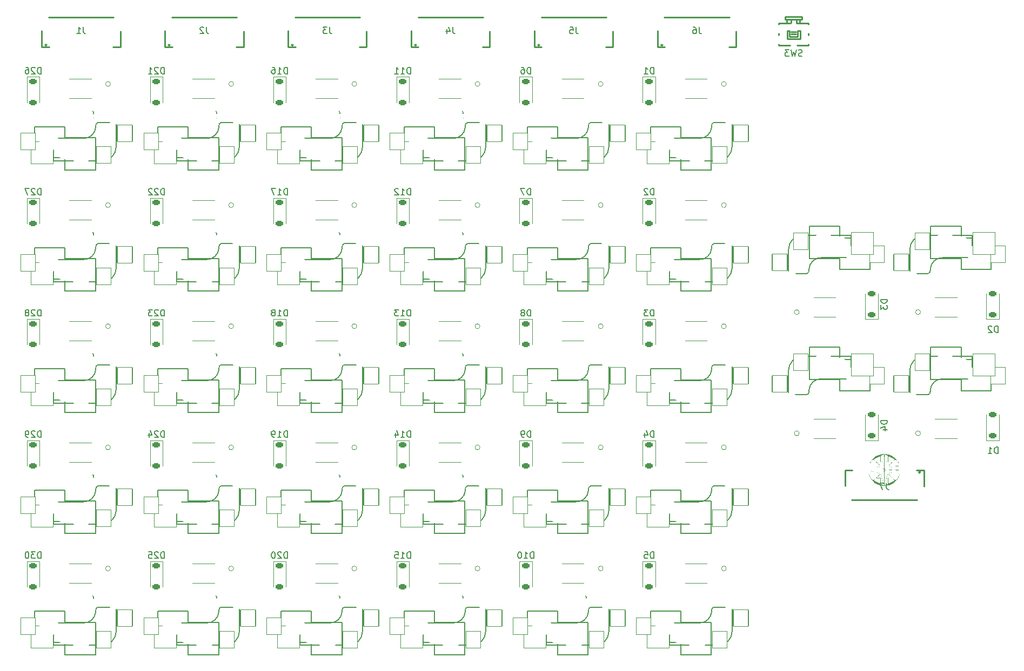
<source format=gbo>
G04 #@! TF.GenerationSoftware,KiCad,Pcbnew,7.0.8*
G04 #@! TF.CreationDate,2023-11-08T21:34:38-08:00*
G04 #@! TF.ProjectId,Seismos_5CoreStencil,53656973-6d6f-4735-9f35-436f72655374,rev?*
G04 #@! TF.SameCoordinates,Original*
G04 #@! TF.FileFunction,Legend,Bot*
G04 #@! TF.FilePolarity,Positive*
%FSLAX46Y46*%
G04 Gerber Fmt 4.6, Leading zero omitted, Abs format (unit mm)*
G04 Created by KiCad (PCBNEW 7.0.8) date 2023-11-08 21:34:38*
%MOMM*%
%LPD*%
G01*
G04 APERTURE LIST*
G04 Aperture macros list*
%AMRoundRect*
0 Rectangle with rounded corners*
0 $1 Rounding radius*
0 $2 $3 $4 $5 $6 $7 $8 $9 X,Y pos of 4 corners*
0 Add a 4 corners polygon primitive as box body*
4,1,4,$2,$3,$4,$5,$6,$7,$8,$9,$2,$3,0*
0 Add four circle primitives for the rounded corners*
1,1,$1+$1,$2,$3*
1,1,$1+$1,$4,$5*
1,1,$1+$1,$6,$7*
1,1,$1+$1,$8,$9*
0 Add four rect primitives between the rounded corners*
20,1,$1+$1,$2,$3,$4,$5,0*
20,1,$1+$1,$4,$5,$6,$7,0*
20,1,$1+$1,$6,$7,$8,$9,0*
20,1,$1+$1,$8,$9,$2,$3,0*%
G04 Aperture macros list end*
%ADD10C,0.150000*%
%ADD11C,0.120000*%
%ADD12C,0.254000*%
%ADD13C,3.200000*%
%ADD14RoundRect,0.063500X1.200000X1.300000X-1.200000X1.300000X-1.200000X-1.300000X1.200000X-1.300000X0*%
%ADD15RoundRect,0.063500X1.750000X1.750000X-1.750000X1.750000X-1.750000X-1.750000X1.750000X-1.750000X0*%
%ADD16R,1.750000X0.812800*%
%ADD17RoundRect,0.063500X1.150000X1.300000X-1.150000X1.300000X-1.150000X-1.300000X1.150000X-1.300000X0*%
%ADD18C,2.300000*%
%ADD19C,1.000000*%
%ADD20C,3.000000*%
%ADD21C,4.000000*%
%ADD22RoundRect,0.225000X-0.375000X0.225000X-0.375000X-0.225000X0.375000X-0.225000X0.375000X0.225000X0*%
%ADD23RoundRect,0.225000X0.375000X-0.225000X0.375000X0.225000X-0.375000X0.225000X-0.375000X-0.225000X0*%
%ADD24RoundRect,0.063500X-1.150000X-1.300000X1.150000X-1.300000X1.150000X1.300000X-1.150000X1.300000X0*%
%ADD25RoundRect,0.063500X-1.750000X-1.750000X1.750000X-1.750000X1.750000X1.750000X-1.750000X1.750000X0*%
%ADD26RoundRect,0.063500X-1.200000X-1.300000X1.200000X-1.300000X1.200000X1.300000X-1.200000X1.300000X0*%
%ADD27R,0.600000X1.700000*%
%ADD28R,1.200000X1.800000*%
%ADD29R,1.550000X1.000000*%
%ADD30C,0.900000*%
G04 APERTURE END LIST*
D10*
X41601523Y-112119200D02*
X41458666Y-112166819D01*
X41458666Y-112166819D02*
X41220571Y-112166819D01*
X41220571Y-112166819D02*
X41125333Y-112119200D01*
X41125333Y-112119200D02*
X41077714Y-112071580D01*
X41077714Y-112071580D02*
X41030095Y-111976342D01*
X41030095Y-111976342D02*
X41030095Y-111881104D01*
X41030095Y-111881104D02*
X41077714Y-111785866D01*
X41077714Y-111785866D02*
X41125333Y-111738247D01*
X41125333Y-111738247D02*
X41220571Y-111690628D01*
X41220571Y-111690628D02*
X41411047Y-111643009D01*
X41411047Y-111643009D02*
X41506285Y-111595390D01*
X41506285Y-111595390D02*
X41553904Y-111547771D01*
X41553904Y-111547771D02*
X41601523Y-111452533D01*
X41601523Y-111452533D02*
X41601523Y-111357295D01*
X41601523Y-111357295D02*
X41553904Y-111262057D01*
X41553904Y-111262057D02*
X41506285Y-111214438D01*
X41506285Y-111214438D02*
X41411047Y-111166819D01*
X41411047Y-111166819D02*
X41172952Y-111166819D01*
X41172952Y-111166819D02*
X41030095Y-111214438D01*
X40696761Y-111166819D02*
X40458666Y-112166819D01*
X40458666Y-112166819D02*
X40268190Y-111452533D01*
X40268190Y-111452533D02*
X40077714Y-112166819D01*
X40077714Y-112166819D02*
X39839619Y-111166819D01*
X39553904Y-111166819D02*
X38934857Y-111166819D01*
X38934857Y-111166819D02*
X39268190Y-111547771D01*
X39268190Y-111547771D02*
X39125333Y-111547771D01*
X39125333Y-111547771D02*
X39030095Y-111595390D01*
X39030095Y-111595390D02*
X38982476Y-111643009D01*
X38982476Y-111643009D02*
X38934857Y-111738247D01*
X38934857Y-111738247D02*
X38934857Y-111976342D01*
X38934857Y-111976342D02*
X38982476Y-112071580D01*
X38982476Y-112071580D02*
X39030095Y-112119200D01*
X39030095Y-112119200D02*
X39125333Y-112166819D01*
X39125333Y-112166819D02*
X39411047Y-112166819D01*
X39411047Y-112166819D02*
X39506285Y-112119200D01*
X39506285Y-112119200D02*
X39553904Y-112071580D01*
X38315809Y-111166819D02*
X38220571Y-111166819D01*
X38220571Y-111166819D02*
X38125333Y-111214438D01*
X38125333Y-111214438D02*
X38077714Y-111262057D01*
X38077714Y-111262057D02*
X38030095Y-111357295D01*
X38030095Y-111357295D02*
X37982476Y-111547771D01*
X37982476Y-111547771D02*
X37982476Y-111785866D01*
X37982476Y-111785866D02*
X38030095Y-111976342D01*
X38030095Y-111976342D02*
X38077714Y-112071580D01*
X38077714Y-112071580D02*
X38125333Y-112119200D01*
X38125333Y-112119200D02*
X38220571Y-112166819D01*
X38220571Y-112166819D02*
X38315809Y-112166819D01*
X38315809Y-112166819D02*
X38411047Y-112119200D01*
X38411047Y-112119200D02*
X38458666Y-112071580D01*
X38458666Y-112071580D02*
X38506285Y-111976342D01*
X38506285Y-111976342D02*
X38553904Y-111785866D01*
X38553904Y-111785866D02*
X38553904Y-111547771D01*
X38553904Y-111547771D02*
X38506285Y-111357295D01*
X38506285Y-111357295D02*
X38458666Y-111262057D01*
X38458666Y-111262057D02*
X38411047Y-111214438D01*
X38411047Y-111214438D02*
X38315809Y-111166819D01*
X41601523Y-55119200D02*
X41458666Y-55166819D01*
X41458666Y-55166819D02*
X41220571Y-55166819D01*
X41220571Y-55166819D02*
X41125333Y-55119200D01*
X41125333Y-55119200D02*
X41077714Y-55071580D01*
X41077714Y-55071580D02*
X41030095Y-54976342D01*
X41030095Y-54976342D02*
X41030095Y-54881104D01*
X41030095Y-54881104D02*
X41077714Y-54785866D01*
X41077714Y-54785866D02*
X41125333Y-54738247D01*
X41125333Y-54738247D02*
X41220571Y-54690628D01*
X41220571Y-54690628D02*
X41411047Y-54643009D01*
X41411047Y-54643009D02*
X41506285Y-54595390D01*
X41506285Y-54595390D02*
X41553904Y-54547771D01*
X41553904Y-54547771D02*
X41601523Y-54452533D01*
X41601523Y-54452533D02*
X41601523Y-54357295D01*
X41601523Y-54357295D02*
X41553904Y-54262057D01*
X41553904Y-54262057D02*
X41506285Y-54214438D01*
X41506285Y-54214438D02*
X41411047Y-54166819D01*
X41411047Y-54166819D02*
X41172952Y-54166819D01*
X41172952Y-54166819D02*
X41030095Y-54214438D01*
X40696761Y-54166819D02*
X40458666Y-55166819D01*
X40458666Y-55166819D02*
X40268190Y-54452533D01*
X40268190Y-54452533D02*
X40077714Y-55166819D01*
X40077714Y-55166819D02*
X39839619Y-54166819D01*
X39506285Y-54262057D02*
X39458666Y-54214438D01*
X39458666Y-54214438D02*
X39363428Y-54166819D01*
X39363428Y-54166819D02*
X39125333Y-54166819D01*
X39125333Y-54166819D02*
X39030095Y-54214438D01*
X39030095Y-54214438D02*
X38982476Y-54262057D01*
X38982476Y-54262057D02*
X38934857Y-54357295D01*
X38934857Y-54357295D02*
X38934857Y-54452533D01*
X38934857Y-54452533D02*
X38982476Y-54595390D01*
X38982476Y-54595390D02*
X39553904Y-55166819D01*
X39553904Y-55166819D02*
X38934857Y-55166819D01*
X38601523Y-54166819D02*
X37934857Y-54166819D01*
X37934857Y-54166819D02*
X38363428Y-55166819D01*
X33364285Y-86254819D02*
X33364285Y-85254819D01*
X33364285Y-85254819D02*
X33126190Y-85254819D01*
X33126190Y-85254819D02*
X32983333Y-85302438D01*
X32983333Y-85302438D02*
X32888095Y-85397676D01*
X32888095Y-85397676D02*
X32840476Y-85492914D01*
X32840476Y-85492914D02*
X32792857Y-85683390D01*
X32792857Y-85683390D02*
X32792857Y-85826247D01*
X32792857Y-85826247D02*
X32840476Y-86016723D01*
X32840476Y-86016723D02*
X32888095Y-86111961D01*
X32888095Y-86111961D02*
X32983333Y-86207200D01*
X32983333Y-86207200D02*
X33126190Y-86254819D01*
X33126190Y-86254819D02*
X33364285Y-86254819D01*
X32411904Y-85350057D02*
X32364285Y-85302438D01*
X32364285Y-85302438D02*
X32269047Y-85254819D01*
X32269047Y-85254819D02*
X32030952Y-85254819D01*
X32030952Y-85254819D02*
X31935714Y-85302438D01*
X31935714Y-85302438D02*
X31888095Y-85350057D01*
X31888095Y-85350057D02*
X31840476Y-85445295D01*
X31840476Y-85445295D02*
X31840476Y-85540533D01*
X31840476Y-85540533D02*
X31888095Y-85683390D01*
X31888095Y-85683390D02*
X32459523Y-86254819D01*
X32459523Y-86254819D02*
X31840476Y-86254819D01*
X31364285Y-86254819D02*
X31173809Y-86254819D01*
X31173809Y-86254819D02*
X31078571Y-86207200D01*
X31078571Y-86207200D02*
X31030952Y-86159580D01*
X31030952Y-86159580D02*
X30935714Y-86016723D01*
X30935714Y-86016723D02*
X30888095Y-85826247D01*
X30888095Y-85826247D02*
X30888095Y-85445295D01*
X30888095Y-85445295D02*
X30935714Y-85350057D01*
X30935714Y-85350057D02*
X30983333Y-85302438D01*
X30983333Y-85302438D02*
X31078571Y-85254819D01*
X31078571Y-85254819D02*
X31269047Y-85254819D01*
X31269047Y-85254819D02*
X31364285Y-85302438D01*
X31364285Y-85302438D02*
X31411904Y-85350057D01*
X31411904Y-85350057D02*
X31459523Y-85445295D01*
X31459523Y-85445295D02*
X31459523Y-85683390D01*
X31459523Y-85683390D02*
X31411904Y-85778628D01*
X31411904Y-85778628D02*
X31364285Y-85826247D01*
X31364285Y-85826247D02*
X31269047Y-85873866D01*
X31269047Y-85873866D02*
X31078571Y-85873866D01*
X31078571Y-85873866D02*
X30983333Y-85826247D01*
X30983333Y-85826247D02*
X30935714Y-85778628D01*
X30935714Y-85778628D02*
X30888095Y-85683390D01*
X41601523Y-93119200D02*
X41458666Y-93166819D01*
X41458666Y-93166819D02*
X41220571Y-93166819D01*
X41220571Y-93166819D02*
X41125333Y-93119200D01*
X41125333Y-93119200D02*
X41077714Y-93071580D01*
X41077714Y-93071580D02*
X41030095Y-92976342D01*
X41030095Y-92976342D02*
X41030095Y-92881104D01*
X41030095Y-92881104D02*
X41077714Y-92785866D01*
X41077714Y-92785866D02*
X41125333Y-92738247D01*
X41125333Y-92738247D02*
X41220571Y-92690628D01*
X41220571Y-92690628D02*
X41411047Y-92643009D01*
X41411047Y-92643009D02*
X41506285Y-92595390D01*
X41506285Y-92595390D02*
X41553904Y-92547771D01*
X41553904Y-92547771D02*
X41601523Y-92452533D01*
X41601523Y-92452533D02*
X41601523Y-92357295D01*
X41601523Y-92357295D02*
X41553904Y-92262057D01*
X41553904Y-92262057D02*
X41506285Y-92214438D01*
X41506285Y-92214438D02*
X41411047Y-92166819D01*
X41411047Y-92166819D02*
X41172952Y-92166819D01*
X41172952Y-92166819D02*
X41030095Y-92214438D01*
X40696761Y-92166819D02*
X40458666Y-93166819D01*
X40458666Y-93166819D02*
X40268190Y-92452533D01*
X40268190Y-92452533D02*
X40077714Y-93166819D01*
X40077714Y-93166819D02*
X39839619Y-92166819D01*
X39506285Y-92262057D02*
X39458666Y-92214438D01*
X39458666Y-92214438D02*
X39363428Y-92166819D01*
X39363428Y-92166819D02*
X39125333Y-92166819D01*
X39125333Y-92166819D02*
X39030095Y-92214438D01*
X39030095Y-92214438D02*
X38982476Y-92262057D01*
X38982476Y-92262057D02*
X38934857Y-92357295D01*
X38934857Y-92357295D02*
X38934857Y-92452533D01*
X38934857Y-92452533D02*
X38982476Y-92595390D01*
X38982476Y-92595390D02*
X39553904Y-93166819D01*
X39553904Y-93166819D02*
X38934857Y-93166819D01*
X38458666Y-93166819D02*
X38268190Y-93166819D01*
X38268190Y-93166819D02*
X38172952Y-93119200D01*
X38172952Y-93119200D02*
X38125333Y-93071580D01*
X38125333Y-93071580D02*
X38030095Y-92928723D01*
X38030095Y-92928723D02*
X37982476Y-92738247D01*
X37982476Y-92738247D02*
X37982476Y-92357295D01*
X37982476Y-92357295D02*
X38030095Y-92262057D01*
X38030095Y-92262057D02*
X38077714Y-92214438D01*
X38077714Y-92214438D02*
X38172952Y-92166819D01*
X38172952Y-92166819D02*
X38363428Y-92166819D01*
X38363428Y-92166819D02*
X38458666Y-92214438D01*
X38458666Y-92214438D02*
X38506285Y-92262057D01*
X38506285Y-92262057D02*
X38553904Y-92357295D01*
X38553904Y-92357295D02*
X38553904Y-92595390D01*
X38553904Y-92595390D02*
X38506285Y-92690628D01*
X38506285Y-92690628D02*
X38458666Y-92738247D01*
X38458666Y-92738247D02*
X38363428Y-92785866D01*
X38363428Y-92785866D02*
X38172952Y-92785866D01*
X38172952Y-92785866D02*
X38077714Y-92738247D01*
X38077714Y-92738247D02*
X38030095Y-92690628D01*
X38030095Y-92690628D02*
X37982476Y-92595390D01*
X33364285Y-105254819D02*
X33364285Y-104254819D01*
X33364285Y-104254819D02*
X33126190Y-104254819D01*
X33126190Y-104254819D02*
X32983333Y-104302438D01*
X32983333Y-104302438D02*
X32888095Y-104397676D01*
X32888095Y-104397676D02*
X32840476Y-104492914D01*
X32840476Y-104492914D02*
X32792857Y-104683390D01*
X32792857Y-104683390D02*
X32792857Y-104826247D01*
X32792857Y-104826247D02*
X32840476Y-105016723D01*
X32840476Y-105016723D02*
X32888095Y-105111961D01*
X32888095Y-105111961D02*
X32983333Y-105207200D01*
X32983333Y-105207200D02*
X33126190Y-105254819D01*
X33126190Y-105254819D02*
X33364285Y-105254819D01*
X32459523Y-104254819D02*
X31840476Y-104254819D01*
X31840476Y-104254819D02*
X32173809Y-104635771D01*
X32173809Y-104635771D02*
X32030952Y-104635771D01*
X32030952Y-104635771D02*
X31935714Y-104683390D01*
X31935714Y-104683390D02*
X31888095Y-104731009D01*
X31888095Y-104731009D02*
X31840476Y-104826247D01*
X31840476Y-104826247D02*
X31840476Y-105064342D01*
X31840476Y-105064342D02*
X31888095Y-105159580D01*
X31888095Y-105159580D02*
X31935714Y-105207200D01*
X31935714Y-105207200D02*
X32030952Y-105254819D01*
X32030952Y-105254819D02*
X32316666Y-105254819D01*
X32316666Y-105254819D02*
X32411904Y-105207200D01*
X32411904Y-105207200D02*
X32459523Y-105159580D01*
X31221428Y-104254819D02*
X31126190Y-104254819D01*
X31126190Y-104254819D02*
X31030952Y-104302438D01*
X31030952Y-104302438D02*
X30983333Y-104350057D01*
X30983333Y-104350057D02*
X30935714Y-104445295D01*
X30935714Y-104445295D02*
X30888095Y-104635771D01*
X30888095Y-104635771D02*
X30888095Y-104873866D01*
X30888095Y-104873866D02*
X30935714Y-105064342D01*
X30935714Y-105064342D02*
X30983333Y-105159580D01*
X30983333Y-105159580D02*
X31030952Y-105207200D01*
X31030952Y-105207200D02*
X31126190Y-105254819D01*
X31126190Y-105254819D02*
X31221428Y-105254819D01*
X31221428Y-105254819D02*
X31316666Y-105207200D01*
X31316666Y-105207200D02*
X31364285Y-105159580D01*
X31364285Y-105159580D02*
X31411904Y-105064342D01*
X31411904Y-105064342D02*
X31459523Y-104873866D01*
X31459523Y-104873866D02*
X31459523Y-104635771D01*
X31459523Y-104635771D02*
X31411904Y-104445295D01*
X31411904Y-104445295D02*
X31364285Y-104350057D01*
X31364285Y-104350057D02*
X31316666Y-104302438D01*
X31316666Y-104302438D02*
X31221428Y-104254819D01*
X33364285Y-48254819D02*
X33364285Y-47254819D01*
X33364285Y-47254819D02*
X33126190Y-47254819D01*
X33126190Y-47254819D02*
X32983333Y-47302438D01*
X32983333Y-47302438D02*
X32888095Y-47397676D01*
X32888095Y-47397676D02*
X32840476Y-47492914D01*
X32840476Y-47492914D02*
X32792857Y-47683390D01*
X32792857Y-47683390D02*
X32792857Y-47826247D01*
X32792857Y-47826247D02*
X32840476Y-48016723D01*
X32840476Y-48016723D02*
X32888095Y-48111961D01*
X32888095Y-48111961D02*
X32983333Y-48207200D01*
X32983333Y-48207200D02*
X33126190Y-48254819D01*
X33126190Y-48254819D02*
X33364285Y-48254819D01*
X32411904Y-47350057D02*
X32364285Y-47302438D01*
X32364285Y-47302438D02*
X32269047Y-47254819D01*
X32269047Y-47254819D02*
X32030952Y-47254819D01*
X32030952Y-47254819D02*
X31935714Y-47302438D01*
X31935714Y-47302438D02*
X31888095Y-47350057D01*
X31888095Y-47350057D02*
X31840476Y-47445295D01*
X31840476Y-47445295D02*
X31840476Y-47540533D01*
X31840476Y-47540533D02*
X31888095Y-47683390D01*
X31888095Y-47683390D02*
X32459523Y-48254819D01*
X32459523Y-48254819D02*
X31840476Y-48254819D01*
X31507142Y-47254819D02*
X30840476Y-47254819D01*
X30840476Y-47254819D02*
X31269047Y-48254819D01*
X41601523Y-36119200D02*
X41458666Y-36166819D01*
X41458666Y-36166819D02*
X41220571Y-36166819D01*
X41220571Y-36166819D02*
X41125333Y-36119200D01*
X41125333Y-36119200D02*
X41077714Y-36071580D01*
X41077714Y-36071580D02*
X41030095Y-35976342D01*
X41030095Y-35976342D02*
X41030095Y-35881104D01*
X41030095Y-35881104D02*
X41077714Y-35785866D01*
X41077714Y-35785866D02*
X41125333Y-35738247D01*
X41125333Y-35738247D02*
X41220571Y-35690628D01*
X41220571Y-35690628D02*
X41411047Y-35643009D01*
X41411047Y-35643009D02*
X41506285Y-35595390D01*
X41506285Y-35595390D02*
X41553904Y-35547771D01*
X41553904Y-35547771D02*
X41601523Y-35452533D01*
X41601523Y-35452533D02*
X41601523Y-35357295D01*
X41601523Y-35357295D02*
X41553904Y-35262057D01*
X41553904Y-35262057D02*
X41506285Y-35214438D01*
X41506285Y-35214438D02*
X41411047Y-35166819D01*
X41411047Y-35166819D02*
X41172952Y-35166819D01*
X41172952Y-35166819D02*
X41030095Y-35214438D01*
X40696761Y-35166819D02*
X40458666Y-36166819D01*
X40458666Y-36166819D02*
X40268190Y-35452533D01*
X40268190Y-35452533D02*
X40077714Y-36166819D01*
X40077714Y-36166819D02*
X39839619Y-35166819D01*
X39506285Y-35262057D02*
X39458666Y-35214438D01*
X39458666Y-35214438D02*
X39363428Y-35166819D01*
X39363428Y-35166819D02*
X39125333Y-35166819D01*
X39125333Y-35166819D02*
X39030095Y-35214438D01*
X39030095Y-35214438D02*
X38982476Y-35262057D01*
X38982476Y-35262057D02*
X38934857Y-35357295D01*
X38934857Y-35357295D02*
X38934857Y-35452533D01*
X38934857Y-35452533D02*
X38982476Y-35595390D01*
X38982476Y-35595390D02*
X39553904Y-36166819D01*
X39553904Y-36166819D02*
X38934857Y-36166819D01*
X38077714Y-35166819D02*
X38268190Y-35166819D01*
X38268190Y-35166819D02*
X38363428Y-35214438D01*
X38363428Y-35214438D02*
X38411047Y-35262057D01*
X38411047Y-35262057D02*
X38506285Y-35404914D01*
X38506285Y-35404914D02*
X38553904Y-35595390D01*
X38553904Y-35595390D02*
X38553904Y-35976342D01*
X38553904Y-35976342D02*
X38506285Y-36071580D01*
X38506285Y-36071580D02*
X38458666Y-36119200D01*
X38458666Y-36119200D02*
X38363428Y-36166819D01*
X38363428Y-36166819D02*
X38172952Y-36166819D01*
X38172952Y-36166819D02*
X38077714Y-36119200D01*
X38077714Y-36119200D02*
X38030095Y-36071580D01*
X38030095Y-36071580D02*
X37982476Y-35976342D01*
X37982476Y-35976342D02*
X37982476Y-35738247D01*
X37982476Y-35738247D02*
X38030095Y-35643009D01*
X38030095Y-35643009D02*
X38077714Y-35595390D01*
X38077714Y-35595390D02*
X38172952Y-35547771D01*
X38172952Y-35547771D02*
X38363428Y-35547771D01*
X38363428Y-35547771D02*
X38458666Y-35595390D01*
X38458666Y-35595390D02*
X38506285Y-35643009D01*
X38506285Y-35643009D02*
X38553904Y-35738247D01*
X33364285Y-29254819D02*
X33364285Y-28254819D01*
X33364285Y-28254819D02*
X33126190Y-28254819D01*
X33126190Y-28254819D02*
X32983333Y-28302438D01*
X32983333Y-28302438D02*
X32888095Y-28397676D01*
X32888095Y-28397676D02*
X32840476Y-28492914D01*
X32840476Y-28492914D02*
X32792857Y-28683390D01*
X32792857Y-28683390D02*
X32792857Y-28826247D01*
X32792857Y-28826247D02*
X32840476Y-29016723D01*
X32840476Y-29016723D02*
X32888095Y-29111961D01*
X32888095Y-29111961D02*
X32983333Y-29207200D01*
X32983333Y-29207200D02*
X33126190Y-29254819D01*
X33126190Y-29254819D02*
X33364285Y-29254819D01*
X32411904Y-28350057D02*
X32364285Y-28302438D01*
X32364285Y-28302438D02*
X32269047Y-28254819D01*
X32269047Y-28254819D02*
X32030952Y-28254819D01*
X32030952Y-28254819D02*
X31935714Y-28302438D01*
X31935714Y-28302438D02*
X31888095Y-28350057D01*
X31888095Y-28350057D02*
X31840476Y-28445295D01*
X31840476Y-28445295D02*
X31840476Y-28540533D01*
X31840476Y-28540533D02*
X31888095Y-28683390D01*
X31888095Y-28683390D02*
X32459523Y-29254819D01*
X32459523Y-29254819D02*
X31840476Y-29254819D01*
X30983333Y-28254819D02*
X31173809Y-28254819D01*
X31173809Y-28254819D02*
X31269047Y-28302438D01*
X31269047Y-28302438D02*
X31316666Y-28350057D01*
X31316666Y-28350057D02*
X31411904Y-28492914D01*
X31411904Y-28492914D02*
X31459523Y-28683390D01*
X31459523Y-28683390D02*
X31459523Y-29064342D01*
X31459523Y-29064342D02*
X31411904Y-29159580D01*
X31411904Y-29159580D02*
X31364285Y-29207200D01*
X31364285Y-29207200D02*
X31269047Y-29254819D01*
X31269047Y-29254819D02*
X31078571Y-29254819D01*
X31078571Y-29254819D02*
X30983333Y-29207200D01*
X30983333Y-29207200D02*
X30935714Y-29159580D01*
X30935714Y-29159580D02*
X30888095Y-29064342D01*
X30888095Y-29064342D02*
X30888095Y-28826247D01*
X30888095Y-28826247D02*
X30935714Y-28731009D01*
X30935714Y-28731009D02*
X30983333Y-28683390D01*
X30983333Y-28683390D02*
X31078571Y-28635771D01*
X31078571Y-28635771D02*
X31269047Y-28635771D01*
X31269047Y-28635771D02*
X31364285Y-28683390D01*
X31364285Y-28683390D02*
X31411904Y-28731009D01*
X31411904Y-28731009D02*
X31459523Y-28826247D01*
X41601523Y-74119200D02*
X41458666Y-74166819D01*
X41458666Y-74166819D02*
X41220571Y-74166819D01*
X41220571Y-74166819D02*
X41125333Y-74119200D01*
X41125333Y-74119200D02*
X41077714Y-74071580D01*
X41077714Y-74071580D02*
X41030095Y-73976342D01*
X41030095Y-73976342D02*
X41030095Y-73881104D01*
X41030095Y-73881104D02*
X41077714Y-73785866D01*
X41077714Y-73785866D02*
X41125333Y-73738247D01*
X41125333Y-73738247D02*
X41220571Y-73690628D01*
X41220571Y-73690628D02*
X41411047Y-73643009D01*
X41411047Y-73643009D02*
X41506285Y-73595390D01*
X41506285Y-73595390D02*
X41553904Y-73547771D01*
X41553904Y-73547771D02*
X41601523Y-73452533D01*
X41601523Y-73452533D02*
X41601523Y-73357295D01*
X41601523Y-73357295D02*
X41553904Y-73262057D01*
X41553904Y-73262057D02*
X41506285Y-73214438D01*
X41506285Y-73214438D02*
X41411047Y-73166819D01*
X41411047Y-73166819D02*
X41172952Y-73166819D01*
X41172952Y-73166819D02*
X41030095Y-73214438D01*
X40696761Y-73166819D02*
X40458666Y-74166819D01*
X40458666Y-74166819D02*
X40268190Y-73452533D01*
X40268190Y-73452533D02*
X40077714Y-74166819D01*
X40077714Y-74166819D02*
X39839619Y-73166819D01*
X39506285Y-73262057D02*
X39458666Y-73214438D01*
X39458666Y-73214438D02*
X39363428Y-73166819D01*
X39363428Y-73166819D02*
X39125333Y-73166819D01*
X39125333Y-73166819D02*
X39030095Y-73214438D01*
X39030095Y-73214438D02*
X38982476Y-73262057D01*
X38982476Y-73262057D02*
X38934857Y-73357295D01*
X38934857Y-73357295D02*
X38934857Y-73452533D01*
X38934857Y-73452533D02*
X38982476Y-73595390D01*
X38982476Y-73595390D02*
X39553904Y-74166819D01*
X39553904Y-74166819D02*
X38934857Y-74166819D01*
X38363428Y-73595390D02*
X38458666Y-73547771D01*
X38458666Y-73547771D02*
X38506285Y-73500152D01*
X38506285Y-73500152D02*
X38553904Y-73404914D01*
X38553904Y-73404914D02*
X38553904Y-73357295D01*
X38553904Y-73357295D02*
X38506285Y-73262057D01*
X38506285Y-73262057D02*
X38458666Y-73214438D01*
X38458666Y-73214438D02*
X38363428Y-73166819D01*
X38363428Y-73166819D02*
X38172952Y-73166819D01*
X38172952Y-73166819D02*
X38077714Y-73214438D01*
X38077714Y-73214438D02*
X38030095Y-73262057D01*
X38030095Y-73262057D02*
X37982476Y-73357295D01*
X37982476Y-73357295D02*
X37982476Y-73404914D01*
X37982476Y-73404914D02*
X38030095Y-73500152D01*
X38030095Y-73500152D02*
X38077714Y-73547771D01*
X38077714Y-73547771D02*
X38172952Y-73595390D01*
X38172952Y-73595390D02*
X38363428Y-73595390D01*
X38363428Y-73595390D02*
X38458666Y-73643009D01*
X38458666Y-73643009D02*
X38506285Y-73690628D01*
X38506285Y-73690628D02*
X38553904Y-73785866D01*
X38553904Y-73785866D02*
X38553904Y-73976342D01*
X38553904Y-73976342D02*
X38506285Y-74071580D01*
X38506285Y-74071580D02*
X38458666Y-74119200D01*
X38458666Y-74119200D02*
X38363428Y-74166819D01*
X38363428Y-74166819D02*
X38172952Y-74166819D01*
X38172952Y-74166819D02*
X38077714Y-74119200D01*
X38077714Y-74119200D02*
X38030095Y-74071580D01*
X38030095Y-74071580D02*
X37982476Y-73976342D01*
X37982476Y-73976342D02*
X37982476Y-73785866D01*
X37982476Y-73785866D02*
X38030095Y-73690628D01*
X38030095Y-73690628D02*
X38077714Y-73643009D01*
X38077714Y-73643009D02*
X38172952Y-73595390D01*
X33364285Y-67254819D02*
X33364285Y-66254819D01*
X33364285Y-66254819D02*
X33126190Y-66254819D01*
X33126190Y-66254819D02*
X32983333Y-66302438D01*
X32983333Y-66302438D02*
X32888095Y-66397676D01*
X32888095Y-66397676D02*
X32840476Y-66492914D01*
X32840476Y-66492914D02*
X32792857Y-66683390D01*
X32792857Y-66683390D02*
X32792857Y-66826247D01*
X32792857Y-66826247D02*
X32840476Y-67016723D01*
X32840476Y-67016723D02*
X32888095Y-67111961D01*
X32888095Y-67111961D02*
X32983333Y-67207200D01*
X32983333Y-67207200D02*
X33126190Y-67254819D01*
X33126190Y-67254819D02*
X33364285Y-67254819D01*
X32411904Y-66350057D02*
X32364285Y-66302438D01*
X32364285Y-66302438D02*
X32269047Y-66254819D01*
X32269047Y-66254819D02*
X32030952Y-66254819D01*
X32030952Y-66254819D02*
X31935714Y-66302438D01*
X31935714Y-66302438D02*
X31888095Y-66350057D01*
X31888095Y-66350057D02*
X31840476Y-66445295D01*
X31840476Y-66445295D02*
X31840476Y-66540533D01*
X31840476Y-66540533D02*
X31888095Y-66683390D01*
X31888095Y-66683390D02*
X32459523Y-67254819D01*
X32459523Y-67254819D02*
X31840476Y-67254819D01*
X31269047Y-66683390D02*
X31364285Y-66635771D01*
X31364285Y-66635771D02*
X31411904Y-66588152D01*
X31411904Y-66588152D02*
X31459523Y-66492914D01*
X31459523Y-66492914D02*
X31459523Y-66445295D01*
X31459523Y-66445295D02*
X31411904Y-66350057D01*
X31411904Y-66350057D02*
X31364285Y-66302438D01*
X31364285Y-66302438D02*
X31269047Y-66254819D01*
X31269047Y-66254819D02*
X31078571Y-66254819D01*
X31078571Y-66254819D02*
X30983333Y-66302438D01*
X30983333Y-66302438D02*
X30935714Y-66350057D01*
X30935714Y-66350057D02*
X30888095Y-66445295D01*
X30888095Y-66445295D02*
X30888095Y-66492914D01*
X30888095Y-66492914D02*
X30935714Y-66588152D01*
X30935714Y-66588152D02*
X30983333Y-66635771D01*
X30983333Y-66635771D02*
X31078571Y-66683390D01*
X31078571Y-66683390D02*
X31269047Y-66683390D01*
X31269047Y-66683390D02*
X31364285Y-66731009D01*
X31364285Y-66731009D02*
X31411904Y-66778628D01*
X31411904Y-66778628D02*
X31459523Y-66873866D01*
X31459523Y-66873866D02*
X31459523Y-67064342D01*
X31459523Y-67064342D02*
X31411904Y-67159580D01*
X31411904Y-67159580D02*
X31364285Y-67207200D01*
X31364285Y-67207200D02*
X31269047Y-67254819D01*
X31269047Y-67254819D02*
X31078571Y-67254819D01*
X31078571Y-67254819D02*
X30983333Y-67207200D01*
X30983333Y-67207200D02*
X30935714Y-67159580D01*
X30935714Y-67159580D02*
X30888095Y-67064342D01*
X30888095Y-67064342D02*
X30888095Y-66873866D01*
X30888095Y-66873866D02*
X30935714Y-66778628D01*
X30935714Y-66778628D02*
X30983333Y-66731009D01*
X30983333Y-66731009D02*
X31078571Y-66683390D01*
X60901523Y-112119200D02*
X60758666Y-112166819D01*
X60758666Y-112166819D02*
X60520571Y-112166819D01*
X60520571Y-112166819D02*
X60425333Y-112119200D01*
X60425333Y-112119200D02*
X60377714Y-112071580D01*
X60377714Y-112071580D02*
X60330095Y-111976342D01*
X60330095Y-111976342D02*
X60330095Y-111881104D01*
X60330095Y-111881104D02*
X60377714Y-111785866D01*
X60377714Y-111785866D02*
X60425333Y-111738247D01*
X60425333Y-111738247D02*
X60520571Y-111690628D01*
X60520571Y-111690628D02*
X60711047Y-111643009D01*
X60711047Y-111643009D02*
X60806285Y-111595390D01*
X60806285Y-111595390D02*
X60853904Y-111547771D01*
X60853904Y-111547771D02*
X60901523Y-111452533D01*
X60901523Y-111452533D02*
X60901523Y-111357295D01*
X60901523Y-111357295D02*
X60853904Y-111262057D01*
X60853904Y-111262057D02*
X60806285Y-111214438D01*
X60806285Y-111214438D02*
X60711047Y-111166819D01*
X60711047Y-111166819D02*
X60472952Y-111166819D01*
X60472952Y-111166819D02*
X60330095Y-111214438D01*
X59996761Y-111166819D02*
X59758666Y-112166819D01*
X59758666Y-112166819D02*
X59568190Y-111452533D01*
X59568190Y-111452533D02*
X59377714Y-112166819D01*
X59377714Y-112166819D02*
X59139619Y-111166819D01*
X58806285Y-111262057D02*
X58758666Y-111214438D01*
X58758666Y-111214438D02*
X58663428Y-111166819D01*
X58663428Y-111166819D02*
X58425333Y-111166819D01*
X58425333Y-111166819D02*
X58330095Y-111214438D01*
X58330095Y-111214438D02*
X58282476Y-111262057D01*
X58282476Y-111262057D02*
X58234857Y-111357295D01*
X58234857Y-111357295D02*
X58234857Y-111452533D01*
X58234857Y-111452533D02*
X58282476Y-111595390D01*
X58282476Y-111595390D02*
X58853904Y-112166819D01*
X58853904Y-112166819D02*
X58234857Y-112166819D01*
X57330095Y-111166819D02*
X57806285Y-111166819D01*
X57806285Y-111166819D02*
X57853904Y-111643009D01*
X57853904Y-111643009D02*
X57806285Y-111595390D01*
X57806285Y-111595390D02*
X57711047Y-111547771D01*
X57711047Y-111547771D02*
X57472952Y-111547771D01*
X57472952Y-111547771D02*
X57377714Y-111595390D01*
X57377714Y-111595390D02*
X57330095Y-111643009D01*
X57330095Y-111643009D02*
X57282476Y-111738247D01*
X57282476Y-111738247D02*
X57282476Y-111976342D01*
X57282476Y-111976342D02*
X57330095Y-112071580D01*
X57330095Y-112071580D02*
X57377714Y-112119200D01*
X57377714Y-112119200D02*
X57472952Y-112166819D01*
X57472952Y-112166819D02*
X57711047Y-112166819D01*
X57711047Y-112166819D02*
X57806285Y-112119200D01*
X57806285Y-112119200D02*
X57853904Y-112071580D01*
X60901523Y-55119200D02*
X60758666Y-55166819D01*
X60758666Y-55166819D02*
X60520571Y-55166819D01*
X60520571Y-55166819D02*
X60425333Y-55119200D01*
X60425333Y-55119200D02*
X60377714Y-55071580D01*
X60377714Y-55071580D02*
X60330095Y-54976342D01*
X60330095Y-54976342D02*
X60330095Y-54881104D01*
X60330095Y-54881104D02*
X60377714Y-54785866D01*
X60377714Y-54785866D02*
X60425333Y-54738247D01*
X60425333Y-54738247D02*
X60520571Y-54690628D01*
X60520571Y-54690628D02*
X60711047Y-54643009D01*
X60711047Y-54643009D02*
X60806285Y-54595390D01*
X60806285Y-54595390D02*
X60853904Y-54547771D01*
X60853904Y-54547771D02*
X60901523Y-54452533D01*
X60901523Y-54452533D02*
X60901523Y-54357295D01*
X60901523Y-54357295D02*
X60853904Y-54262057D01*
X60853904Y-54262057D02*
X60806285Y-54214438D01*
X60806285Y-54214438D02*
X60711047Y-54166819D01*
X60711047Y-54166819D02*
X60472952Y-54166819D01*
X60472952Y-54166819D02*
X60330095Y-54214438D01*
X59996761Y-54166819D02*
X59758666Y-55166819D01*
X59758666Y-55166819D02*
X59568190Y-54452533D01*
X59568190Y-54452533D02*
X59377714Y-55166819D01*
X59377714Y-55166819D02*
X59139619Y-54166819D01*
X58806285Y-54262057D02*
X58758666Y-54214438D01*
X58758666Y-54214438D02*
X58663428Y-54166819D01*
X58663428Y-54166819D02*
X58425333Y-54166819D01*
X58425333Y-54166819D02*
X58330095Y-54214438D01*
X58330095Y-54214438D02*
X58282476Y-54262057D01*
X58282476Y-54262057D02*
X58234857Y-54357295D01*
X58234857Y-54357295D02*
X58234857Y-54452533D01*
X58234857Y-54452533D02*
X58282476Y-54595390D01*
X58282476Y-54595390D02*
X58853904Y-55166819D01*
X58853904Y-55166819D02*
X58234857Y-55166819D01*
X57853904Y-54262057D02*
X57806285Y-54214438D01*
X57806285Y-54214438D02*
X57711047Y-54166819D01*
X57711047Y-54166819D02*
X57472952Y-54166819D01*
X57472952Y-54166819D02*
X57377714Y-54214438D01*
X57377714Y-54214438D02*
X57330095Y-54262057D01*
X57330095Y-54262057D02*
X57282476Y-54357295D01*
X57282476Y-54357295D02*
X57282476Y-54452533D01*
X57282476Y-54452533D02*
X57330095Y-54595390D01*
X57330095Y-54595390D02*
X57901523Y-55166819D01*
X57901523Y-55166819D02*
X57282476Y-55166819D01*
X52664285Y-86254819D02*
X52664285Y-85254819D01*
X52664285Y-85254819D02*
X52426190Y-85254819D01*
X52426190Y-85254819D02*
X52283333Y-85302438D01*
X52283333Y-85302438D02*
X52188095Y-85397676D01*
X52188095Y-85397676D02*
X52140476Y-85492914D01*
X52140476Y-85492914D02*
X52092857Y-85683390D01*
X52092857Y-85683390D02*
X52092857Y-85826247D01*
X52092857Y-85826247D02*
X52140476Y-86016723D01*
X52140476Y-86016723D02*
X52188095Y-86111961D01*
X52188095Y-86111961D02*
X52283333Y-86207200D01*
X52283333Y-86207200D02*
X52426190Y-86254819D01*
X52426190Y-86254819D02*
X52664285Y-86254819D01*
X51711904Y-85350057D02*
X51664285Y-85302438D01*
X51664285Y-85302438D02*
X51569047Y-85254819D01*
X51569047Y-85254819D02*
X51330952Y-85254819D01*
X51330952Y-85254819D02*
X51235714Y-85302438D01*
X51235714Y-85302438D02*
X51188095Y-85350057D01*
X51188095Y-85350057D02*
X51140476Y-85445295D01*
X51140476Y-85445295D02*
X51140476Y-85540533D01*
X51140476Y-85540533D02*
X51188095Y-85683390D01*
X51188095Y-85683390D02*
X51759523Y-86254819D01*
X51759523Y-86254819D02*
X51140476Y-86254819D01*
X50283333Y-85588152D02*
X50283333Y-86254819D01*
X50521428Y-85207200D02*
X50759523Y-85921485D01*
X50759523Y-85921485D02*
X50140476Y-85921485D01*
X60901523Y-93119200D02*
X60758666Y-93166819D01*
X60758666Y-93166819D02*
X60520571Y-93166819D01*
X60520571Y-93166819D02*
X60425333Y-93119200D01*
X60425333Y-93119200D02*
X60377714Y-93071580D01*
X60377714Y-93071580D02*
X60330095Y-92976342D01*
X60330095Y-92976342D02*
X60330095Y-92881104D01*
X60330095Y-92881104D02*
X60377714Y-92785866D01*
X60377714Y-92785866D02*
X60425333Y-92738247D01*
X60425333Y-92738247D02*
X60520571Y-92690628D01*
X60520571Y-92690628D02*
X60711047Y-92643009D01*
X60711047Y-92643009D02*
X60806285Y-92595390D01*
X60806285Y-92595390D02*
X60853904Y-92547771D01*
X60853904Y-92547771D02*
X60901523Y-92452533D01*
X60901523Y-92452533D02*
X60901523Y-92357295D01*
X60901523Y-92357295D02*
X60853904Y-92262057D01*
X60853904Y-92262057D02*
X60806285Y-92214438D01*
X60806285Y-92214438D02*
X60711047Y-92166819D01*
X60711047Y-92166819D02*
X60472952Y-92166819D01*
X60472952Y-92166819D02*
X60330095Y-92214438D01*
X59996761Y-92166819D02*
X59758666Y-93166819D01*
X59758666Y-93166819D02*
X59568190Y-92452533D01*
X59568190Y-92452533D02*
X59377714Y-93166819D01*
X59377714Y-93166819D02*
X59139619Y-92166819D01*
X58806285Y-92262057D02*
X58758666Y-92214438D01*
X58758666Y-92214438D02*
X58663428Y-92166819D01*
X58663428Y-92166819D02*
X58425333Y-92166819D01*
X58425333Y-92166819D02*
X58330095Y-92214438D01*
X58330095Y-92214438D02*
X58282476Y-92262057D01*
X58282476Y-92262057D02*
X58234857Y-92357295D01*
X58234857Y-92357295D02*
X58234857Y-92452533D01*
X58234857Y-92452533D02*
X58282476Y-92595390D01*
X58282476Y-92595390D02*
X58853904Y-93166819D01*
X58853904Y-93166819D02*
X58234857Y-93166819D01*
X57377714Y-92500152D02*
X57377714Y-93166819D01*
X57615809Y-92119200D02*
X57853904Y-92833485D01*
X57853904Y-92833485D02*
X57234857Y-92833485D01*
X52664285Y-105254819D02*
X52664285Y-104254819D01*
X52664285Y-104254819D02*
X52426190Y-104254819D01*
X52426190Y-104254819D02*
X52283333Y-104302438D01*
X52283333Y-104302438D02*
X52188095Y-104397676D01*
X52188095Y-104397676D02*
X52140476Y-104492914D01*
X52140476Y-104492914D02*
X52092857Y-104683390D01*
X52092857Y-104683390D02*
X52092857Y-104826247D01*
X52092857Y-104826247D02*
X52140476Y-105016723D01*
X52140476Y-105016723D02*
X52188095Y-105111961D01*
X52188095Y-105111961D02*
X52283333Y-105207200D01*
X52283333Y-105207200D02*
X52426190Y-105254819D01*
X52426190Y-105254819D02*
X52664285Y-105254819D01*
X51711904Y-104350057D02*
X51664285Y-104302438D01*
X51664285Y-104302438D02*
X51569047Y-104254819D01*
X51569047Y-104254819D02*
X51330952Y-104254819D01*
X51330952Y-104254819D02*
X51235714Y-104302438D01*
X51235714Y-104302438D02*
X51188095Y-104350057D01*
X51188095Y-104350057D02*
X51140476Y-104445295D01*
X51140476Y-104445295D02*
X51140476Y-104540533D01*
X51140476Y-104540533D02*
X51188095Y-104683390D01*
X51188095Y-104683390D02*
X51759523Y-105254819D01*
X51759523Y-105254819D02*
X51140476Y-105254819D01*
X50235714Y-104254819D02*
X50711904Y-104254819D01*
X50711904Y-104254819D02*
X50759523Y-104731009D01*
X50759523Y-104731009D02*
X50711904Y-104683390D01*
X50711904Y-104683390D02*
X50616666Y-104635771D01*
X50616666Y-104635771D02*
X50378571Y-104635771D01*
X50378571Y-104635771D02*
X50283333Y-104683390D01*
X50283333Y-104683390D02*
X50235714Y-104731009D01*
X50235714Y-104731009D02*
X50188095Y-104826247D01*
X50188095Y-104826247D02*
X50188095Y-105064342D01*
X50188095Y-105064342D02*
X50235714Y-105159580D01*
X50235714Y-105159580D02*
X50283333Y-105207200D01*
X50283333Y-105207200D02*
X50378571Y-105254819D01*
X50378571Y-105254819D02*
X50616666Y-105254819D01*
X50616666Y-105254819D02*
X50711904Y-105207200D01*
X50711904Y-105207200D02*
X50759523Y-105159580D01*
X52664285Y-48254819D02*
X52664285Y-47254819D01*
X52664285Y-47254819D02*
X52426190Y-47254819D01*
X52426190Y-47254819D02*
X52283333Y-47302438D01*
X52283333Y-47302438D02*
X52188095Y-47397676D01*
X52188095Y-47397676D02*
X52140476Y-47492914D01*
X52140476Y-47492914D02*
X52092857Y-47683390D01*
X52092857Y-47683390D02*
X52092857Y-47826247D01*
X52092857Y-47826247D02*
X52140476Y-48016723D01*
X52140476Y-48016723D02*
X52188095Y-48111961D01*
X52188095Y-48111961D02*
X52283333Y-48207200D01*
X52283333Y-48207200D02*
X52426190Y-48254819D01*
X52426190Y-48254819D02*
X52664285Y-48254819D01*
X51711904Y-47350057D02*
X51664285Y-47302438D01*
X51664285Y-47302438D02*
X51569047Y-47254819D01*
X51569047Y-47254819D02*
X51330952Y-47254819D01*
X51330952Y-47254819D02*
X51235714Y-47302438D01*
X51235714Y-47302438D02*
X51188095Y-47350057D01*
X51188095Y-47350057D02*
X51140476Y-47445295D01*
X51140476Y-47445295D02*
X51140476Y-47540533D01*
X51140476Y-47540533D02*
X51188095Y-47683390D01*
X51188095Y-47683390D02*
X51759523Y-48254819D01*
X51759523Y-48254819D02*
X51140476Y-48254819D01*
X50759523Y-47350057D02*
X50711904Y-47302438D01*
X50711904Y-47302438D02*
X50616666Y-47254819D01*
X50616666Y-47254819D02*
X50378571Y-47254819D01*
X50378571Y-47254819D02*
X50283333Y-47302438D01*
X50283333Y-47302438D02*
X50235714Y-47350057D01*
X50235714Y-47350057D02*
X50188095Y-47445295D01*
X50188095Y-47445295D02*
X50188095Y-47540533D01*
X50188095Y-47540533D02*
X50235714Y-47683390D01*
X50235714Y-47683390D02*
X50807142Y-48254819D01*
X50807142Y-48254819D02*
X50188095Y-48254819D01*
X60901523Y-36119200D02*
X60758666Y-36166819D01*
X60758666Y-36166819D02*
X60520571Y-36166819D01*
X60520571Y-36166819D02*
X60425333Y-36119200D01*
X60425333Y-36119200D02*
X60377714Y-36071580D01*
X60377714Y-36071580D02*
X60330095Y-35976342D01*
X60330095Y-35976342D02*
X60330095Y-35881104D01*
X60330095Y-35881104D02*
X60377714Y-35785866D01*
X60377714Y-35785866D02*
X60425333Y-35738247D01*
X60425333Y-35738247D02*
X60520571Y-35690628D01*
X60520571Y-35690628D02*
X60711047Y-35643009D01*
X60711047Y-35643009D02*
X60806285Y-35595390D01*
X60806285Y-35595390D02*
X60853904Y-35547771D01*
X60853904Y-35547771D02*
X60901523Y-35452533D01*
X60901523Y-35452533D02*
X60901523Y-35357295D01*
X60901523Y-35357295D02*
X60853904Y-35262057D01*
X60853904Y-35262057D02*
X60806285Y-35214438D01*
X60806285Y-35214438D02*
X60711047Y-35166819D01*
X60711047Y-35166819D02*
X60472952Y-35166819D01*
X60472952Y-35166819D02*
X60330095Y-35214438D01*
X59996761Y-35166819D02*
X59758666Y-36166819D01*
X59758666Y-36166819D02*
X59568190Y-35452533D01*
X59568190Y-35452533D02*
X59377714Y-36166819D01*
X59377714Y-36166819D02*
X59139619Y-35166819D01*
X58806285Y-35262057D02*
X58758666Y-35214438D01*
X58758666Y-35214438D02*
X58663428Y-35166819D01*
X58663428Y-35166819D02*
X58425333Y-35166819D01*
X58425333Y-35166819D02*
X58330095Y-35214438D01*
X58330095Y-35214438D02*
X58282476Y-35262057D01*
X58282476Y-35262057D02*
X58234857Y-35357295D01*
X58234857Y-35357295D02*
X58234857Y-35452533D01*
X58234857Y-35452533D02*
X58282476Y-35595390D01*
X58282476Y-35595390D02*
X58853904Y-36166819D01*
X58853904Y-36166819D02*
X58234857Y-36166819D01*
X57282476Y-36166819D02*
X57853904Y-36166819D01*
X57568190Y-36166819D02*
X57568190Y-35166819D01*
X57568190Y-35166819D02*
X57663428Y-35309676D01*
X57663428Y-35309676D02*
X57758666Y-35404914D01*
X57758666Y-35404914D02*
X57853904Y-35452533D01*
X52664285Y-29254819D02*
X52664285Y-28254819D01*
X52664285Y-28254819D02*
X52426190Y-28254819D01*
X52426190Y-28254819D02*
X52283333Y-28302438D01*
X52283333Y-28302438D02*
X52188095Y-28397676D01*
X52188095Y-28397676D02*
X52140476Y-28492914D01*
X52140476Y-28492914D02*
X52092857Y-28683390D01*
X52092857Y-28683390D02*
X52092857Y-28826247D01*
X52092857Y-28826247D02*
X52140476Y-29016723D01*
X52140476Y-29016723D02*
X52188095Y-29111961D01*
X52188095Y-29111961D02*
X52283333Y-29207200D01*
X52283333Y-29207200D02*
X52426190Y-29254819D01*
X52426190Y-29254819D02*
X52664285Y-29254819D01*
X51711904Y-28350057D02*
X51664285Y-28302438D01*
X51664285Y-28302438D02*
X51569047Y-28254819D01*
X51569047Y-28254819D02*
X51330952Y-28254819D01*
X51330952Y-28254819D02*
X51235714Y-28302438D01*
X51235714Y-28302438D02*
X51188095Y-28350057D01*
X51188095Y-28350057D02*
X51140476Y-28445295D01*
X51140476Y-28445295D02*
X51140476Y-28540533D01*
X51140476Y-28540533D02*
X51188095Y-28683390D01*
X51188095Y-28683390D02*
X51759523Y-29254819D01*
X51759523Y-29254819D02*
X51140476Y-29254819D01*
X50188095Y-29254819D02*
X50759523Y-29254819D01*
X50473809Y-29254819D02*
X50473809Y-28254819D01*
X50473809Y-28254819D02*
X50569047Y-28397676D01*
X50569047Y-28397676D02*
X50664285Y-28492914D01*
X50664285Y-28492914D02*
X50759523Y-28540533D01*
X60901523Y-74119200D02*
X60758666Y-74166819D01*
X60758666Y-74166819D02*
X60520571Y-74166819D01*
X60520571Y-74166819D02*
X60425333Y-74119200D01*
X60425333Y-74119200D02*
X60377714Y-74071580D01*
X60377714Y-74071580D02*
X60330095Y-73976342D01*
X60330095Y-73976342D02*
X60330095Y-73881104D01*
X60330095Y-73881104D02*
X60377714Y-73785866D01*
X60377714Y-73785866D02*
X60425333Y-73738247D01*
X60425333Y-73738247D02*
X60520571Y-73690628D01*
X60520571Y-73690628D02*
X60711047Y-73643009D01*
X60711047Y-73643009D02*
X60806285Y-73595390D01*
X60806285Y-73595390D02*
X60853904Y-73547771D01*
X60853904Y-73547771D02*
X60901523Y-73452533D01*
X60901523Y-73452533D02*
X60901523Y-73357295D01*
X60901523Y-73357295D02*
X60853904Y-73262057D01*
X60853904Y-73262057D02*
X60806285Y-73214438D01*
X60806285Y-73214438D02*
X60711047Y-73166819D01*
X60711047Y-73166819D02*
X60472952Y-73166819D01*
X60472952Y-73166819D02*
X60330095Y-73214438D01*
X59996761Y-73166819D02*
X59758666Y-74166819D01*
X59758666Y-74166819D02*
X59568190Y-73452533D01*
X59568190Y-73452533D02*
X59377714Y-74166819D01*
X59377714Y-74166819D02*
X59139619Y-73166819D01*
X58806285Y-73262057D02*
X58758666Y-73214438D01*
X58758666Y-73214438D02*
X58663428Y-73166819D01*
X58663428Y-73166819D02*
X58425333Y-73166819D01*
X58425333Y-73166819D02*
X58330095Y-73214438D01*
X58330095Y-73214438D02*
X58282476Y-73262057D01*
X58282476Y-73262057D02*
X58234857Y-73357295D01*
X58234857Y-73357295D02*
X58234857Y-73452533D01*
X58234857Y-73452533D02*
X58282476Y-73595390D01*
X58282476Y-73595390D02*
X58853904Y-74166819D01*
X58853904Y-74166819D02*
X58234857Y-74166819D01*
X57901523Y-73166819D02*
X57282476Y-73166819D01*
X57282476Y-73166819D02*
X57615809Y-73547771D01*
X57615809Y-73547771D02*
X57472952Y-73547771D01*
X57472952Y-73547771D02*
X57377714Y-73595390D01*
X57377714Y-73595390D02*
X57330095Y-73643009D01*
X57330095Y-73643009D02*
X57282476Y-73738247D01*
X57282476Y-73738247D02*
X57282476Y-73976342D01*
X57282476Y-73976342D02*
X57330095Y-74071580D01*
X57330095Y-74071580D02*
X57377714Y-74119200D01*
X57377714Y-74119200D02*
X57472952Y-74166819D01*
X57472952Y-74166819D02*
X57758666Y-74166819D01*
X57758666Y-74166819D02*
X57853904Y-74119200D01*
X57853904Y-74119200D02*
X57901523Y-74071580D01*
X52664285Y-67254819D02*
X52664285Y-66254819D01*
X52664285Y-66254819D02*
X52426190Y-66254819D01*
X52426190Y-66254819D02*
X52283333Y-66302438D01*
X52283333Y-66302438D02*
X52188095Y-66397676D01*
X52188095Y-66397676D02*
X52140476Y-66492914D01*
X52140476Y-66492914D02*
X52092857Y-66683390D01*
X52092857Y-66683390D02*
X52092857Y-66826247D01*
X52092857Y-66826247D02*
X52140476Y-67016723D01*
X52140476Y-67016723D02*
X52188095Y-67111961D01*
X52188095Y-67111961D02*
X52283333Y-67207200D01*
X52283333Y-67207200D02*
X52426190Y-67254819D01*
X52426190Y-67254819D02*
X52664285Y-67254819D01*
X51711904Y-66350057D02*
X51664285Y-66302438D01*
X51664285Y-66302438D02*
X51569047Y-66254819D01*
X51569047Y-66254819D02*
X51330952Y-66254819D01*
X51330952Y-66254819D02*
X51235714Y-66302438D01*
X51235714Y-66302438D02*
X51188095Y-66350057D01*
X51188095Y-66350057D02*
X51140476Y-66445295D01*
X51140476Y-66445295D02*
X51140476Y-66540533D01*
X51140476Y-66540533D02*
X51188095Y-66683390D01*
X51188095Y-66683390D02*
X51759523Y-67254819D01*
X51759523Y-67254819D02*
X51140476Y-67254819D01*
X50807142Y-66254819D02*
X50188095Y-66254819D01*
X50188095Y-66254819D02*
X50521428Y-66635771D01*
X50521428Y-66635771D02*
X50378571Y-66635771D01*
X50378571Y-66635771D02*
X50283333Y-66683390D01*
X50283333Y-66683390D02*
X50235714Y-66731009D01*
X50235714Y-66731009D02*
X50188095Y-66826247D01*
X50188095Y-66826247D02*
X50188095Y-67064342D01*
X50188095Y-67064342D02*
X50235714Y-67159580D01*
X50235714Y-67159580D02*
X50283333Y-67207200D01*
X50283333Y-67207200D02*
X50378571Y-67254819D01*
X50378571Y-67254819D02*
X50664285Y-67254819D01*
X50664285Y-67254819D02*
X50759523Y-67207200D01*
X50759523Y-67207200D02*
X50807142Y-67159580D01*
X80201523Y-112119200D02*
X80058666Y-112166819D01*
X80058666Y-112166819D02*
X79820571Y-112166819D01*
X79820571Y-112166819D02*
X79725333Y-112119200D01*
X79725333Y-112119200D02*
X79677714Y-112071580D01*
X79677714Y-112071580D02*
X79630095Y-111976342D01*
X79630095Y-111976342D02*
X79630095Y-111881104D01*
X79630095Y-111881104D02*
X79677714Y-111785866D01*
X79677714Y-111785866D02*
X79725333Y-111738247D01*
X79725333Y-111738247D02*
X79820571Y-111690628D01*
X79820571Y-111690628D02*
X80011047Y-111643009D01*
X80011047Y-111643009D02*
X80106285Y-111595390D01*
X80106285Y-111595390D02*
X80153904Y-111547771D01*
X80153904Y-111547771D02*
X80201523Y-111452533D01*
X80201523Y-111452533D02*
X80201523Y-111357295D01*
X80201523Y-111357295D02*
X80153904Y-111262057D01*
X80153904Y-111262057D02*
X80106285Y-111214438D01*
X80106285Y-111214438D02*
X80011047Y-111166819D01*
X80011047Y-111166819D02*
X79772952Y-111166819D01*
X79772952Y-111166819D02*
X79630095Y-111214438D01*
X79296761Y-111166819D02*
X79058666Y-112166819D01*
X79058666Y-112166819D02*
X78868190Y-111452533D01*
X78868190Y-111452533D02*
X78677714Y-112166819D01*
X78677714Y-112166819D02*
X78439619Y-111166819D01*
X78106285Y-111262057D02*
X78058666Y-111214438D01*
X78058666Y-111214438D02*
X77963428Y-111166819D01*
X77963428Y-111166819D02*
X77725333Y-111166819D01*
X77725333Y-111166819D02*
X77630095Y-111214438D01*
X77630095Y-111214438D02*
X77582476Y-111262057D01*
X77582476Y-111262057D02*
X77534857Y-111357295D01*
X77534857Y-111357295D02*
X77534857Y-111452533D01*
X77534857Y-111452533D02*
X77582476Y-111595390D01*
X77582476Y-111595390D02*
X78153904Y-112166819D01*
X78153904Y-112166819D02*
X77534857Y-112166819D01*
X76915809Y-111166819D02*
X76820571Y-111166819D01*
X76820571Y-111166819D02*
X76725333Y-111214438D01*
X76725333Y-111214438D02*
X76677714Y-111262057D01*
X76677714Y-111262057D02*
X76630095Y-111357295D01*
X76630095Y-111357295D02*
X76582476Y-111547771D01*
X76582476Y-111547771D02*
X76582476Y-111785866D01*
X76582476Y-111785866D02*
X76630095Y-111976342D01*
X76630095Y-111976342D02*
X76677714Y-112071580D01*
X76677714Y-112071580D02*
X76725333Y-112119200D01*
X76725333Y-112119200D02*
X76820571Y-112166819D01*
X76820571Y-112166819D02*
X76915809Y-112166819D01*
X76915809Y-112166819D02*
X77011047Y-112119200D01*
X77011047Y-112119200D02*
X77058666Y-112071580D01*
X77058666Y-112071580D02*
X77106285Y-111976342D01*
X77106285Y-111976342D02*
X77153904Y-111785866D01*
X77153904Y-111785866D02*
X77153904Y-111547771D01*
X77153904Y-111547771D02*
X77106285Y-111357295D01*
X77106285Y-111357295D02*
X77058666Y-111262057D01*
X77058666Y-111262057D02*
X77011047Y-111214438D01*
X77011047Y-111214438D02*
X76915809Y-111166819D01*
X80201523Y-55119200D02*
X80058666Y-55166819D01*
X80058666Y-55166819D02*
X79820571Y-55166819D01*
X79820571Y-55166819D02*
X79725333Y-55119200D01*
X79725333Y-55119200D02*
X79677714Y-55071580D01*
X79677714Y-55071580D02*
X79630095Y-54976342D01*
X79630095Y-54976342D02*
X79630095Y-54881104D01*
X79630095Y-54881104D02*
X79677714Y-54785866D01*
X79677714Y-54785866D02*
X79725333Y-54738247D01*
X79725333Y-54738247D02*
X79820571Y-54690628D01*
X79820571Y-54690628D02*
X80011047Y-54643009D01*
X80011047Y-54643009D02*
X80106285Y-54595390D01*
X80106285Y-54595390D02*
X80153904Y-54547771D01*
X80153904Y-54547771D02*
X80201523Y-54452533D01*
X80201523Y-54452533D02*
X80201523Y-54357295D01*
X80201523Y-54357295D02*
X80153904Y-54262057D01*
X80153904Y-54262057D02*
X80106285Y-54214438D01*
X80106285Y-54214438D02*
X80011047Y-54166819D01*
X80011047Y-54166819D02*
X79772952Y-54166819D01*
X79772952Y-54166819D02*
X79630095Y-54214438D01*
X79296761Y-54166819D02*
X79058666Y-55166819D01*
X79058666Y-55166819D02*
X78868190Y-54452533D01*
X78868190Y-54452533D02*
X78677714Y-55166819D01*
X78677714Y-55166819D02*
X78439619Y-54166819D01*
X77534857Y-55166819D02*
X78106285Y-55166819D01*
X77820571Y-55166819D02*
X77820571Y-54166819D01*
X77820571Y-54166819D02*
X77915809Y-54309676D01*
X77915809Y-54309676D02*
X78011047Y-54404914D01*
X78011047Y-54404914D02*
X78106285Y-54452533D01*
X77201523Y-54166819D02*
X76534857Y-54166819D01*
X76534857Y-54166819D02*
X76963428Y-55166819D01*
X71964285Y-86254819D02*
X71964285Y-85254819D01*
X71964285Y-85254819D02*
X71726190Y-85254819D01*
X71726190Y-85254819D02*
X71583333Y-85302438D01*
X71583333Y-85302438D02*
X71488095Y-85397676D01*
X71488095Y-85397676D02*
X71440476Y-85492914D01*
X71440476Y-85492914D02*
X71392857Y-85683390D01*
X71392857Y-85683390D02*
X71392857Y-85826247D01*
X71392857Y-85826247D02*
X71440476Y-86016723D01*
X71440476Y-86016723D02*
X71488095Y-86111961D01*
X71488095Y-86111961D02*
X71583333Y-86207200D01*
X71583333Y-86207200D02*
X71726190Y-86254819D01*
X71726190Y-86254819D02*
X71964285Y-86254819D01*
X70440476Y-86254819D02*
X71011904Y-86254819D01*
X70726190Y-86254819D02*
X70726190Y-85254819D01*
X70726190Y-85254819D02*
X70821428Y-85397676D01*
X70821428Y-85397676D02*
X70916666Y-85492914D01*
X70916666Y-85492914D02*
X71011904Y-85540533D01*
X69964285Y-86254819D02*
X69773809Y-86254819D01*
X69773809Y-86254819D02*
X69678571Y-86207200D01*
X69678571Y-86207200D02*
X69630952Y-86159580D01*
X69630952Y-86159580D02*
X69535714Y-86016723D01*
X69535714Y-86016723D02*
X69488095Y-85826247D01*
X69488095Y-85826247D02*
X69488095Y-85445295D01*
X69488095Y-85445295D02*
X69535714Y-85350057D01*
X69535714Y-85350057D02*
X69583333Y-85302438D01*
X69583333Y-85302438D02*
X69678571Y-85254819D01*
X69678571Y-85254819D02*
X69869047Y-85254819D01*
X69869047Y-85254819D02*
X69964285Y-85302438D01*
X69964285Y-85302438D02*
X70011904Y-85350057D01*
X70011904Y-85350057D02*
X70059523Y-85445295D01*
X70059523Y-85445295D02*
X70059523Y-85683390D01*
X70059523Y-85683390D02*
X70011904Y-85778628D01*
X70011904Y-85778628D02*
X69964285Y-85826247D01*
X69964285Y-85826247D02*
X69869047Y-85873866D01*
X69869047Y-85873866D02*
X69678571Y-85873866D01*
X69678571Y-85873866D02*
X69583333Y-85826247D01*
X69583333Y-85826247D02*
X69535714Y-85778628D01*
X69535714Y-85778628D02*
X69488095Y-85683390D01*
X80201523Y-93119200D02*
X80058666Y-93166819D01*
X80058666Y-93166819D02*
X79820571Y-93166819D01*
X79820571Y-93166819D02*
X79725333Y-93119200D01*
X79725333Y-93119200D02*
X79677714Y-93071580D01*
X79677714Y-93071580D02*
X79630095Y-92976342D01*
X79630095Y-92976342D02*
X79630095Y-92881104D01*
X79630095Y-92881104D02*
X79677714Y-92785866D01*
X79677714Y-92785866D02*
X79725333Y-92738247D01*
X79725333Y-92738247D02*
X79820571Y-92690628D01*
X79820571Y-92690628D02*
X80011047Y-92643009D01*
X80011047Y-92643009D02*
X80106285Y-92595390D01*
X80106285Y-92595390D02*
X80153904Y-92547771D01*
X80153904Y-92547771D02*
X80201523Y-92452533D01*
X80201523Y-92452533D02*
X80201523Y-92357295D01*
X80201523Y-92357295D02*
X80153904Y-92262057D01*
X80153904Y-92262057D02*
X80106285Y-92214438D01*
X80106285Y-92214438D02*
X80011047Y-92166819D01*
X80011047Y-92166819D02*
X79772952Y-92166819D01*
X79772952Y-92166819D02*
X79630095Y-92214438D01*
X79296761Y-92166819D02*
X79058666Y-93166819D01*
X79058666Y-93166819D02*
X78868190Y-92452533D01*
X78868190Y-92452533D02*
X78677714Y-93166819D01*
X78677714Y-93166819D02*
X78439619Y-92166819D01*
X77534857Y-93166819D02*
X78106285Y-93166819D01*
X77820571Y-93166819D02*
X77820571Y-92166819D01*
X77820571Y-92166819D02*
X77915809Y-92309676D01*
X77915809Y-92309676D02*
X78011047Y-92404914D01*
X78011047Y-92404914D02*
X78106285Y-92452533D01*
X77058666Y-93166819D02*
X76868190Y-93166819D01*
X76868190Y-93166819D02*
X76772952Y-93119200D01*
X76772952Y-93119200D02*
X76725333Y-93071580D01*
X76725333Y-93071580D02*
X76630095Y-92928723D01*
X76630095Y-92928723D02*
X76582476Y-92738247D01*
X76582476Y-92738247D02*
X76582476Y-92357295D01*
X76582476Y-92357295D02*
X76630095Y-92262057D01*
X76630095Y-92262057D02*
X76677714Y-92214438D01*
X76677714Y-92214438D02*
X76772952Y-92166819D01*
X76772952Y-92166819D02*
X76963428Y-92166819D01*
X76963428Y-92166819D02*
X77058666Y-92214438D01*
X77058666Y-92214438D02*
X77106285Y-92262057D01*
X77106285Y-92262057D02*
X77153904Y-92357295D01*
X77153904Y-92357295D02*
X77153904Y-92595390D01*
X77153904Y-92595390D02*
X77106285Y-92690628D01*
X77106285Y-92690628D02*
X77058666Y-92738247D01*
X77058666Y-92738247D02*
X76963428Y-92785866D01*
X76963428Y-92785866D02*
X76772952Y-92785866D01*
X76772952Y-92785866D02*
X76677714Y-92738247D01*
X76677714Y-92738247D02*
X76630095Y-92690628D01*
X76630095Y-92690628D02*
X76582476Y-92595390D01*
X71964285Y-105254819D02*
X71964285Y-104254819D01*
X71964285Y-104254819D02*
X71726190Y-104254819D01*
X71726190Y-104254819D02*
X71583333Y-104302438D01*
X71583333Y-104302438D02*
X71488095Y-104397676D01*
X71488095Y-104397676D02*
X71440476Y-104492914D01*
X71440476Y-104492914D02*
X71392857Y-104683390D01*
X71392857Y-104683390D02*
X71392857Y-104826247D01*
X71392857Y-104826247D02*
X71440476Y-105016723D01*
X71440476Y-105016723D02*
X71488095Y-105111961D01*
X71488095Y-105111961D02*
X71583333Y-105207200D01*
X71583333Y-105207200D02*
X71726190Y-105254819D01*
X71726190Y-105254819D02*
X71964285Y-105254819D01*
X71011904Y-104350057D02*
X70964285Y-104302438D01*
X70964285Y-104302438D02*
X70869047Y-104254819D01*
X70869047Y-104254819D02*
X70630952Y-104254819D01*
X70630952Y-104254819D02*
X70535714Y-104302438D01*
X70535714Y-104302438D02*
X70488095Y-104350057D01*
X70488095Y-104350057D02*
X70440476Y-104445295D01*
X70440476Y-104445295D02*
X70440476Y-104540533D01*
X70440476Y-104540533D02*
X70488095Y-104683390D01*
X70488095Y-104683390D02*
X71059523Y-105254819D01*
X71059523Y-105254819D02*
X70440476Y-105254819D01*
X69821428Y-104254819D02*
X69726190Y-104254819D01*
X69726190Y-104254819D02*
X69630952Y-104302438D01*
X69630952Y-104302438D02*
X69583333Y-104350057D01*
X69583333Y-104350057D02*
X69535714Y-104445295D01*
X69535714Y-104445295D02*
X69488095Y-104635771D01*
X69488095Y-104635771D02*
X69488095Y-104873866D01*
X69488095Y-104873866D02*
X69535714Y-105064342D01*
X69535714Y-105064342D02*
X69583333Y-105159580D01*
X69583333Y-105159580D02*
X69630952Y-105207200D01*
X69630952Y-105207200D02*
X69726190Y-105254819D01*
X69726190Y-105254819D02*
X69821428Y-105254819D01*
X69821428Y-105254819D02*
X69916666Y-105207200D01*
X69916666Y-105207200D02*
X69964285Y-105159580D01*
X69964285Y-105159580D02*
X70011904Y-105064342D01*
X70011904Y-105064342D02*
X70059523Y-104873866D01*
X70059523Y-104873866D02*
X70059523Y-104635771D01*
X70059523Y-104635771D02*
X70011904Y-104445295D01*
X70011904Y-104445295D02*
X69964285Y-104350057D01*
X69964285Y-104350057D02*
X69916666Y-104302438D01*
X69916666Y-104302438D02*
X69821428Y-104254819D01*
X71964285Y-48254819D02*
X71964285Y-47254819D01*
X71964285Y-47254819D02*
X71726190Y-47254819D01*
X71726190Y-47254819D02*
X71583333Y-47302438D01*
X71583333Y-47302438D02*
X71488095Y-47397676D01*
X71488095Y-47397676D02*
X71440476Y-47492914D01*
X71440476Y-47492914D02*
X71392857Y-47683390D01*
X71392857Y-47683390D02*
X71392857Y-47826247D01*
X71392857Y-47826247D02*
X71440476Y-48016723D01*
X71440476Y-48016723D02*
X71488095Y-48111961D01*
X71488095Y-48111961D02*
X71583333Y-48207200D01*
X71583333Y-48207200D02*
X71726190Y-48254819D01*
X71726190Y-48254819D02*
X71964285Y-48254819D01*
X70440476Y-48254819D02*
X71011904Y-48254819D01*
X70726190Y-48254819D02*
X70726190Y-47254819D01*
X70726190Y-47254819D02*
X70821428Y-47397676D01*
X70821428Y-47397676D02*
X70916666Y-47492914D01*
X70916666Y-47492914D02*
X71011904Y-47540533D01*
X70107142Y-47254819D02*
X69440476Y-47254819D01*
X69440476Y-47254819D02*
X69869047Y-48254819D01*
X80201523Y-36119200D02*
X80058666Y-36166819D01*
X80058666Y-36166819D02*
X79820571Y-36166819D01*
X79820571Y-36166819D02*
X79725333Y-36119200D01*
X79725333Y-36119200D02*
X79677714Y-36071580D01*
X79677714Y-36071580D02*
X79630095Y-35976342D01*
X79630095Y-35976342D02*
X79630095Y-35881104D01*
X79630095Y-35881104D02*
X79677714Y-35785866D01*
X79677714Y-35785866D02*
X79725333Y-35738247D01*
X79725333Y-35738247D02*
X79820571Y-35690628D01*
X79820571Y-35690628D02*
X80011047Y-35643009D01*
X80011047Y-35643009D02*
X80106285Y-35595390D01*
X80106285Y-35595390D02*
X80153904Y-35547771D01*
X80153904Y-35547771D02*
X80201523Y-35452533D01*
X80201523Y-35452533D02*
X80201523Y-35357295D01*
X80201523Y-35357295D02*
X80153904Y-35262057D01*
X80153904Y-35262057D02*
X80106285Y-35214438D01*
X80106285Y-35214438D02*
X80011047Y-35166819D01*
X80011047Y-35166819D02*
X79772952Y-35166819D01*
X79772952Y-35166819D02*
X79630095Y-35214438D01*
X79296761Y-35166819D02*
X79058666Y-36166819D01*
X79058666Y-36166819D02*
X78868190Y-35452533D01*
X78868190Y-35452533D02*
X78677714Y-36166819D01*
X78677714Y-36166819D02*
X78439619Y-35166819D01*
X77534857Y-36166819D02*
X78106285Y-36166819D01*
X77820571Y-36166819D02*
X77820571Y-35166819D01*
X77820571Y-35166819D02*
X77915809Y-35309676D01*
X77915809Y-35309676D02*
X78011047Y-35404914D01*
X78011047Y-35404914D02*
X78106285Y-35452533D01*
X76677714Y-35166819D02*
X76868190Y-35166819D01*
X76868190Y-35166819D02*
X76963428Y-35214438D01*
X76963428Y-35214438D02*
X77011047Y-35262057D01*
X77011047Y-35262057D02*
X77106285Y-35404914D01*
X77106285Y-35404914D02*
X77153904Y-35595390D01*
X77153904Y-35595390D02*
X77153904Y-35976342D01*
X77153904Y-35976342D02*
X77106285Y-36071580D01*
X77106285Y-36071580D02*
X77058666Y-36119200D01*
X77058666Y-36119200D02*
X76963428Y-36166819D01*
X76963428Y-36166819D02*
X76772952Y-36166819D01*
X76772952Y-36166819D02*
X76677714Y-36119200D01*
X76677714Y-36119200D02*
X76630095Y-36071580D01*
X76630095Y-36071580D02*
X76582476Y-35976342D01*
X76582476Y-35976342D02*
X76582476Y-35738247D01*
X76582476Y-35738247D02*
X76630095Y-35643009D01*
X76630095Y-35643009D02*
X76677714Y-35595390D01*
X76677714Y-35595390D02*
X76772952Y-35547771D01*
X76772952Y-35547771D02*
X76963428Y-35547771D01*
X76963428Y-35547771D02*
X77058666Y-35595390D01*
X77058666Y-35595390D02*
X77106285Y-35643009D01*
X77106285Y-35643009D02*
X77153904Y-35738247D01*
X71964285Y-29254819D02*
X71964285Y-28254819D01*
X71964285Y-28254819D02*
X71726190Y-28254819D01*
X71726190Y-28254819D02*
X71583333Y-28302438D01*
X71583333Y-28302438D02*
X71488095Y-28397676D01*
X71488095Y-28397676D02*
X71440476Y-28492914D01*
X71440476Y-28492914D02*
X71392857Y-28683390D01*
X71392857Y-28683390D02*
X71392857Y-28826247D01*
X71392857Y-28826247D02*
X71440476Y-29016723D01*
X71440476Y-29016723D02*
X71488095Y-29111961D01*
X71488095Y-29111961D02*
X71583333Y-29207200D01*
X71583333Y-29207200D02*
X71726190Y-29254819D01*
X71726190Y-29254819D02*
X71964285Y-29254819D01*
X70440476Y-29254819D02*
X71011904Y-29254819D01*
X70726190Y-29254819D02*
X70726190Y-28254819D01*
X70726190Y-28254819D02*
X70821428Y-28397676D01*
X70821428Y-28397676D02*
X70916666Y-28492914D01*
X70916666Y-28492914D02*
X71011904Y-28540533D01*
X69583333Y-28254819D02*
X69773809Y-28254819D01*
X69773809Y-28254819D02*
X69869047Y-28302438D01*
X69869047Y-28302438D02*
X69916666Y-28350057D01*
X69916666Y-28350057D02*
X70011904Y-28492914D01*
X70011904Y-28492914D02*
X70059523Y-28683390D01*
X70059523Y-28683390D02*
X70059523Y-29064342D01*
X70059523Y-29064342D02*
X70011904Y-29159580D01*
X70011904Y-29159580D02*
X69964285Y-29207200D01*
X69964285Y-29207200D02*
X69869047Y-29254819D01*
X69869047Y-29254819D02*
X69678571Y-29254819D01*
X69678571Y-29254819D02*
X69583333Y-29207200D01*
X69583333Y-29207200D02*
X69535714Y-29159580D01*
X69535714Y-29159580D02*
X69488095Y-29064342D01*
X69488095Y-29064342D02*
X69488095Y-28826247D01*
X69488095Y-28826247D02*
X69535714Y-28731009D01*
X69535714Y-28731009D02*
X69583333Y-28683390D01*
X69583333Y-28683390D02*
X69678571Y-28635771D01*
X69678571Y-28635771D02*
X69869047Y-28635771D01*
X69869047Y-28635771D02*
X69964285Y-28683390D01*
X69964285Y-28683390D02*
X70011904Y-28731009D01*
X70011904Y-28731009D02*
X70059523Y-28826247D01*
X80201523Y-74119200D02*
X80058666Y-74166819D01*
X80058666Y-74166819D02*
X79820571Y-74166819D01*
X79820571Y-74166819D02*
X79725333Y-74119200D01*
X79725333Y-74119200D02*
X79677714Y-74071580D01*
X79677714Y-74071580D02*
X79630095Y-73976342D01*
X79630095Y-73976342D02*
X79630095Y-73881104D01*
X79630095Y-73881104D02*
X79677714Y-73785866D01*
X79677714Y-73785866D02*
X79725333Y-73738247D01*
X79725333Y-73738247D02*
X79820571Y-73690628D01*
X79820571Y-73690628D02*
X80011047Y-73643009D01*
X80011047Y-73643009D02*
X80106285Y-73595390D01*
X80106285Y-73595390D02*
X80153904Y-73547771D01*
X80153904Y-73547771D02*
X80201523Y-73452533D01*
X80201523Y-73452533D02*
X80201523Y-73357295D01*
X80201523Y-73357295D02*
X80153904Y-73262057D01*
X80153904Y-73262057D02*
X80106285Y-73214438D01*
X80106285Y-73214438D02*
X80011047Y-73166819D01*
X80011047Y-73166819D02*
X79772952Y-73166819D01*
X79772952Y-73166819D02*
X79630095Y-73214438D01*
X79296761Y-73166819D02*
X79058666Y-74166819D01*
X79058666Y-74166819D02*
X78868190Y-73452533D01*
X78868190Y-73452533D02*
X78677714Y-74166819D01*
X78677714Y-74166819D02*
X78439619Y-73166819D01*
X77534857Y-74166819D02*
X78106285Y-74166819D01*
X77820571Y-74166819D02*
X77820571Y-73166819D01*
X77820571Y-73166819D02*
X77915809Y-73309676D01*
X77915809Y-73309676D02*
X78011047Y-73404914D01*
X78011047Y-73404914D02*
X78106285Y-73452533D01*
X76963428Y-73595390D02*
X77058666Y-73547771D01*
X77058666Y-73547771D02*
X77106285Y-73500152D01*
X77106285Y-73500152D02*
X77153904Y-73404914D01*
X77153904Y-73404914D02*
X77153904Y-73357295D01*
X77153904Y-73357295D02*
X77106285Y-73262057D01*
X77106285Y-73262057D02*
X77058666Y-73214438D01*
X77058666Y-73214438D02*
X76963428Y-73166819D01*
X76963428Y-73166819D02*
X76772952Y-73166819D01*
X76772952Y-73166819D02*
X76677714Y-73214438D01*
X76677714Y-73214438D02*
X76630095Y-73262057D01*
X76630095Y-73262057D02*
X76582476Y-73357295D01*
X76582476Y-73357295D02*
X76582476Y-73404914D01*
X76582476Y-73404914D02*
X76630095Y-73500152D01*
X76630095Y-73500152D02*
X76677714Y-73547771D01*
X76677714Y-73547771D02*
X76772952Y-73595390D01*
X76772952Y-73595390D02*
X76963428Y-73595390D01*
X76963428Y-73595390D02*
X77058666Y-73643009D01*
X77058666Y-73643009D02*
X77106285Y-73690628D01*
X77106285Y-73690628D02*
X77153904Y-73785866D01*
X77153904Y-73785866D02*
X77153904Y-73976342D01*
X77153904Y-73976342D02*
X77106285Y-74071580D01*
X77106285Y-74071580D02*
X77058666Y-74119200D01*
X77058666Y-74119200D02*
X76963428Y-74166819D01*
X76963428Y-74166819D02*
X76772952Y-74166819D01*
X76772952Y-74166819D02*
X76677714Y-74119200D01*
X76677714Y-74119200D02*
X76630095Y-74071580D01*
X76630095Y-74071580D02*
X76582476Y-73976342D01*
X76582476Y-73976342D02*
X76582476Y-73785866D01*
X76582476Y-73785866D02*
X76630095Y-73690628D01*
X76630095Y-73690628D02*
X76677714Y-73643009D01*
X76677714Y-73643009D02*
X76772952Y-73595390D01*
X71964285Y-67254819D02*
X71964285Y-66254819D01*
X71964285Y-66254819D02*
X71726190Y-66254819D01*
X71726190Y-66254819D02*
X71583333Y-66302438D01*
X71583333Y-66302438D02*
X71488095Y-66397676D01*
X71488095Y-66397676D02*
X71440476Y-66492914D01*
X71440476Y-66492914D02*
X71392857Y-66683390D01*
X71392857Y-66683390D02*
X71392857Y-66826247D01*
X71392857Y-66826247D02*
X71440476Y-67016723D01*
X71440476Y-67016723D02*
X71488095Y-67111961D01*
X71488095Y-67111961D02*
X71583333Y-67207200D01*
X71583333Y-67207200D02*
X71726190Y-67254819D01*
X71726190Y-67254819D02*
X71964285Y-67254819D01*
X70440476Y-67254819D02*
X71011904Y-67254819D01*
X70726190Y-67254819D02*
X70726190Y-66254819D01*
X70726190Y-66254819D02*
X70821428Y-66397676D01*
X70821428Y-66397676D02*
X70916666Y-66492914D01*
X70916666Y-66492914D02*
X71011904Y-66540533D01*
X69869047Y-66683390D02*
X69964285Y-66635771D01*
X69964285Y-66635771D02*
X70011904Y-66588152D01*
X70011904Y-66588152D02*
X70059523Y-66492914D01*
X70059523Y-66492914D02*
X70059523Y-66445295D01*
X70059523Y-66445295D02*
X70011904Y-66350057D01*
X70011904Y-66350057D02*
X69964285Y-66302438D01*
X69964285Y-66302438D02*
X69869047Y-66254819D01*
X69869047Y-66254819D02*
X69678571Y-66254819D01*
X69678571Y-66254819D02*
X69583333Y-66302438D01*
X69583333Y-66302438D02*
X69535714Y-66350057D01*
X69535714Y-66350057D02*
X69488095Y-66445295D01*
X69488095Y-66445295D02*
X69488095Y-66492914D01*
X69488095Y-66492914D02*
X69535714Y-66588152D01*
X69535714Y-66588152D02*
X69583333Y-66635771D01*
X69583333Y-66635771D02*
X69678571Y-66683390D01*
X69678571Y-66683390D02*
X69869047Y-66683390D01*
X69869047Y-66683390D02*
X69964285Y-66731009D01*
X69964285Y-66731009D02*
X70011904Y-66778628D01*
X70011904Y-66778628D02*
X70059523Y-66873866D01*
X70059523Y-66873866D02*
X70059523Y-67064342D01*
X70059523Y-67064342D02*
X70011904Y-67159580D01*
X70011904Y-67159580D02*
X69964285Y-67207200D01*
X69964285Y-67207200D02*
X69869047Y-67254819D01*
X69869047Y-67254819D02*
X69678571Y-67254819D01*
X69678571Y-67254819D02*
X69583333Y-67207200D01*
X69583333Y-67207200D02*
X69535714Y-67159580D01*
X69535714Y-67159580D02*
X69488095Y-67064342D01*
X69488095Y-67064342D02*
X69488095Y-66873866D01*
X69488095Y-66873866D02*
X69535714Y-66778628D01*
X69535714Y-66778628D02*
X69583333Y-66731009D01*
X69583333Y-66731009D02*
X69678571Y-66683390D01*
X99501523Y-112119200D02*
X99358666Y-112166819D01*
X99358666Y-112166819D02*
X99120571Y-112166819D01*
X99120571Y-112166819D02*
X99025333Y-112119200D01*
X99025333Y-112119200D02*
X98977714Y-112071580D01*
X98977714Y-112071580D02*
X98930095Y-111976342D01*
X98930095Y-111976342D02*
X98930095Y-111881104D01*
X98930095Y-111881104D02*
X98977714Y-111785866D01*
X98977714Y-111785866D02*
X99025333Y-111738247D01*
X99025333Y-111738247D02*
X99120571Y-111690628D01*
X99120571Y-111690628D02*
X99311047Y-111643009D01*
X99311047Y-111643009D02*
X99406285Y-111595390D01*
X99406285Y-111595390D02*
X99453904Y-111547771D01*
X99453904Y-111547771D02*
X99501523Y-111452533D01*
X99501523Y-111452533D02*
X99501523Y-111357295D01*
X99501523Y-111357295D02*
X99453904Y-111262057D01*
X99453904Y-111262057D02*
X99406285Y-111214438D01*
X99406285Y-111214438D02*
X99311047Y-111166819D01*
X99311047Y-111166819D02*
X99072952Y-111166819D01*
X99072952Y-111166819D02*
X98930095Y-111214438D01*
X98596761Y-111166819D02*
X98358666Y-112166819D01*
X98358666Y-112166819D02*
X98168190Y-111452533D01*
X98168190Y-111452533D02*
X97977714Y-112166819D01*
X97977714Y-112166819D02*
X97739619Y-111166819D01*
X96834857Y-112166819D02*
X97406285Y-112166819D01*
X97120571Y-112166819D02*
X97120571Y-111166819D01*
X97120571Y-111166819D02*
X97215809Y-111309676D01*
X97215809Y-111309676D02*
X97311047Y-111404914D01*
X97311047Y-111404914D02*
X97406285Y-111452533D01*
X95930095Y-111166819D02*
X96406285Y-111166819D01*
X96406285Y-111166819D02*
X96453904Y-111643009D01*
X96453904Y-111643009D02*
X96406285Y-111595390D01*
X96406285Y-111595390D02*
X96311047Y-111547771D01*
X96311047Y-111547771D02*
X96072952Y-111547771D01*
X96072952Y-111547771D02*
X95977714Y-111595390D01*
X95977714Y-111595390D02*
X95930095Y-111643009D01*
X95930095Y-111643009D02*
X95882476Y-111738247D01*
X95882476Y-111738247D02*
X95882476Y-111976342D01*
X95882476Y-111976342D02*
X95930095Y-112071580D01*
X95930095Y-112071580D02*
X95977714Y-112119200D01*
X95977714Y-112119200D02*
X96072952Y-112166819D01*
X96072952Y-112166819D02*
X96311047Y-112166819D01*
X96311047Y-112166819D02*
X96406285Y-112119200D01*
X96406285Y-112119200D02*
X96453904Y-112071580D01*
X99501523Y-55119200D02*
X99358666Y-55166819D01*
X99358666Y-55166819D02*
X99120571Y-55166819D01*
X99120571Y-55166819D02*
X99025333Y-55119200D01*
X99025333Y-55119200D02*
X98977714Y-55071580D01*
X98977714Y-55071580D02*
X98930095Y-54976342D01*
X98930095Y-54976342D02*
X98930095Y-54881104D01*
X98930095Y-54881104D02*
X98977714Y-54785866D01*
X98977714Y-54785866D02*
X99025333Y-54738247D01*
X99025333Y-54738247D02*
X99120571Y-54690628D01*
X99120571Y-54690628D02*
X99311047Y-54643009D01*
X99311047Y-54643009D02*
X99406285Y-54595390D01*
X99406285Y-54595390D02*
X99453904Y-54547771D01*
X99453904Y-54547771D02*
X99501523Y-54452533D01*
X99501523Y-54452533D02*
X99501523Y-54357295D01*
X99501523Y-54357295D02*
X99453904Y-54262057D01*
X99453904Y-54262057D02*
X99406285Y-54214438D01*
X99406285Y-54214438D02*
X99311047Y-54166819D01*
X99311047Y-54166819D02*
X99072952Y-54166819D01*
X99072952Y-54166819D02*
X98930095Y-54214438D01*
X98596761Y-54166819D02*
X98358666Y-55166819D01*
X98358666Y-55166819D02*
X98168190Y-54452533D01*
X98168190Y-54452533D02*
X97977714Y-55166819D01*
X97977714Y-55166819D02*
X97739619Y-54166819D01*
X96834857Y-55166819D02*
X97406285Y-55166819D01*
X97120571Y-55166819D02*
X97120571Y-54166819D01*
X97120571Y-54166819D02*
X97215809Y-54309676D01*
X97215809Y-54309676D02*
X97311047Y-54404914D01*
X97311047Y-54404914D02*
X97406285Y-54452533D01*
X96453904Y-54262057D02*
X96406285Y-54214438D01*
X96406285Y-54214438D02*
X96311047Y-54166819D01*
X96311047Y-54166819D02*
X96072952Y-54166819D01*
X96072952Y-54166819D02*
X95977714Y-54214438D01*
X95977714Y-54214438D02*
X95930095Y-54262057D01*
X95930095Y-54262057D02*
X95882476Y-54357295D01*
X95882476Y-54357295D02*
X95882476Y-54452533D01*
X95882476Y-54452533D02*
X95930095Y-54595390D01*
X95930095Y-54595390D02*
X96501523Y-55166819D01*
X96501523Y-55166819D02*
X95882476Y-55166819D01*
X91264285Y-86254819D02*
X91264285Y-85254819D01*
X91264285Y-85254819D02*
X91026190Y-85254819D01*
X91026190Y-85254819D02*
X90883333Y-85302438D01*
X90883333Y-85302438D02*
X90788095Y-85397676D01*
X90788095Y-85397676D02*
X90740476Y-85492914D01*
X90740476Y-85492914D02*
X90692857Y-85683390D01*
X90692857Y-85683390D02*
X90692857Y-85826247D01*
X90692857Y-85826247D02*
X90740476Y-86016723D01*
X90740476Y-86016723D02*
X90788095Y-86111961D01*
X90788095Y-86111961D02*
X90883333Y-86207200D01*
X90883333Y-86207200D02*
X91026190Y-86254819D01*
X91026190Y-86254819D02*
X91264285Y-86254819D01*
X89740476Y-86254819D02*
X90311904Y-86254819D01*
X90026190Y-86254819D02*
X90026190Y-85254819D01*
X90026190Y-85254819D02*
X90121428Y-85397676D01*
X90121428Y-85397676D02*
X90216666Y-85492914D01*
X90216666Y-85492914D02*
X90311904Y-85540533D01*
X88883333Y-85588152D02*
X88883333Y-86254819D01*
X89121428Y-85207200D02*
X89359523Y-85921485D01*
X89359523Y-85921485D02*
X88740476Y-85921485D01*
X99501523Y-93119200D02*
X99358666Y-93166819D01*
X99358666Y-93166819D02*
X99120571Y-93166819D01*
X99120571Y-93166819D02*
X99025333Y-93119200D01*
X99025333Y-93119200D02*
X98977714Y-93071580D01*
X98977714Y-93071580D02*
X98930095Y-92976342D01*
X98930095Y-92976342D02*
X98930095Y-92881104D01*
X98930095Y-92881104D02*
X98977714Y-92785866D01*
X98977714Y-92785866D02*
X99025333Y-92738247D01*
X99025333Y-92738247D02*
X99120571Y-92690628D01*
X99120571Y-92690628D02*
X99311047Y-92643009D01*
X99311047Y-92643009D02*
X99406285Y-92595390D01*
X99406285Y-92595390D02*
X99453904Y-92547771D01*
X99453904Y-92547771D02*
X99501523Y-92452533D01*
X99501523Y-92452533D02*
X99501523Y-92357295D01*
X99501523Y-92357295D02*
X99453904Y-92262057D01*
X99453904Y-92262057D02*
X99406285Y-92214438D01*
X99406285Y-92214438D02*
X99311047Y-92166819D01*
X99311047Y-92166819D02*
X99072952Y-92166819D01*
X99072952Y-92166819D02*
X98930095Y-92214438D01*
X98596761Y-92166819D02*
X98358666Y-93166819D01*
X98358666Y-93166819D02*
X98168190Y-92452533D01*
X98168190Y-92452533D02*
X97977714Y-93166819D01*
X97977714Y-93166819D02*
X97739619Y-92166819D01*
X96834857Y-93166819D02*
X97406285Y-93166819D01*
X97120571Y-93166819D02*
X97120571Y-92166819D01*
X97120571Y-92166819D02*
X97215809Y-92309676D01*
X97215809Y-92309676D02*
X97311047Y-92404914D01*
X97311047Y-92404914D02*
X97406285Y-92452533D01*
X95977714Y-92500152D02*
X95977714Y-93166819D01*
X96215809Y-92119200D02*
X96453904Y-92833485D01*
X96453904Y-92833485D02*
X95834857Y-92833485D01*
X91264285Y-105254819D02*
X91264285Y-104254819D01*
X91264285Y-104254819D02*
X91026190Y-104254819D01*
X91026190Y-104254819D02*
X90883333Y-104302438D01*
X90883333Y-104302438D02*
X90788095Y-104397676D01*
X90788095Y-104397676D02*
X90740476Y-104492914D01*
X90740476Y-104492914D02*
X90692857Y-104683390D01*
X90692857Y-104683390D02*
X90692857Y-104826247D01*
X90692857Y-104826247D02*
X90740476Y-105016723D01*
X90740476Y-105016723D02*
X90788095Y-105111961D01*
X90788095Y-105111961D02*
X90883333Y-105207200D01*
X90883333Y-105207200D02*
X91026190Y-105254819D01*
X91026190Y-105254819D02*
X91264285Y-105254819D01*
X89740476Y-105254819D02*
X90311904Y-105254819D01*
X90026190Y-105254819D02*
X90026190Y-104254819D01*
X90026190Y-104254819D02*
X90121428Y-104397676D01*
X90121428Y-104397676D02*
X90216666Y-104492914D01*
X90216666Y-104492914D02*
X90311904Y-104540533D01*
X88835714Y-104254819D02*
X89311904Y-104254819D01*
X89311904Y-104254819D02*
X89359523Y-104731009D01*
X89359523Y-104731009D02*
X89311904Y-104683390D01*
X89311904Y-104683390D02*
X89216666Y-104635771D01*
X89216666Y-104635771D02*
X88978571Y-104635771D01*
X88978571Y-104635771D02*
X88883333Y-104683390D01*
X88883333Y-104683390D02*
X88835714Y-104731009D01*
X88835714Y-104731009D02*
X88788095Y-104826247D01*
X88788095Y-104826247D02*
X88788095Y-105064342D01*
X88788095Y-105064342D02*
X88835714Y-105159580D01*
X88835714Y-105159580D02*
X88883333Y-105207200D01*
X88883333Y-105207200D02*
X88978571Y-105254819D01*
X88978571Y-105254819D02*
X89216666Y-105254819D01*
X89216666Y-105254819D02*
X89311904Y-105207200D01*
X89311904Y-105207200D02*
X89359523Y-105159580D01*
X91264285Y-48254819D02*
X91264285Y-47254819D01*
X91264285Y-47254819D02*
X91026190Y-47254819D01*
X91026190Y-47254819D02*
X90883333Y-47302438D01*
X90883333Y-47302438D02*
X90788095Y-47397676D01*
X90788095Y-47397676D02*
X90740476Y-47492914D01*
X90740476Y-47492914D02*
X90692857Y-47683390D01*
X90692857Y-47683390D02*
X90692857Y-47826247D01*
X90692857Y-47826247D02*
X90740476Y-48016723D01*
X90740476Y-48016723D02*
X90788095Y-48111961D01*
X90788095Y-48111961D02*
X90883333Y-48207200D01*
X90883333Y-48207200D02*
X91026190Y-48254819D01*
X91026190Y-48254819D02*
X91264285Y-48254819D01*
X89740476Y-48254819D02*
X90311904Y-48254819D01*
X90026190Y-48254819D02*
X90026190Y-47254819D01*
X90026190Y-47254819D02*
X90121428Y-47397676D01*
X90121428Y-47397676D02*
X90216666Y-47492914D01*
X90216666Y-47492914D02*
X90311904Y-47540533D01*
X89359523Y-47350057D02*
X89311904Y-47302438D01*
X89311904Y-47302438D02*
X89216666Y-47254819D01*
X89216666Y-47254819D02*
X88978571Y-47254819D01*
X88978571Y-47254819D02*
X88883333Y-47302438D01*
X88883333Y-47302438D02*
X88835714Y-47350057D01*
X88835714Y-47350057D02*
X88788095Y-47445295D01*
X88788095Y-47445295D02*
X88788095Y-47540533D01*
X88788095Y-47540533D02*
X88835714Y-47683390D01*
X88835714Y-47683390D02*
X89407142Y-48254819D01*
X89407142Y-48254819D02*
X88788095Y-48254819D01*
X99501523Y-36119200D02*
X99358666Y-36166819D01*
X99358666Y-36166819D02*
X99120571Y-36166819D01*
X99120571Y-36166819D02*
X99025333Y-36119200D01*
X99025333Y-36119200D02*
X98977714Y-36071580D01*
X98977714Y-36071580D02*
X98930095Y-35976342D01*
X98930095Y-35976342D02*
X98930095Y-35881104D01*
X98930095Y-35881104D02*
X98977714Y-35785866D01*
X98977714Y-35785866D02*
X99025333Y-35738247D01*
X99025333Y-35738247D02*
X99120571Y-35690628D01*
X99120571Y-35690628D02*
X99311047Y-35643009D01*
X99311047Y-35643009D02*
X99406285Y-35595390D01*
X99406285Y-35595390D02*
X99453904Y-35547771D01*
X99453904Y-35547771D02*
X99501523Y-35452533D01*
X99501523Y-35452533D02*
X99501523Y-35357295D01*
X99501523Y-35357295D02*
X99453904Y-35262057D01*
X99453904Y-35262057D02*
X99406285Y-35214438D01*
X99406285Y-35214438D02*
X99311047Y-35166819D01*
X99311047Y-35166819D02*
X99072952Y-35166819D01*
X99072952Y-35166819D02*
X98930095Y-35214438D01*
X98596761Y-35166819D02*
X98358666Y-36166819D01*
X98358666Y-36166819D02*
X98168190Y-35452533D01*
X98168190Y-35452533D02*
X97977714Y-36166819D01*
X97977714Y-36166819D02*
X97739619Y-35166819D01*
X96834857Y-36166819D02*
X97406285Y-36166819D01*
X97120571Y-36166819D02*
X97120571Y-35166819D01*
X97120571Y-35166819D02*
X97215809Y-35309676D01*
X97215809Y-35309676D02*
X97311047Y-35404914D01*
X97311047Y-35404914D02*
X97406285Y-35452533D01*
X95882476Y-36166819D02*
X96453904Y-36166819D01*
X96168190Y-36166819D02*
X96168190Y-35166819D01*
X96168190Y-35166819D02*
X96263428Y-35309676D01*
X96263428Y-35309676D02*
X96358666Y-35404914D01*
X96358666Y-35404914D02*
X96453904Y-35452533D01*
X91264285Y-29254819D02*
X91264285Y-28254819D01*
X91264285Y-28254819D02*
X91026190Y-28254819D01*
X91026190Y-28254819D02*
X90883333Y-28302438D01*
X90883333Y-28302438D02*
X90788095Y-28397676D01*
X90788095Y-28397676D02*
X90740476Y-28492914D01*
X90740476Y-28492914D02*
X90692857Y-28683390D01*
X90692857Y-28683390D02*
X90692857Y-28826247D01*
X90692857Y-28826247D02*
X90740476Y-29016723D01*
X90740476Y-29016723D02*
X90788095Y-29111961D01*
X90788095Y-29111961D02*
X90883333Y-29207200D01*
X90883333Y-29207200D02*
X91026190Y-29254819D01*
X91026190Y-29254819D02*
X91264285Y-29254819D01*
X89740476Y-29254819D02*
X90311904Y-29254819D01*
X90026190Y-29254819D02*
X90026190Y-28254819D01*
X90026190Y-28254819D02*
X90121428Y-28397676D01*
X90121428Y-28397676D02*
X90216666Y-28492914D01*
X90216666Y-28492914D02*
X90311904Y-28540533D01*
X88788095Y-29254819D02*
X89359523Y-29254819D01*
X89073809Y-29254819D02*
X89073809Y-28254819D01*
X89073809Y-28254819D02*
X89169047Y-28397676D01*
X89169047Y-28397676D02*
X89264285Y-28492914D01*
X89264285Y-28492914D02*
X89359523Y-28540533D01*
X99501523Y-74119200D02*
X99358666Y-74166819D01*
X99358666Y-74166819D02*
X99120571Y-74166819D01*
X99120571Y-74166819D02*
X99025333Y-74119200D01*
X99025333Y-74119200D02*
X98977714Y-74071580D01*
X98977714Y-74071580D02*
X98930095Y-73976342D01*
X98930095Y-73976342D02*
X98930095Y-73881104D01*
X98930095Y-73881104D02*
X98977714Y-73785866D01*
X98977714Y-73785866D02*
X99025333Y-73738247D01*
X99025333Y-73738247D02*
X99120571Y-73690628D01*
X99120571Y-73690628D02*
X99311047Y-73643009D01*
X99311047Y-73643009D02*
X99406285Y-73595390D01*
X99406285Y-73595390D02*
X99453904Y-73547771D01*
X99453904Y-73547771D02*
X99501523Y-73452533D01*
X99501523Y-73452533D02*
X99501523Y-73357295D01*
X99501523Y-73357295D02*
X99453904Y-73262057D01*
X99453904Y-73262057D02*
X99406285Y-73214438D01*
X99406285Y-73214438D02*
X99311047Y-73166819D01*
X99311047Y-73166819D02*
X99072952Y-73166819D01*
X99072952Y-73166819D02*
X98930095Y-73214438D01*
X98596761Y-73166819D02*
X98358666Y-74166819D01*
X98358666Y-74166819D02*
X98168190Y-73452533D01*
X98168190Y-73452533D02*
X97977714Y-74166819D01*
X97977714Y-74166819D02*
X97739619Y-73166819D01*
X96834857Y-74166819D02*
X97406285Y-74166819D01*
X97120571Y-74166819D02*
X97120571Y-73166819D01*
X97120571Y-73166819D02*
X97215809Y-73309676D01*
X97215809Y-73309676D02*
X97311047Y-73404914D01*
X97311047Y-73404914D02*
X97406285Y-73452533D01*
X96501523Y-73166819D02*
X95882476Y-73166819D01*
X95882476Y-73166819D02*
X96215809Y-73547771D01*
X96215809Y-73547771D02*
X96072952Y-73547771D01*
X96072952Y-73547771D02*
X95977714Y-73595390D01*
X95977714Y-73595390D02*
X95930095Y-73643009D01*
X95930095Y-73643009D02*
X95882476Y-73738247D01*
X95882476Y-73738247D02*
X95882476Y-73976342D01*
X95882476Y-73976342D02*
X95930095Y-74071580D01*
X95930095Y-74071580D02*
X95977714Y-74119200D01*
X95977714Y-74119200D02*
X96072952Y-74166819D01*
X96072952Y-74166819D02*
X96358666Y-74166819D01*
X96358666Y-74166819D02*
X96453904Y-74119200D01*
X96453904Y-74119200D02*
X96501523Y-74071580D01*
X91264285Y-67254819D02*
X91264285Y-66254819D01*
X91264285Y-66254819D02*
X91026190Y-66254819D01*
X91026190Y-66254819D02*
X90883333Y-66302438D01*
X90883333Y-66302438D02*
X90788095Y-66397676D01*
X90788095Y-66397676D02*
X90740476Y-66492914D01*
X90740476Y-66492914D02*
X90692857Y-66683390D01*
X90692857Y-66683390D02*
X90692857Y-66826247D01*
X90692857Y-66826247D02*
X90740476Y-67016723D01*
X90740476Y-67016723D02*
X90788095Y-67111961D01*
X90788095Y-67111961D02*
X90883333Y-67207200D01*
X90883333Y-67207200D02*
X91026190Y-67254819D01*
X91026190Y-67254819D02*
X91264285Y-67254819D01*
X89740476Y-67254819D02*
X90311904Y-67254819D01*
X90026190Y-67254819D02*
X90026190Y-66254819D01*
X90026190Y-66254819D02*
X90121428Y-66397676D01*
X90121428Y-66397676D02*
X90216666Y-66492914D01*
X90216666Y-66492914D02*
X90311904Y-66540533D01*
X89407142Y-66254819D02*
X88788095Y-66254819D01*
X88788095Y-66254819D02*
X89121428Y-66635771D01*
X89121428Y-66635771D02*
X88978571Y-66635771D01*
X88978571Y-66635771D02*
X88883333Y-66683390D01*
X88883333Y-66683390D02*
X88835714Y-66731009D01*
X88835714Y-66731009D02*
X88788095Y-66826247D01*
X88788095Y-66826247D02*
X88788095Y-67064342D01*
X88788095Y-67064342D02*
X88835714Y-67159580D01*
X88835714Y-67159580D02*
X88883333Y-67207200D01*
X88883333Y-67207200D02*
X88978571Y-67254819D01*
X88978571Y-67254819D02*
X89264285Y-67254819D01*
X89264285Y-67254819D02*
X89359523Y-67207200D01*
X89359523Y-67207200D02*
X89407142Y-67159580D01*
X118801523Y-112119200D02*
X118658666Y-112166819D01*
X118658666Y-112166819D02*
X118420571Y-112166819D01*
X118420571Y-112166819D02*
X118325333Y-112119200D01*
X118325333Y-112119200D02*
X118277714Y-112071580D01*
X118277714Y-112071580D02*
X118230095Y-111976342D01*
X118230095Y-111976342D02*
X118230095Y-111881104D01*
X118230095Y-111881104D02*
X118277714Y-111785866D01*
X118277714Y-111785866D02*
X118325333Y-111738247D01*
X118325333Y-111738247D02*
X118420571Y-111690628D01*
X118420571Y-111690628D02*
X118611047Y-111643009D01*
X118611047Y-111643009D02*
X118706285Y-111595390D01*
X118706285Y-111595390D02*
X118753904Y-111547771D01*
X118753904Y-111547771D02*
X118801523Y-111452533D01*
X118801523Y-111452533D02*
X118801523Y-111357295D01*
X118801523Y-111357295D02*
X118753904Y-111262057D01*
X118753904Y-111262057D02*
X118706285Y-111214438D01*
X118706285Y-111214438D02*
X118611047Y-111166819D01*
X118611047Y-111166819D02*
X118372952Y-111166819D01*
X118372952Y-111166819D02*
X118230095Y-111214438D01*
X117896761Y-111166819D02*
X117658666Y-112166819D01*
X117658666Y-112166819D02*
X117468190Y-111452533D01*
X117468190Y-111452533D02*
X117277714Y-112166819D01*
X117277714Y-112166819D02*
X117039619Y-111166819D01*
X116134857Y-112166819D02*
X116706285Y-112166819D01*
X116420571Y-112166819D02*
X116420571Y-111166819D01*
X116420571Y-111166819D02*
X116515809Y-111309676D01*
X116515809Y-111309676D02*
X116611047Y-111404914D01*
X116611047Y-111404914D02*
X116706285Y-111452533D01*
X115515809Y-111166819D02*
X115420571Y-111166819D01*
X115420571Y-111166819D02*
X115325333Y-111214438D01*
X115325333Y-111214438D02*
X115277714Y-111262057D01*
X115277714Y-111262057D02*
X115230095Y-111357295D01*
X115230095Y-111357295D02*
X115182476Y-111547771D01*
X115182476Y-111547771D02*
X115182476Y-111785866D01*
X115182476Y-111785866D02*
X115230095Y-111976342D01*
X115230095Y-111976342D02*
X115277714Y-112071580D01*
X115277714Y-112071580D02*
X115325333Y-112119200D01*
X115325333Y-112119200D02*
X115420571Y-112166819D01*
X115420571Y-112166819D02*
X115515809Y-112166819D01*
X115515809Y-112166819D02*
X115611047Y-112119200D01*
X115611047Y-112119200D02*
X115658666Y-112071580D01*
X115658666Y-112071580D02*
X115706285Y-111976342D01*
X115706285Y-111976342D02*
X115753904Y-111785866D01*
X115753904Y-111785866D02*
X115753904Y-111547771D01*
X115753904Y-111547771D02*
X115706285Y-111357295D01*
X115706285Y-111357295D02*
X115658666Y-111262057D01*
X115658666Y-111262057D02*
X115611047Y-111214438D01*
X115611047Y-111214438D02*
X115515809Y-111166819D01*
X118325332Y-55119200D02*
X118182475Y-55166819D01*
X118182475Y-55166819D02*
X117944380Y-55166819D01*
X117944380Y-55166819D02*
X117849142Y-55119200D01*
X117849142Y-55119200D02*
X117801523Y-55071580D01*
X117801523Y-55071580D02*
X117753904Y-54976342D01*
X117753904Y-54976342D02*
X117753904Y-54881104D01*
X117753904Y-54881104D02*
X117801523Y-54785866D01*
X117801523Y-54785866D02*
X117849142Y-54738247D01*
X117849142Y-54738247D02*
X117944380Y-54690628D01*
X117944380Y-54690628D02*
X118134856Y-54643009D01*
X118134856Y-54643009D02*
X118230094Y-54595390D01*
X118230094Y-54595390D02*
X118277713Y-54547771D01*
X118277713Y-54547771D02*
X118325332Y-54452533D01*
X118325332Y-54452533D02*
X118325332Y-54357295D01*
X118325332Y-54357295D02*
X118277713Y-54262057D01*
X118277713Y-54262057D02*
X118230094Y-54214438D01*
X118230094Y-54214438D02*
X118134856Y-54166819D01*
X118134856Y-54166819D02*
X117896761Y-54166819D01*
X117896761Y-54166819D02*
X117753904Y-54214438D01*
X117420570Y-54166819D02*
X117182475Y-55166819D01*
X117182475Y-55166819D02*
X116991999Y-54452533D01*
X116991999Y-54452533D02*
X116801523Y-55166819D01*
X116801523Y-55166819D02*
X116563428Y-54166819D01*
X116277713Y-54166819D02*
X115611047Y-54166819D01*
X115611047Y-54166819D02*
X116039618Y-55166819D01*
X110088094Y-86254819D02*
X110088094Y-85254819D01*
X110088094Y-85254819D02*
X109849999Y-85254819D01*
X109849999Y-85254819D02*
X109707142Y-85302438D01*
X109707142Y-85302438D02*
X109611904Y-85397676D01*
X109611904Y-85397676D02*
X109564285Y-85492914D01*
X109564285Y-85492914D02*
X109516666Y-85683390D01*
X109516666Y-85683390D02*
X109516666Y-85826247D01*
X109516666Y-85826247D02*
X109564285Y-86016723D01*
X109564285Y-86016723D02*
X109611904Y-86111961D01*
X109611904Y-86111961D02*
X109707142Y-86207200D01*
X109707142Y-86207200D02*
X109849999Y-86254819D01*
X109849999Y-86254819D02*
X110088094Y-86254819D01*
X109040475Y-86254819D02*
X108849999Y-86254819D01*
X108849999Y-86254819D02*
X108754761Y-86207200D01*
X108754761Y-86207200D02*
X108707142Y-86159580D01*
X108707142Y-86159580D02*
X108611904Y-86016723D01*
X108611904Y-86016723D02*
X108564285Y-85826247D01*
X108564285Y-85826247D02*
X108564285Y-85445295D01*
X108564285Y-85445295D02*
X108611904Y-85350057D01*
X108611904Y-85350057D02*
X108659523Y-85302438D01*
X108659523Y-85302438D02*
X108754761Y-85254819D01*
X108754761Y-85254819D02*
X108945237Y-85254819D01*
X108945237Y-85254819D02*
X109040475Y-85302438D01*
X109040475Y-85302438D02*
X109088094Y-85350057D01*
X109088094Y-85350057D02*
X109135713Y-85445295D01*
X109135713Y-85445295D02*
X109135713Y-85683390D01*
X109135713Y-85683390D02*
X109088094Y-85778628D01*
X109088094Y-85778628D02*
X109040475Y-85826247D01*
X109040475Y-85826247D02*
X108945237Y-85873866D01*
X108945237Y-85873866D02*
X108754761Y-85873866D01*
X108754761Y-85873866D02*
X108659523Y-85826247D01*
X108659523Y-85826247D02*
X108611904Y-85778628D01*
X108611904Y-85778628D02*
X108564285Y-85683390D01*
X118325332Y-93119200D02*
X118182475Y-93166819D01*
X118182475Y-93166819D02*
X117944380Y-93166819D01*
X117944380Y-93166819D02*
X117849142Y-93119200D01*
X117849142Y-93119200D02*
X117801523Y-93071580D01*
X117801523Y-93071580D02*
X117753904Y-92976342D01*
X117753904Y-92976342D02*
X117753904Y-92881104D01*
X117753904Y-92881104D02*
X117801523Y-92785866D01*
X117801523Y-92785866D02*
X117849142Y-92738247D01*
X117849142Y-92738247D02*
X117944380Y-92690628D01*
X117944380Y-92690628D02*
X118134856Y-92643009D01*
X118134856Y-92643009D02*
X118230094Y-92595390D01*
X118230094Y-92595390D02*
X118277713Y-92547771D01*
X118277713Y-92547771D02*
X118325332Y-92452533D01*
X118325332Y-92452533D02*
X118325332Y-92357295D01*
X118325332Y-92357295D02*
X118277713Y-92262057D01*
X118277713Y-92262057D02*
X118230094Y-92214438D01*
X118230094Y-92214438D02*
X118134856Y-92166819D01*
X118134856Y-92166819D02*
X117896761Y-92166819D01*
X117896761Y-92166819D02*
X117753904Y-92214438D01*
X117420570Y-92166819D02*
X117182475Y-93166819D01*
X117182475Y-93166819D02*
X116991999Y-92452533D01*
X116991999Y-92452533D02*
X116801523Y-93166819D01*
X116801523Y-93166819D02*
X116563428Y-92166819D01*
X116134856Y-93166819D02*
X115944380Y-93166819D01*
X115944380Y-93166819D02*
X115849142Y-93119200D01*
X115849142Y-93119200D02*
X115801523Y-93071580D01*
X115801523Y-93071580D02*
X115706285Y-92928723D01*
X115706285Y-92928723D02*
X115658666Y-92738247D01*
X115658666Y-92738247D02*
X115658666Y-92357295D01*
X115658666Y-92357295D02*
X115706285Y-92262057D01*
X115706285Y-92262057D02*
X115753904Y-92214438D01*
X115753904Y-92214438D02*
X115849142Y-92166819D01*
X115849142Y-92166819D02*
X116039618Y-92166819D01*
X116039618Y-92166819D02*
X116134856Y-92214438D01*
X116134856Y-92214438D02*
X116182475Y-92262057D01*
X116182475Y-92262057D02*
X116230094Y-92357295D01*
X116230094Y-92357295D02*
X116230094Y-92595390D01*
X116230094Y-92595390D02*
X116182475Y-92690628D01*
X116182475Y-92690628D02*
X116134856Y-92738247D01*
X116134856Y-92738247D02*
X116039618Y-92785866D01*
X116039618Y-92785866D02*
X115849142Y-92785866D01*
X115849142Y-92785866D02*
X115753904Y-92738247D01*
X115753904Y-92738247D02*
X115706285Y-92690628D01*
X115706285Y-92690628D02*
X115658666Y-92595390D01*
X110564285Y-105254819D02*
X110564285Y-104254819D01*
X110564285Y-104254819D02*
X110326190Y-104254819D01*
X110326190Y-104254819D02*
X110183333Y-104302438D01*
X110183333Y-104302438D02*
X110088095Y-104397676D01*
X110088095Y-104397676D02*
X110040476Y-104492914D01*
X110040476Y-104492914D02*
X109992857Y-104683390D01*
X109992857Y-104683390D02*
X109992857Y-104826247D01*
X109992857Y-104826247D02*
X110040476Y-105016723D01*
X110040476Y-105016723D02*
X110088095Y-105111961D01*
X110088095Y-105111961D02*
X110183333Y-105207200D01*
X110183333Y-105207200D02*
X110326190Y-105254819D01*
X110326190Y-105254819D02*
X110564285Y-105254819D01*
X109040476Y-105254819D02*
X109611904Y-105254819D01*
X109326190Y-105254819D02*
X109326190Y-104254819D01*
X109326190Y-104254819D02*
X109421428Y-104397676D01*
X109421428Y-104397676D02*
X109516666Y-104492914D01*
X109516666Y-104492914D02*
X109611904Y-104540533D01*
X108421428Y-104254819D02*
X108326190Y-104254819D01*
X108326190Y-104254819D02*
X108230952Y-104302438D01*
X108230952Y-104302438D02*
X108183333Y-104350057D01*
X108183333Y-104350057D02*
X108135714Y-104445295D01*
X108135714Y-104445295D02*
X108088095Y-104635771D01*
X108088095Y-104635771D02*
X108088095Y-104873866D01*
X108088095Y-104873866D02*
X108135714Y-105064342D01*
X108135714Y-105064342D02*
X108183333Y-105159580D01*
X108183333Y-105159580D02*
X108230952Y-105207200D01*
X108230952Y-105207200D02*
X108326190Y-105254819D01*
X108326190Y-105254819D02*
X108421428Y-105254819D01*
X108421428Y-105254819D02*
X108516666Y-105207200D01*
X108516666Y-105207200D02*
X108564285Y-105159580D01*
X108564285Y-105159580D02*
X108611904Y-105064342D01*
X108611904Y-105064342D02*
X108659523Y-104873866D01*
X108659523Y-104873866D02*
X108659523Y-104635771D01*
X108659523Y-104635771D02*
X108611904Y-104445295D01*
X108611904Y-104445295D02*
X108564285Y-104350057D01*
X108564285Y-104350057D02*
X108516666Y-104302438D01*
X108516666Y-104302438D02*
X108421428Y-104254819D01*
X110088094Y-48254819D02*
X110088094Y-47254819D01*
X110088094Y-47254819D02*
X109849999Y-47254819D01*
X109849999Y-47254819D02*
X109707142Y-47302438D01*
X109707142Y-47302438D02*
X109611904Y-47397676D01*
X109611904Y-47397676D02*
X109564285Y-47492914D01*
X109564285Y-47492914D02*
X109516666Y-47683390D01*
X109516666Y-47683390D02*
X109516666Y-47826247D01*
X109516666Y-47826247D02*
X109564285Y-48016723D01*
X109564285Y-48016723D02*
X109611904Y-48111961D01*
X109611904Y-48111961D02*
X109707142Y-48207200D01*
X109707142Y-48207200D02*
X109849999Y-48254819D01*
X109849999Y-48254819D02*
X110088094Y-48254819D01*
X109183332Y-47254819D02*
X108516666Y-47254819D01*
X108516666Y-47254819D02*
X108945237Y-48254819D01*
X118325332Y-36119200D02*
X118182475Y-36166819D01*
X118182475Y-36166819D02*
X117944380Y-36166819D01*
X117944380Y-36166819D02*
X117849142Y-36119200D01*
X117849142Y-36119200D02*
X117801523Y-36071580D01*
X117801523Y-36071580D02*
X117753904Y-35976342D01*
X117753904Y-35976342D02*
X117753904Y-35881104D01*
X117753904Y-35881104D02*
X117801523Y-35785866D01*
X117801523Y-35785866D02*
X117849142Y-35738247D01*
X117849142Y-35738247D02*
X117944380Y-35690628D01*
X117944380Y-35690628D02*
X118134856Y-35643009D01*
X118134856Y-35643009D02*
X118230094Y-35595390D01*
X118230094Y-35595390D02*
X118277713Y-35547771D01*
X118277713Y-35547771D02*
X118325332Y-35452533D01*
X118325332Y-35452533D02*
X118325332Y-35357295D01*
X118325332Y-35357295D02*
X118277713Y-35262057D01*
X118277713Y-35262057D02*
X118230094Y-35214438D01*
X118230094Y-35214438D02*
X118134856Y-35166819D01*
X118134856Y-35166819D02*
X117896761Y-35166819D01*
X117896761Y-35166819D02*
X117753904Y-35214438D01*
X117420570Y-35166819D02*
X117182475Y-36166819D01*
X117182475Y-36166819D02*
X116991999Y-35452533D01*
X116991999Y-35452533D02*
X116801523Y-36166819D01*
X116801523Y-36166819D02*
X116563428Y-35166819D01*
X115753904Y-35166819D02*
X115944380Y-35166819D01*
X115944380Y-35166819D02*
X116039618Y-35214438D01*
X116039618Y-35214438D02*
X116087237Y-35262057D01*
X116087237Y-35262057D02*
X116182475Y-35404914D01*
X116182475Y-35404914D02*
X116230094Y-35595390D01*
X116230094Y-35595390D02*
X116230094Y-35976342D01*
X116230094Y-35976342D02*
X116182475Y-36071580D01*
X116182475Y-36071580D02*
X116134856Y-36119200D01*
X116134856Y-36119200D02*
X116039618Y-36166819D01*
X116039618Y-36166819D02*
X115849142Y-36166819D01*
X115849142Y-36166819D02*
X115753904Y-36119200D01*
X115753904Y-36119200D02*
X115706285Y-36071580D01*
X115706285Y-36071580D02*
X115658666Y-35976342D01*
X115658666Y-35976342D02*
X115658666Y-35738247D01*
X115658666Y-35738247D02*
X115706285Y-35643009D01*
X115706285Y-35643009D02*
X115753904Y-35595390D01*
X115753904Y-35595390D02*
X115849142Y-35547771D01*
X115849142Y-35547771D02*
X116039618Y-35547771D01*
X116039618Y-35547771D02*
X116134856Y-35595390D01*
X116134856Y-35595390D02*
X116182475Y-35643009D01*
X116182475Y-35643009D02*
X116230094Y-35738247D01*
X110088094Y-29254819D02*
X110088094Y-28254819D01*
X110088094Y-28254819D02*
X109849999Y-28254819D01*
X109849999Y-28254819D02*
X109707142Y-28302438D01*
X109707142Y-28302438D02*
X109611904Y-28397676D01*
X109611904Y-28397676D02*
X109564285Y-28492914D01*
X109564285Y-28492914D02*
X109516666Y-28683390D01*
X109516666Y-28683390D02*
X109516666Y-28826247D01*
X109516666Y-28826247D02*
X109564285Y-29016723D01*
X109564285Y-29016723D02*
X109611904Y-29111961D01*
X109611904Y-29111961D02*
X109707142Y-29207200D01*
X109707142Y-29207200D02*
X109849999Y-29254819D01*
X109849999Y-29254819D02*
X110088094Y-29254819D01*
X108659523Y-28254819D02*
X108849999Y-28254819D01*
X108849999Y-28254819D02*
X108945237Y-28302438D01*
X108945237Y-28302438D02*
X108992856Y-28350057D01*
X108992856Y-28350057D02*
X109088094Y-28492914D01*
X109088094Y-28492914D02*
X109135713Y-28683390D01*
X109135713Y-28683390D02*
X109135713Y-29064342D01*
X109135713Y-29064342D02*
X109088094Y-29159580D01*
X109088094Y-29159580D02*
X109040475Y-29207200D01*
X109040475Y-29207200D02*
X108945237Y-29254819D01*
X108945237Y-29254819D02*
X108754761Y-29254819D01*
X108754761Y-29254819D02*
X108659523Y-29207200D01*
X108659523Y-29207200D02*
X108611904Y-29159580D01*
X108611904Y-29159580D02*
X108564285Y-29064342D01*
X108564285Y-29064342D02*
X108564285Y-28826247D01*
X108564285Y-28826247D02*
X108611904Y-28731009D01*
X108611904Y-28731009D02*
X108659523Y-28683390D01*
X108659523Y-28683390D02*
X108754761Y-28635771D01*
X108754761Y-28635771D02*
X108945237Y-28635771D01*
X108945237Y-28635771D02*
X109040475Y-28683390D01*
X109040475Y-28683390D02*
X109088094Y-28731009D01*
X109088094Y-28731009D02*
X109135713Y-28826247D01*
X118325332Y-74119200D02*
X118182475Y-74166819D01*
X118182475Y-74166819D02*
X117944380Y-74166819D01*
X117944380Y-74166819D02*
X117849142Y-74119200D01*
X117849142Y-74119200D02*
X117801523Y-74071580D01*
X117801523Y-74071580D02*
X117753904Y-73976342D01*
X117753904Y-73976342D02*
X117753904Y-73881104D01*
X117753904Y-73881104D02*
X117801523Y-73785866D01*
X117801523Y-73785866D02*
X117849142Y-73738247D01*
X117849142Y-73738247D02*
X117944380Y-73690628D01*
X117944380Y-73690628D02*
X118134856Y-73643009D01*
X118134856Y-73643009D02*
X118230094Y-73595390D01*
X118230094Y-73595390D02*
X118277713Y-73547771D01*
X118277713Y-73547771D02*
X118325332Y-73452533D01*
X118325332Y-73452533D02*
X118325332Y-73357295D01*
X118325332Y-73357295D02*
X118277713Y-73262057D01*
X118277713Y-73262057D02*
X118230094Y-73214438D01*
X118230094Y-73214438D02*
X118134856Y-73166819D01*
X118134856Y-73166819D02*
X117896761Y-73166819D01*
X117896761Y-73166819D02*
X117753904Y-73214438D01*
X117420570Y-73166819D02*
X117182475Y-74166819D01*
X117182475Y-74166819D02*
X116991999Y-73452533D01*
X116991999Y-73452533D02*
X116801523Y-74166819D01*
X116801523Y-74166819D02*
X116563428Y-73166819D01*
X116039618Y-73595390D02*
X116134856Y-73547771D01*
X116134856Y-73547771D02*
X116182475Y-73500152D01*
X116182475Y-73500152D02*
X116230094Y-73404914D01*
X116230094Y-73404914D02*
X116230094Y-73357295D01*
X116230094Y-73357295D02*
X116182475Y-73262057D01*
X116182475Y-73262057D02*
X116134856Y-73214438D01*
X116134856Y-73214438D02*
X116039618Y-73166819D01*
X116039618Y-73166819D02*
X115849142Y-73166819D01*
X115849142Y-73166819D02*
X115753904Y-73214438D01*
X115753904Y-73214438D02*
X115706285Y-73262057D01*
X115706285Y-73262057D02*
X115658666Y-73357295D01*
X115658666Y-73357295D02*
X115658666Y-73404914D01*
X115658666Y-73404914D02*
X115706285Y-73500152D01*
X115706285Y-73500152D02*
X115753904Y-73547771D01*
X115753904Y-73547771D02*
X115849142Y-73595390D01*
X115849142Y-73595390D02*
X116039618Y-73595390D01*
X116039618Y-73595390D02*
X116134856Y-73643009D01*
X116134856Y-73643009D02*
X116182475Y-73690628D01*
X116182475Y-73690628D02*
X116230094Y-73785866D01*
X116230094Y-73785866D02*
X116230094Y-73976342D01*
X116230094Y-73976342D02*
X116182475Y-74071580D01*
X116182475Y-74071580D02*
X116134856Y-74119200D01*
X116134856Y-74119200D02*
X116039618Y-74166819D01*
X116039618Y-74166819D02*
X115849142Y-74166819D01*
X115849142Y-74166819D02*
X115753904Y-74119200D01*
X115753904Y-74119200D02*
X115706285Y-74071580D01*
X115706285Y-74071580D02*
X115658666Y-73976342D01*
X115658666Y-73976342D02*
X115658666Y-73785866D01*
X115658666Y-73785866D02*
X115706285Y-73690628D01*
X115706285Y-73690628D02*
X115753904Y-73643009D01*
X115753904Y-73643009D02*
X115849142Y-73595390D01*
X110088094Y-67254819D02*
X110088094Y-66254819D01*
X110088094Y-66254819D02*
X109849999Y-66254819D01*
X109849999Y-66254819D02*
X109707142Y-66302438D01*
X109707142Y-66302438D02*
X109611904Y-66397676D01*
X109611904Y-66397676D02*
X109564285Y-66492914D01*
X109564285Y-66492914D02*
X109516666Y-66683390D01*
X109516666Y-66683390D02*
X109516666Y-66826247D01*
X109516666Y-66826247D02*
X109564285Y-67016723D01*
X109564285Y-67016723D02*
X109611904Y-67111961D01*
X109611904Y-67111961D02*
X109707142Y-67207200D01*
X109707142Y-67207200D02*
X109849999Y-67254819D01*
X109849999Y-67254819D02*
X110088094Y-67254819D01*
X108945237Y-66683390D02*
X109040475Y-66635771D01*
X109040475Y-66635771D02*
X109088094Y-66588152D01*
X109088094Y-66588152D02*
X109135713Y-66492914D01*
X109135713Y-66492914D02*
X109135713Y-66445295D01*
X109135713Y-66445295D02*
X109088094Y-66350057D01*
X109088094Y-66350057D02*
X109040475Y-66302438D01*
X109040475Y-66302438D02*
X108945237Y-66254819D01*
X108945237Y-66254819D02*
X108754761Y-66254819D01*
X108754761Y-66254819D02*
X108659523Y-66302438D01*
X108659523Y-66302438D02*
X108611904Y-66350057D01*
X108611904Y-66350057D02*
X108564285Y-66445295D01*
X108564285Y-66445295D02*
X108564285Y-66492914D01*
X108564285Y-66492914D02*
X108611904Y-66588152D01*
X108611904Y-66588152D02*
X108659523Y-66635771D01*
X108659523Y-66635771D02*
X108754761Y-66683390D01*
X108754761Y-66683390D02*
X108945237Y-66683390D01*
X108945237Y-66683390D02*
X109040475Y-66731009D01*
X109040475Y-66731009D02*
X109088094Y-66778628D01*
X109088094Y-66778628D02*
X109135713Y-66873866D01*
X109135713Y-66873866D02*
X109135713Y-67064342D01*
X109135713Y-67064342D02*
X109088094Y-67159580D01*
X109088094Y-67159580D02*
X109040475Y-67207200D01*
X109040475Y-67207200D02*
X108945237Y-67254819D01*
X108945237Y-67254819D02*
X108754761Y-67254819D01*
X108754761Y-67254819D02*
X108659523Y-67207200D01*
X108659523Y-67207200D02*
X108611904Y-67159580D01*
X108611904Y-67159580D02*
X108564285Y-67064342D01*
X108564285Y-67064342D02*
X108564285Y-66873866D01*
X108564285Y-66873866D02*
X108611904Y-66778628D01*
X108611904Y-66778628D02*
X108659523Y-66731009D01*
X108659523Y-66731009D02*
X108754761Y-66683390D01*
X129388094Y-105254819D02*
X129388094Y-104254819D01*
X129388094Y-104254819D02*
X129149999Y-104254819D01*
X129149999Y-104254819D02*
X129007142Y-104302438D01*
X129007142Y-104302438D02*
X128911904Y-104397676D01*
X128911904Y-104397676D02*
X128864285Y-104492914D01*
X128864285Y-104492914D02*
X128816666Y-104683390D01*
X128816666Y-104683390D02*
X128816666Y-104826247D01*
X128816666Y-104826247D02*
X128864285Y-105016723D01*
X128864285Y-105016723D02*
X128911904Y-105111961D01*
X128911904Y-105111961D02*
X129007142Y-105207200D01*
X129007142Y-105207200D02*
X129149999Y-105254819D01*
X129149999Y-105254819D02*
X129388094Y-105254819D01*
X127911904Y-104254819D02*
X128388094Y-104254819D01*
X128388094Y-104254819D02*
X128435713Y-104731009D01*
X128435713Y-104731009D02*
X128388094Y-104683390D01*
X128388094Y-104683390D02*
X128292856Y-104635771D01*
X128292856Y-104635771D02*
X128054761Y-104635771D01*
X128054761Y-104635771D02*
X127959523Y-104683390D01*
X127959523Y-104683390D02*
X127911904Y-104731009D01*
X127911904Y-104731009D02*
X127864285Y-104826247D01*
X127864285Y-104826247D02*
X127864285Y-105064342D01*
X127864285Y-105064342D02*
X127911904Y-105159580D01*
X127911904Y-105159580D02*
X127959523Y-105207200D01*
X127959523Y-105207200D02*
X128054761Y-105254819D01*
X128054761Y-105254819D02*
X128292856Y-105254819D01*
X128292856Y-105254819D02*
X128388094Y-105207200D01*
X128388094Y-105207200D02*
X128435713Y-105159580D01*
X129388094Y-67254819D02*
X129388094Y-66254819D01*
X129388094Y-66254819D02*
X129149999Y-66254819D01*
X129149999Y-66254819D02*
X129007142Y-66302438D01*
X129007142Y-66302438D02*
X128911904Y-66397676D01*
X128911904Y-66397676D02*
X128864285Y-66492914D01*
X128864285Y-66492914D02*
X128816666Y-66683390D01*
X128816666Y-66683390D02*
X128816666Y-66826247D01*
X128816666Y-66826247D02*
X128864285Y-67016723D01*
X128864285Y-67016723D02*
X128911904Y-67111961D01*
X128911904Y-67111961D02*
X129007142Y-67207200D01*
X129007142Y-67207200D02*
X129149999Y-67254819D01*
X129149999Y-67254819D02*
X129388094Y-67254819D01*
X128483332Y-66254819D02*
X127864285Y-66254819D01*
X127864285Y-66254819D02*
X128197618Y-66635771D01*
X128197618Y-66635771D02*
X128054761Y-66635771D01*
X128054761Y-66635771D02*
X127959523Y-66683390D01*
X127959523Y-66683390D02*
X127911904Y-66731009D01*
X127911904Y-66731009D02*
X127864285Y-66826247D01*
X127864285Y-66826247D02*
X127864285Y-67064342D01*
X127864285Y-67064342D02*
X127911904Y-67159580D01*
X127911904Y-67159580D02*
X127959523Y-67207200D01*
X127959523Y-67207200D02*
X128054761Y-67254819D01*
X128054761Y-67254819D02*
X128340475Y-67254819D01*
X128340475Y-67254819D02*
X128435713Y-67207200D01*
X128435713Y-67207200D02*
X128483332Y-67159580D01*
X137625332Y-74119200D02*
X137482475Y-74166819D01*
X137482475Y-74166819D02*
X137244380Y-74166819D01*
X137244380Y-74166819D02*
X137149142Y-74119200D01*
X137149142Y-74119200D02*
X137101523Y-74071580D01*
X137101523Y-74071580D02*
X137053904Y-73976342D01*
X137053904Y-73976342D02*
X137053904Y-73881104D01*
X137053904Y-73881104D02*
X137101523Y-73785866D01*
X137101523Y-73785866D02*
X137149142Y-73738247D01*
X137149142Y-73738247D02*
X137244380Y-73690628D01*
X137244380Y-73690628D02*
X137434856Y-73643009D01*
X137434856Y-73643009D02*
X137530094Y-73595390D01*
X137530094Y-73595390D02*
X137577713Y-73547771D01*
X137577713Y-73547771D02*
X137625332Y-73452533D01*
X137625332Y-73452533D02*
X137625332Y-73357295D01*
X137625332Y-73357295D02*
X137577713Y-73262057D01*
X137577713Y-73262057D02*
X137530094Y-73214438D01*
X137530094Y-73214438D02*
X137434856Y-73166819D01*
X137434856Y-73166819D02*
X137196761Y-73166819D01*
X137196761Y-73166819D02*
X137053904Y-73214438D01*
X136720570Y-73166819D02*
X136482475Y-74166819D01*
X136482475Y-74166819D02*
X136291999Y-73452533D01*
X136291999Y-73452533D02*
X136101523Y-74166819D01*
X136101523Y-74166819D02*
X135863428Y-73166819D01*
X135577713Y-73166819D02*
X134958666Y-73166819D01*
X134958666Y-73166819D02*
X135291999Y-73547771D01*
X135291999Y-73547771D02*
X135149142Y-73547771D01*
X135149142Y-73547771D02*
X135053904Y-73595390D01*
X135053904Y-73595390D02*
X135006285Y-73643009D01*
X135006285Y-73643009D02*
X134958666Y-73738247D01*
X134958666Y-73738247D02*
X134958666Y-73976342D01*
X134958666Y-73976342D02*
X135006285Y-74071580D01*
X135006285Y-74071580D02*
X135053904Y-74119200D01*
X135053904Y-74119200D02*
X135149142Y-74166819D01*
X135149142Y-74166819D02*
X135434856Y-74166819D01*
X135434856Y-74166819D02*
X135530094Y-74119200D01*
X135530094Y-74119200D02*
X135577713Y-74071580D01*
X137625332Y-93119200D02*
X137482475Y-93166819D01*
X137482475Y-93166819D02*
X137244380Y-93166819D01*
X137244380Y-93166819D02*
X137149142Y-93119200D01*
X137149142Y-93119200D02*
X137101523Y-93071580D01*
X137101523Y-93071580D02*
X137053904Y-92976342D01*
X137053904Y-92976342D02*
X137053904Y-92881104D01*
X137053904Y-92881104D02*
X137101523Y-92785866D01*
X137101523Y-92785866D02*
X137149142Y-92738247D01*
X137149142Y-92738247D02*
X137244380Y-92690628D01*
X137244380Y-92690628D02*
X137434856Y-92643009D01*
X137434856Y-92643009D02*
X137530094Y-92595390D01*
X137530094Y-92595390D02*
X137577713Y-92547771D01*
X137577713Y-92547771D02*
X137625332Y-92452533D01*
X137625332Y-92452533D02*
X137625332Y-92357295D01*
X137625332Y-92357295D02*
X137577713Y-92262057D01*
X137577713Y-92262057D02*
X137530094Y-92214438D01*
X137530094Y-92214438D02*
X137434856Y-92166819D01*
X137434856Y-92166819D02*
X137196761Y-92166819D01*
X137196761Y-92166819D02*
X137053904Y-92214438D01*
X136720570Y-92166819D02*
X136482475Y-93166819D01*
X136482475Y-93166819D02*
X136291999Y-92452533D01*
X136291999Y-92452533D02*
X136101523Y-93166819D01*
X136101523Y-93166819D02*
X135863428Y-92166819D01*
X135053904Y-92500152D02*
X135053904Y-93166819D01*
X135291999Y-92119200D02*
X135530094Y-92833485D01*
X135530094Y-92833485D02*
X134911047Y-92833485D01*
X137625332Y-112119200D02*
X137482475Y-112166819D01*
X137482475Y-112166819D02*
X137244380Y-112166819D01*
X137244380Y-112166819D02*
X137149142Y-112119200D01*
X137149142Y-112119200D02*
X137101523Y-112071580D01*
X137101523Y-112071580D02*
X137053904Y-111976342D01*
X137053904Y-111976342D02*
X137053904Y-111881104D01*
X137053904Y-111881104D02*
X137101523Y-111785866D01*
X137101523Y-111785866D02*
X137149142Y-111738247D01*
X137149142Y-111738247D02*
X137244380Y-111690628D01*
X137244380Y-111690628D02*
X137434856Y-111643009D01*
X137434856Y-111643009D02*
X137530094Y-111595390D01*
X137530094Y-111595390D02*
X137577713Y-111547771D01*
X137577713Y-111547771D02*
X137625332Y-111452533D01*
X137625332Y-111452533D02*
X137625332Y-111357295D01*
X137625332Y-111357295D02*
X137577713Y-111262057D01*
X137577713Y-111262057D02*
X137530094Y-111214438D01*
X137530094Y-111214438D02*
X137434856Y-111166819D01*
X137434856Y-111166819D02*
X137196761Y-111166819D01*
X137196761Y-111166819D02*
X137053904Y-111214438D01*
X136720570Y-111166819D02*
X136482475Y-112166819D01*
X136482475Y-112166819D02*
X136291999Y-111452533D01*
X136291999Y-111452533D02*
X136101523Y-112166819D01*
X136101523Y-112166819D02*
X135863428Y-111166819D01*
X135006285Y-111166819D02*
X135482475Y-111166819D01*
X135482475Y-111166819D02*
X135530094Y-111643009D01*
X135530094Y-111643009D02*
X135482475Y-111595390D01*
X135482475Y-111595390D02*
X135387237Y-111547771D01*
X135387237Y-111547771D02*
X135149142Y-111547771D01*
X135149142Y-111547771D02*
X135053904Y-111595390D01*
X135053904Y-111595390D02*
X135006285Y-111643009D01*
X135006285Y-111643009D02*
X134958666Y-111738247D01*
X134958666Y-111738247D02*
X134958666Y-111976342D01*
X134958666Y-111976342D02*
X135006285Y-112071580D01*
X135006285Y-112071580D02*
X135053904Y-112119200D01*
X135053904Y-112119200D02*
X135149142Y-112166819D01*
X135149142Y-112166819D02*
X135387237Y-112166819D01*
X135387237Y-112166819D02*
X135482475Y-112119200D01*
X135482475Y-112119200D02*
X135530094Y-112071580D01*
X137625332Y-55119200D02*
X137482475Y-55166819D01*
X137482475Y-55166819D02*
X137244380Y-55166819D01*
X137244380Y-55166819D02*
X137149142Y-55119200D01*
X137149142Y-55119200D02*
X137101523Y-55071580D01*
X137101523Y-55071580D02*
X137053904Y-54976342D01*
X137053904Y-54976342D02*
X137053904Y-54881104D01*
X137053904Y-54881104D02*
X137101523Y-54785866D01*
X137101523Y-54785866D02*
X137149142Y-54738247D01*
X137149142Y-54738247D02*
X137244380Y-54690628D01*
X137244380Y-54690628D02*
X137434856Y-54643009D01*
X137434856Y-54643009D02*
X137530094Y-54595390D01*
X137530094Y-54595390D02*
X137577713Y-54547771D01*
X137577713Y-54547771D02*
X137625332Y-54452533D01*
X137625332Y-54452533D02*
X137625332Y-54357295D01*
X137625332Y-54357295D02*
X137577713Y-54262057D01*
X137577713Y-54262057D02*
X137530094Y-54214438D01*
X137530094Y-54214438D02*
X137434856Y-54166819D01*
X137434856Y-54166819D02*
X137196761Y-54166819D01*
X137196761Y-54166819D02*
X137053904Y-54214438D01*
X136720570Y-54166819D02*
X136482475Y-55166819D01*
X136482475Y-55166819D02*
X136291999Y-54452533D01*
X136291999Y-54452533D02*
X136101523Y-55166819D01*
X136101523Y-55166819D02*
X135863428Y-54166819D01*
X135530094Y-54262057D02*
X135482475Y-54214438D01*
X135482475Y-54214438D02*
X135387237Y-54166819D01*
X135387237Y-54166819D02*
X135149142Y-54166819D01*
X135149142Y-54166819D02*
X135053904Y-54214438D01*
X135053904Y-54214438D02*
X135006285Y-54262057D01*
X135006285Y-54262057D02*
X134958666Y-54357295D01*
X134958666Y-54357295D02*
X134958666Y-54452533D01*
X134958666Y-54452533D02*
X135006285Y-54595390D01*
X135006285Y-54595390D02*
X135577713Y-55166819D01*
X135577713Y-55166819D02*
X134958666Y-55166819D01*
X129388094Y-29254819D02*
X129388094Y-28254819D01*
X129388094Y-28254819D02*
X129149999Y-28254819D01*
X129149999Y-28254819D02*
X129007142Y-28302438D01*
X129007142Y-28302438D02*
X128911904Y-28397676D01*
X128911904Y-28397676D02*
X128864285Y-28492914D01*
X128864285Y-28492914D02*
X128816666Y-28683390D01*
X128816666Y-28683390D02*
X128816666Y-28826247D01*
X128816666Y-28826247D02*
X128864285Y-29016723D01*
X128864285Y-29016723D02*
X128911904Y-29111961D01*
X128911904Y-29111961D02*
X129007142Y-29207200D01*
X129007142Y-29207200D02*
X129149999Y-29254819D01*
X129149999Y-29254819D02*
X129388094Y-29254819D01*
X127864285Y-29254819D02*
X128435713Y-29254819D01*
X128149999Y-29254819D02*
X128149999Y-28254819D01*
X128149999Y-28254819D02*
X128245237Y-28397676D01*
X128245237Y-28397676D02*
X128340475Y-28492914D01*
X128340475Y-28492914D02*
X128435713Y-28540533D01*
X129388094Y-48254819D02*
X129388094Y-47254819D01*
X129388094Y-47254819D02*
X129149999Y-47254819D01*
X129149999Y-47254819D02*
X129007142Y-47302438D01*
X129007142Y-47302438D02*
X128911904Y-47397676D01*
X128911904Y-47397676D02*
X128864285Y-47492914D01*
X128864285Y-47492914D02*
X128816666Y-47683390D01*
X128816666Y-47683390D02*
X128816666Y-47826247D01*
X128816666Y-47826247D02*
X128864285Y-48016723D01*
X128864285Y-48016723D02*
X128911904Y-48111961D01*
X128911904Y-48111961D02*
X129007142Y-48207200D01*
X129007142Y-48207200D02*
X129149999Y-48254819D01*
X129149999Y-48254819D02*
X129388094Y-48254819D01*
X128435713Y-47350057D02*
X128388094Y-47302438D01*
X128388094Y-47302438D02*
X128292856Y-47254819D01*
X128292856Y-47254819D02*
X128054761Y-47254819D01*
X128054761Y-47254819D02*
X127959523Y-47302438D01*
X127959523Y-47302438D02*
X127911904Y-47350057D01*
X127911904Y-47350057D02*
X127864285Y-47445295D01*
X127864285Y-47445295D02*
X127864285Y-47540533D01*
X127864285Y-47540533D02*
X127911904Y-47683390D01*
X127911904Y-47683390D02*
X128483332Y-48254819D01*
X128483332Y-48254819D02*
X127864285Y-48254819D01*
X137625332Y-36119200D02*
X137482475Y-36166819D01*
X137482475Y-36166819D02*
X137244380Y-36166819D01*
X137244380Y-36166819D02*
X137149142Y-36119200D01*
X137149142Y-36119200D02*
X137101523Y-36071580D01*
X137101523Y-36071580D02*
X137053904Y-35976342D01*
X137053904Y-35976342D02*
X137053904Y-35881104D01*
X137053904Y-35881104D02*
X137101523Y-35785866D01*
X137101523Y-35785866D02*
X137149142Y-35738247D01*
X137149142Y-35738247D02*
X137244380Y-35690628D01*
X137244380Y-35690628D02*
X137434856Y-35643009D01*
X137434856Y-35643009D02*
X137530094Y-35595390D01*
X137530094Y-35595390D02*
X137577713Y-35547771D01*
X137577713Y-35547771D02*
X137625332Y-35452533D01*
X137625332Y-35452533D02*
X137625332Y-35357295D01*
X137625332Y-35357295D02*
X137577713Y-35262057D01*
X137577713Y-35262057D02*
X137530094Y-35214438D01*
X137530094Y-35214438D02*
X137434856Y-35166819D01*
X137434856Y-35166819D02*
X137196761Y-35166819D01*
X137196761Y-35166819D02*
X137053904Y-35214438D01*
X136720570Y-35166819D02*
X136482475Y-36166819D01*
X136482475Y-36166819D02*
X136291999Y-35452533D01*
X136291999Y-35452533D02*
X136101523Y-36166819D01*
X136101523Y-36166819D02*
X135863428Y-35166819D01*
X134958666Y-36166819D02*
X135530094Y-36166819D01*
X135244380Y-36166819D02*
X135244380Y-35166819D01*
X135244380Y-35166819D02*
X135339618Y-35309676D01*
X135339618Y-35309676D02*
X135434856Y-35404914D01*
X135434856Y-35404914D02*
X135530094Y-35452533D01*
X129388094Y-86254819D02*
X129388094Y-85254819D01*
X129388094Y-85254819D02*
X129149999Y-85254819D01*
X129149999Y-85254819D02*
X129007142Y-85302438D01*
X129007142Y-85302438D02*
X128911904Y-85397676D01*
X128911904Y-85397676D02*
X128864285Y-85492914D01*
X128864285Y-85492914D02*
X128816666Y-85683390D01*
X128816666Y-85683390D02*
X128816666Y-85826247D01*
X128816666Y-85826247D02*
X128864285Y-86016723D01*
X128864285Y-86016723D02*
X128911904Y-86111961D01*
X128911904Y-86111961D02*
X129007142Y-86207200D01*
X129007142Y-86207200D02*
X129149999Y-86254819D01*
X129149999Y-86254819D02*
X129388094Y-86254819D01*
X127959523Y-85588152D02*
X127959523Y-86254819D01*
X128197618Y-85207200D02*
X128435713Y-85921485D01*
X128435713Y-85921485D02*
X127816666Y-85921485D01*
X183288094Y-88804819D02*
X183288094Y-87804819D01*
X183288094Y-87804819D02*
X183049999Y-87804819D01*
X183049999Y-87804819D02*
X182907142Y-87852438D01*
X182907142Y-87852438D02*
X182811904Y-87947676D01*
X182811904Y-87947676D02*
X182764285Y-88042914D01*
X182764285Y-88042914D02*
X182716666Y-88233390D01*
X182716666Y-88233390D02*
X182716666Y-88376247D01*
X182716666Y-88376247D02*
X182764285Y-88566723D01*
X182764285Y-88566723D02*
X182811904Y-88661961D01*
X182811904Y-88661961D02*
X182907142Y-88757200D01*
X182907142Y-88757200D02*
X183049999Y-88804819D01*
X183049999Y-88804819D02*
X183288094Y-88804819D01*
X181764285Y-88804819D02*
X182335713Y-88804819D01*
X182049999Y-88804819D02*
X182049999Y-87804819D01*
X182049999Y-87804819D02*
X182145237Y-87947676D01*
X182145237Y-87947676D02*
X182240475Y-88042914D01*
X182240475Y-88042914D02*
X182335713Y-88090533D01*
X165954819Y-83661905D02*
X164954819Y-83661905D01*
X164954819Y-83661905D02*
X164954819Y-83900000D01*
X164954819Y-83900000D02*
X165002438Y-84042857D01*
X165002438Y-84042857D02*
X165097676Y-84138095D01*
X165097676Y-84138095D02*
X165192914Y-84185714D01*
X165192914Y-84185714D02*
X165383390Y-84233333D01*
X165383390Y-84233333D02*
X165526247Y-84233333D01*
X165526247Y-84233333D02*
X165716723Y-84185714D01*
X165716723Y-84185714D02*
X165811961Y-84138095D01*
X165811961Y-84138095D02*
X165907200Y-84042857D01*
X165907200Y-84042857D02*
X165954819Y-83900000D01*
X165954819Y-83900000D02*
X165954819Y-83661905D01*
X165288152Y-85090476D02*
X165954819Y-85090476D01*
X164907200Y-84852381D02*
X165621485Y-84614286D01*
X165621485Y-84614286D02*
X165621485Y-85233333D01*
X154524667Y-80380800D02*
X154667524Y-80333180D01*
X154667524Y-80333180D02*
X154905619Y-80333180D01*
X154905619Y-80333180D02*
X155000857Y-80380800D01*
X155000857Y-80380800D02*
X155048476Y-80428419D01*
X155048476Y-80428419D02*
X155096095Y-80523657D01*
X155096095Y-80523657D02*
X155096095Y-80618895D01*
X155096095Y-80618895D02*
X155048476Y-80714133D01*
X155048476Y-80714133D02*
X155000857Y-80761752D01*
X155000857Y-80761752D02*
X154905619Y-80809371D01*
X154905619Y-80809371D02*
X154715143Y-80856990D01*
X154715143Y-80856990D02*
X154619905Y-80904609D01*
X154619905Y-80904609D02*
X154572286Y-80952228D01*
X154572286Y-80952228D02*
X154524667Y-81047466D01*
X154524667Y-81047466D02*
X154524667Y-81142704D01*
X154524667Y-81142704D02*
X154572286Y-81237942D01*
X154572286Y-81237942D02*
X154619905Y-81285561D01*
X154619905Y-81285561D02*
X154715143Y-81333180D01*
X154715143Y-81333180D02*
X154953238Y-81333180D01*
X154953238Y-81333180D02*
X155096095Y-81285561D01*
X155429429Y-81333180D02*
X155667524Y-80333180D01*
X155667524Y-80333180D02*
X155858000Y-81047466D01*
X155858000Y-81047466D02*
X156048476Y-80333180D01*
X156048476Y-80333180D02*
X156286572Y-81333180D01*
X157096095Y-80999847D02*
X157096095Y-80333180D01*
X156858000Y-81380800D02*
X156619905Y-80666514D01*
X156619905Y-80666514D02*
X157238952Y-80666514D01*
X165954819Y-64661905D02*
X164954819Y-64661905D01*
X164954819Y-64661905D02*
X164954819Y-64900000D01*
X164954819Y-64900000D02*
X165002438Y-65042857D01*
X165002438Y-65042857D02*
X165097676Y-65138095D01*
X165097676Y-65138095D02*
X165192914Y-65185714D01*
X165192914Y-65185714D02*
X165383390Y-65233333D01*
X165383390Y-65233333D02*
X165526247Y-65233333D01*
X165526247Y-65233333D02*
X165716723Y-65185714D01*
X165716723Y-65185714D02*
X165811961Y-65138095D01*
X165811961Y-65138095D02*
X165907200Y-65042857D01*
X165907200Y-65042857D02*
X165954819Y-64900000D01*
X165954819Y-64900000D02*
X165954819Y-64661905D01*
X164954819Y-65566667D02*
X164954819Y-66185714D01*
X164954819Y-66185714D02*
X165335771Y-65852381D01*
X165335771Y-65852381D02*
X165335771Y-65995238D01*
X165335771Y-65995238D02*
X165383390Y-66090476D01*
X165383390Y-66090476D02*
X165431009Y-66138095D01*
X165431009Y-66138095D02*
X165526247Y-66185714D01*
X165526247Y-66185714D02*
X165764342Y-66185714D01*
X165764342Y-66185714D02*
X165859580Y-66138095D01*
X165859580Y-66138095D02*
X165907200Y-66090476D01*
X165907200Y-66090476D02*
X165954819Y-65995238D01*
X165954819Y-65995238D02*
X165954819Y-65709524D01*
X165954819Y-65709524D02*
X165907200Y-65614286D01*
X165907200Y-65614286D02*
X165859580Y-65566667D01*
X173524667Y-80380800D02*
X173667524Y-80333180D01*
X173667524Y-80333180D02*
X173905619Y-80333180D01*
X173905619Y-80333180D02*
X174000857Y-80380800D01*
X174000857Y-80380800D02*
X174048476Y-80428419D01*
X174048476Y-80428419D02*
X174096095Y-80523657D01*
X174096095Y-80523657D02*
X174096095Y-80618895D01*
X174096095Y-80618895D02*
X174048476Y-80714133D01*
X174048476Y-80714133D02*
X174000857Y-80761752D01*
X174000857Y-80761752D02*
X173905619Y-80809371D01*
X173905619Y-80809371D02*
X173715143Y-80856990D01*
X173715143Y-80856990D02*
X173619905Y-80904609D01*
X173619905Y-80904609D02*
X173572286Y-80952228D01*
X173572286Y-80952228D02*
X173524667Y-81047466D01*
X173524667Y-81047466D02*
X173524667Y-81142704D01*
X173524667Y-81142704D02*
X173572286Y-81237942D01*
X173572286Y-81237942D02*
X173619905Y-81285561D01*
X173619905Y-81285561D02*
X173715143Y-81333180D01*
X173715143Y-81333180D02*
X173953238Y-81333180D01*
X173953238Y-81333180D02*
X174096095Y-81285561D01*
X174429429Y-81333180D02*
X174667524Y-80333180D01*
X174667524Y-80333180D02*
X174858000Y-81047466D01*
X174858000Y-81047466D02*
X175048476Y-80333180D01*
X175048476Y-80333180D02*
X175286572Y-81333180D01*
X176191333Y-80333180D02*
X175619905Y-80333180D01*
X175905619Y-80333180D02*
X175905619Y-81333180D01*
X175905619Y-81333180D02*
X175810381Y-81190323D01*
X175810381Y-81190323D02*
X175715143Y-81095085D01*
X175715143Y-81095085D02*
X175619905Y-81047466D01*
X154524667Y-61380800D02*
X154667524Y-61333180D01*
X154667524Y-61333180D02*
X154905619Y-61333180D01*
X154905619Y-61333180D02*
X155000857Y-61380800D01*
X155000857Y-61380800D02*
X155048476Y-61428419D01*
X155048476Y-61428419D02*
X155096095Y-61523657D01*
X155096095Y-61523657D02*
X155096095Y-61618895D01*
X155096095Y-61618895D02*
X155048476Y-61714133D01*
X155048476Y-61714133D02*
X155000857Y-61761752D01*
X155000857Y-61761752D02*
X154905619Y-61809371D01*
X154905619Y-61809371D02*
X154715143Y-61856990D01*
X154715143Y-61856990D02*
X154619905Y-61904609D01*
X154619905Y-61904609D02*
X154572286Y-61952228D01*
X154572286Y-61952228D02*
X154524667Y-62047466D01*
X154524667Y-62047466D02*
X154524667Y-62142704D01*
X154524667Y-62142704D02*
X154572286Y-62237942D01*
X154572286Y-62237942D02*
X154619905Y-62285561D01*
X154619905Y-62285561D02*
X154715143Y-62333180D01*
X154715143Y-62333180D02*
X154953238Y-62333180D01*
X154953238Y-62333180D02*
X155096095Y-62285561D01*
X155429429Y-62333180D02*
X155667524Y-61333180D01*
X155667524Y-61333180D02*
X155858000Y-62047466D01*
X155858000Y-62047466D02*
X156048476Y-61333180D01*
X156048476Y-61333180D02*
X156286572Y-62333180D01*
X156572286Y-62333180D02*
X157191333Y-62333180D01*
X157191333Y-62333180D02*
X156858000Y-61952228D01*
X156858000Y-61952228D02*
X157000857Y-61952228D01*
X157000857Y-61952228D02*
X157096095Y-61904609D01*
X157096095Y-61904609D02*
X157143714Y-61856990D01*
X157143714Y-61856990D02*
X157191333Y-61761752D01*
X157191333Y-61761752D02*
X157191333Y-61523657D01*
X157191333Y-61523657D02*
X157143714Y-61428419D01*
X157143714Y-61428419D02*
X157096095Y-61380800D01*
X157096095Y-61380800D02*
X157000857Y-61333180D01*
X157000857Y-61333180D02*
X156715143Y-61333180D01*
X156715143Y-61333180D02*
X156619905Y-61380800D01*
X156619905Y-61380800D02*
X156572286Y-61428419D01*
X173524667Y-61380800D02*
X173667524Y-61333180D01*
X173667524Y-61333180D02*
X173905619Y-61333180D01*
X173905619Y-61333180D02*
X174000857Y-61380800D01*
X174000857Y-61380800D02*
X174048476Y-61428419D01*
X174048476Y-61428419D02*
X174096095Y-61523657D01*
X174096095Y-61523657D02*
X174096095Y-61618895D01*
X174096095Y-61618895D02*
X174048476Y-61714133D01*
X174048476Y-61714133D02*
X174000857Y-61761752D01*
X174000857Y-61761752D02*
X173905619Y-61809371D01*
X173905619Y-61809371D02*
X173715143Y-61856990D01*
X173715143Y-61856990D02*
X173619905Y-61904609D01*
X173619905Y-61904609D02*
X173572286Y-61952228D01*
X173572286Y-61952228D02*
X173524667Y-62047466D01*
X173524667Y-62047466D02*
X173524667Y-62142704D01*
X173524667Y-62142704D02*
X173572286Y-62237942D01*
X173572286Y-62237942D02*
X173619905Y-62285561D01*
X173619905Y-62285561D02*
X173715143Y-62333180D01*
X173715143Y-62333180D02*
X173953238Y-62333180D01*
X173953238Y-62333180D02*
X174096095Y-62285561D01*
X174429429Y-62333180D02*
X174667524Y-61333180D01*
X174667524Y-61333180D02*
X174858000Y-62047466D01*
X174858000Y-62047466D02*
X175048476Y-61333180D01*
X175048476Y-61333180D02*
X175286572Y-62333180D01*
X175619905Y-62237942D02*
X175667524Y-62285561D01*
X175667524Y-62285561D02*
X175762762Y-62333180D01*
X175762762Y-62333180D02*
X176000857Y-62333180D01*
X176000857Y-62333180D02*
X176096095Y-62285561D01*
X176096095Y-62285561D02*
X176143714Y-62237942D01*
X176143714Y-62237942D02*
X176191333Y-62142704D01*
X176191333Y-62142704D02*
X176191333Y-62047466D01*
X176191333Y-62047466D02*
X176143714Y-61904609D01*
X176143714Y-61904609D02*
X175572286Y-61333180D01*
X175572286Y-61333180D02*
X176191333Y-61333180D01*
X183288094Y-69804819D02*
X183288094Y-68804819D01*
X183288094Y-68804819D02*
X183049999Y-68804819D01*
X183049999Y-68804819D02*
X182907142Y-68852438D01*
X182907142Y-68852438D02*
X182811904Y-68947676D01*
X182811904Y-68947676D02*
X182764285Y-69042914D01*
X182764285Y-69042914D02*
X182716666Y-69233390D01*
X182716666Y-69233390D02*
X182716666Y-69376247D01*
X182716666Y-69376247D02*
X182764285Y-69566723D01*
X182764285Y-69566723D02*
X182811904Y-69661961D01*
X182811904Y-69661961D02*
X182907142Y-69757200D01*
X182907142Y-69757200D02*
X183049999Y-69804819D01*
X183049999Y-69804819D02*
X183288094Y-69804819D01*
X182335713Y-68900057D02*
X182288094Y-68852438D01*
X182288094Y-68852438D02*
X182192856Y-68804819D01*
X182192856Y-68804819D02*
X181954761Y-68804819D01*
X181954761Y-68804819D02*
X181859523Y-68852438D01*
X181859523Y-68852438D02*
X181811904Y-68900057D01*
X181811904Y-68900057D02*
X181764285Y-68995295D01*
X181764285Y-68995295D02*
X181764285Y-69090533D01*
X181764285Y-69090533D02*
X181811904Y-69233390D01*
X181811904Y-69233390D02*
X182383332Y-69804819D01*
X182383332Y-69804819D02*
X181764285Y-69804819D01*
X165833333Y-93454819D02*
X165833333Y-94169104D01*
X165833333Y-94169104D02*
X165880952Y-94311961D01*
X165880952Y-94311961D02*
X165976190Y-94407200D01*
X165976190Y-94407200D02*
X166119047Y-94454819D01*
X166119047Y-94454819D02*
X166214285Y-94454819D01*
X165452380Y-93454819D02*
X164785714Y-93454819D01*
X164785714Y-93454819D02*
X165214285Y-94454819D01*
X136483333Y-21954819D02*
X136483333Y-22669104D01*
X136483333Y-22669104D02*
X136530952Y-22811961D01*
X136530952Y-22811961D02*
X136626190Y-22907200D01*
X136626190Y-22907200D02*
X136769047Y-22954819D01*
X136769047Y-22954819D02*
X136864285Y-22954819D01*
X135578571Y-21954819D02*
X135769047Y-21954819D01*
X135769047Y-21954819D02*
X135864285Y-22002438D01*
X135864285Y-22002438D02*
X135911904Y-22050057D01*
X135911904Y-22050057D02*
X136007142Y-22192914D01*
X136007142Y-22192914D02*
X136054761Y-22383390D01*
X136054761Y-22383390D02*
X136054761Y-22764342D01*
X136054761Y-22764342D02*
X136007142Y-22859580D01*
X136007142Y-22859580D02*
X135959523Y-22907200D01*
X135959523Y-22907200D02*
X135864285Y-22954819D01*
X135864285Y-22954819D02*
X135673809Y-22954819D01*
X135673809Y-22954819D02*
X135578571Y-22907200D01*
X135578571Y-22907200D02*
X135530952Y-22859580D01*
X135530952Y-22859580D02*
X135483333Y-22764342D01*
X135483333Y-22764342D02*
X135483333Y-22526247D01*
X135483333Y-22526247D02*
X135530952Y-22431009D01*
X135530952Y-22431009D02*
X135578571Y-22383390D01*
X135578571Y-22383390D02*
X135673809Y-22335771D01*
X135673809Y-22335771D02*
X135864285Y-22335771D01*
X135864285Y-22335771D02*
X135959523Y-22383390D01*
X135959523Y-22383390D02*
X136007142Y-22431009D01*
X136007142Y-22431009D02*
X136054761Y-22526247D01*
X39983333Y-21954819D02*
X39983333Y-22669104D01*
X39983333Y-22669104D02*
X40030952Y-22811961D01*
X40030952Y-22811961D02*
X40126190Y-22907200D01*
X40126190Y-22907200D02*
X40269047Y-22954819D01*
X40269047Y-22954819D02*
X40364285Y-22954819D01*
X38983333Y-22954819D02*
X39554761Y-22954819D01*
X39269047Y-22954819D02*
X39269047Y-21954819D01*
X39269047Y-21954819D02*
X39364285Y-22097676D01*
X39364285Y-22097676D02*
X39459523Y-22192914D01*
X39459523Y-22192914D02*
X39554761Y-22240533D01*
X59283333Y-21954819D02*
X59283333Y-22669104D01*
X59283333Y-22669104D02*
X59330952Y-22811961D01*
X59330952Y-22811961D02*
X59426190Y-22907200D01*
X59426190Y-22907200D02*
X59569047Y-22954819D01*
X59569047Y-22954819D02*
X59664285Y-22954819D01*
X58854761Y-22050057D02*
X58807142Y-22002438D01*
X58807142Y-22002438D02*
X58711904Y-21954819D01*
X58711904Y-21954819D02*
X58473809Y-21954819D01*
X58473809Y-21954819D02*
X58378571Y-22002438D01*
X58378571Y-22002438D02*
X58330952Y-22050057D01*
X58330952Y-22050057D02*
X58283333Y-22145295D01*
X58283333Y-22145295D02*
X58283333Y-22240533D01*
X58283333Y-22240533D02*
X58330952Y-22383390D01*
X58330952Y-22383390D02*
X58902380Y-22954819D01*
X58902380Y-22954819D02*
X58283333Y-22954819D01*
X152620832Y-26456700D02*
X152477975Y-26504319D01*
X152477975Y-26504319D02*
X152239880Y-26504319D01*
X152239880Y-26504319D02*
X152144642Y-26456700D01*
X152144642Y-26456700D02*
X152097023Y-26409080D01*
X152097023Y-26409080D02*
X152049404Y-26313842D01*
X152049404Y-26313842D02*
X152049404Y-26218604D01*
X152049404Y-26218604D02*
X152097023Y-26123366D01*
X152097023Y-26123366D02*
X152144642Y-26075747D01*
X152144642Y-26075747D02*
X152239880Y-26028128D01*
X152239880Y-26028128D02*
X152430356Y-25980509D01*
X152430356Y-25980509D02*
X152525594Y-25932890D01*
X152525594Y-25932890D02*
X152573213Y-25885271D01*
X152573213Y-25885271D02*
X152620832Y-25790033D01*
X152620832Y-25790033D02*
X152620832Y-25694795D01*
X152620832Y-25694795D02*
X152573213Y-25599557D01*
X152573213Y-25599557D02*
X152525594Y-25551938D01*
X152525594Y-25551938D02*
X152430356Y-25504319D01*
X152430356Y-25504319D02*
X152192261Y-25504319D01*
X152192261Y-25504319D02*
X152049404Y-25551938D01*
X151716070Y-25504319D02*
X151477975Y-26504319D01*
X151477975Y-26504319D02*
X151287499Y-25790033D01*
X151287499Y-25790033D02*
X151097023Y-26504319D01*
X151097023Y-26504319D02*
X150858928Y-25504319D01*
X150573213Y-25504319D02*
X149954166Y-25504319D01*
X149954166Y-25504319D02*
X150287499Y-25885271D01*
X150287499Y-25885271D02*
X150144642Y-25885271D01*
X150144642Y-25885271D02*
X150049404Y-25932890D01*
X150049404Y-25932890D02*
X150001785Y-25980509D01*
X150001785Y-25980509D02*
X149954166Y-26075747D01*
X149954166Y-26075747D02*
X149954166Y-26313842D01*
X149954166Y-26313842D02*
X150001785Y-26409080D01*
X150001785Y-26409080D02*
X150049404Y-26456700D01*
X150049404Y-26456700D02*
X150144642Y-26504319D01*
X150144642Y-26504319D02*
X150430356Y-26504319D01*
X150430356Y-26504319D02*
X150525594Y-26456700D01*
X150525594Y-26456700D02*
X150573213Y-26409080D01*
X97883333Y-21954819D02*
X97883333Y-22669104D01*
X97883333Y-22669104D02*
X97930952Y-22811961D01*
X97930952Y-22811961D02*
X98026190Y-22907200D01*
X98026190Y-22907200D02*
X98169047Y-22954819D01*
X98169047Y-22954819D02*
X98264285Y-22954819D01*
X96978571Y-22288152D02*
X96978571Y-22954819D01*
X97216666Y-21907200D02*
X97454761Y-22621485D01*
X97454761Y-22621485D02*
X96835714Y-22621485D01*
X78583333Y-21954819D02*
X78583333Y-22669104D01*
X78583333Y-22669104D02*
X78630952Y-22811961D01*
X78630952Y-22811961D02*
X78726190Y-22907200D01*
X78726190Y-22907200D02*
X78869047Y-22954819D01*
X78869047Y-22954819D02*
X78964285Y-22954819D01*
X78202380Y-21954819D02*
X77583333Y-21954819D01*
X77583333Y-21954819D02*
X77916666Y-22335771D01*
X77916666Y-22335771D02*
X77773809Y-22335771D01*
X77773809Y-22335771D02*
X77678571Y-22383390D01*
X77678571Y-22383390D02*
X77630952Y-22431009D01*
X77630952Y-22431009D02*
X77583333Y-22526247D01*
X77583333Y-22526247D02*
X77583333Y-22764342D01*
X77583333Y-22764342D02*
X77630952Y-22859580D01*
X77630952Y-22859580D02*
X77678571Y-22907200D01*
X77678571Y-22907200D02*
X77773809Y-22954819D01*
X77773809Y-22954819D02*
X78059523Y-22954819D01*
X78059523Y-22954819D02*
X78154761Y-22907200D01*
X78154761Y-22907200D02*
X78202380Y-22859580D01*
X117183333Y-21954819D02*
X117183333Y-22669104D01*
X117183333Y-22669104D02*
X117230952Y-22811961D01*
X117230952Y-22811961D02*
X117326190Y-22907200D01*
X117326190Y-22907200D02*
X117469047Y-22954819D01*
X117469047Y-22954819D02*
X117564285Y-22954819D01*
X116230952Y-21954819D02*
X116707142Y-21954819D01*
X116707142Y-21954819D02*
X116754761Y-22431009D01*
X116754761Y-22431009D02*
X116707142Y-22383390D01*
X116707142Y-22383390D02*
X116611904Y-22335771D01*
X116611904Y-22335771D02*
X116373809Y-22335771D01*
X116373809Y-22335771D02*
X116278571Y-22383390D01*
X116278571Y-22383390D02*
X116230952Y-22431009D01*
X116230952Y-22431009D02*
X116183333Y-22526247D01*
X116183333Y-22526247D02*
X116183333Y-22764342D01*
X116183333Y-22764342D02*
X116230952Y-22859580D01*
X116230952Y-22859580D02*
X116278571Y-22907200D01*
X116278571Y-22907200D02*
X116373809Y-22954819D01*
X116373809Y-22954819D02*
X116611904Y-22954819D01*
X116611904Y-22954819D02*
X116707142Y-22907200D01*
X116707142Y-22907200D02*
X116754761Y-22859580D01*
D11*
X44243200Y-106854900D02*
G75*
G03*
X44243200Y-106854900I-381000J0D01*
G01*
D10*
X35950000Y-115400000D02*
G75*
G03*
X35350000Y-115950000I-25000J-575000D01*
G01*
X39950000Y-115399999D02*
G75*
G03*
X41949998Y-113599999I99999J1899999D01*
G01*
X42300000Y-112900000D02*
G75*
G03*
X41950000Y-113450000I100000J-450000D01*
G01*
X42950000Y-118900000D02*
G75*
G03*
X45150000Y-116700000I0J2200000D01*
G01*
X32400000Y-113550000D02*
X32400000Y-118450000D01*
X32400000Y-118450000D02*
X37110000Y-118450000D01*
X35350000Y-118900000D02*
X35350000Y-115950000D01*
X35950000Y-115400000D02*
X39950000Y-115400000D01*
X37110000Y-113550000D02*
X32400000Y-113550000D01*
X37110000Y-115275000D02*
X37110000Y-113550000D01*
X37110000Y-118450000D02*
X37110000Y-120350000D01*
X37110000Y-120350000D02*
X41900000Y-120350000D01*
D11*
X37772800Y-109128200D02*
X41227200Y-109128200D01*
X41227200Y-106080200D02*
X37772800Y-106080200D01*
D10*
X41900000Y-115275000D02*
X37110000Y-115275000D01*
X41900000Y-120350000D02*
X41900000Y-115275000D01*
X41950000Y-113600000D02*
X41950000Y-113450000D01*
X42300000Y-112900000D02*
X45150000Y-112900000D01*
X42950000Y-118900000D02*
X35350000Y-118900000D01*
X45150000Y-112900000D02*
X45150000Y-116700000D01*
D11*
X44243200Y-49854900D02*
G75*
G03*
X44243200Y-49854900I-381000J0D01*
G01*
D10*
X35950000Y-58400000D02*
G75*
G03*
X35350000Y-58950000I-25000J-575000D01*
G01*
X39950000Y-58399999D02*
G75*
G03*
X41949998Y-56599999I99999J1899999D01*
G01*
X42300000Y-55900000D02*
G75*
G03*
X41950000Y-56450000I100000J-450000D01*
G01*
X42950000Y-61900000D02*
G75*
G03*
X45150000Y-59700000I0J2200000D01*
G01*
X32400000Y-56550000D02*
X32400000Y-61450000D01*
X32400000Y-61450000D02*
X37110000Y-61450000D01*
X35350000Y-61900000D02*
X35350000Y-58950000D01*
X35950000Y-58400000D02*
X39950000Y-58400000D01*
X37110000Y-56550000D02*
X32400000Y-56550000D01*
X37110000Y-58275000D02*
X37110000Y-56550000D01*
X37110000Y-61450000D02*
X37110000Y-63350000D01*
X37110000Y-63350000D02*
X41900000Y-63350000D01*
D11*
X37772800Y-52128200D02*
X41227200Y-52128200D01*
X41227200Y-49080200D02*
X37772800Y-49080200D01*
D10*
X41900000Y-58275000D02*
X37110000Y-58275000D01*
X41900000Y-63350000D02*
X41900000Y-58275000D01*
X41950000Y-56600000D02*
X41950000Y-56450000D01*
X42300000Y-55900000D02*
X45150000Y-55900000D01*
X42950000Y-61900000D02*
X35350000Y-61900000D01*
X45150000Y-55900000D02*
X45150000Y-59700000D01*
D11*
X31150000Y-86740000D02*
X31150000Y-90750000D01*
X31150000Y-86740000D02*
X33150000Y-86740000D01*
X33150000Y-86740000D02*
X33150000Y-90750000D01*
X44243200Y-87854900D02*
G75*
G03*
X44243200Y-87854900I-381000J0D01*
G01*
D10*
X35950000Y-96400000D02*
G75*
G03*
X35350000Y-96950000I-25000J-575000D01*
G01*
X39950000Y-96399999D02*
G75*
G03*
X41949998Y-94599999I99999J1899999D01*
G01*
X42300000Y-93900000D02*
G75*
G03*
X41950000Y-94450000I100000J-450000D01*
G01*
X42950000Y-99900000D02*
G75*
G03*
X45150000Y-97700000I0J2200000D01*
G01*
X32400000Y-94550000D02*
X32400000Y-99450000D01*
X32400000Y-99450000D02*
X37110000Y-99450000D01*
X35350000Y-99900000D02*
X35350000Y-96950000D01*
X35950000Y-96400000D02*
X39950000Y-96400000D01*
X37110000Y-94550000D02*
X32400000Y-94550000D01*
X37110000Y-96275000D02*
X37110000Y-94550000D01*
X37110000Y-99450000D02*
X37110000Y-101350000D01*
X37110000Y-101350000D02*
X41900000Y-101350000D01*
D11*
X37772800Y-90128200D02*
X41227200Y-90128200D01*
X41227200Y-87080200D02*
X37772800Y-87080200D01*
D10*
X41900000Y-96275000D02*
X37110000Y-96275000D01*
X41900000Y-101350000D02*
X41900000Y-96275000D01*
X41950000Y-94600000D02*
X41950000Y-94450000D01*
X42300000Y-93900000D02*
X45150000Y-93900000D01*
X42950000Y-99900000D02*
X35350000Y-99900000D01*
X45150000Y-93900000D02*
X45150000Y-97700000D01*
D11*
X31150000Y-105740000D02*
X31150000Y-109750000D01*
X31150000Y-105740000D02*
X33150000Y-105740000D01*
X33150000Y-105740000D02*
X33150000Y-109750000D01*
X31150000Y-48740000D02*
X31150000Y-52750000D01*
X31150000Y-48740000D02*
X33150000Y-48740000D01*
X33150000Y-48740000D02*
X33150000Y-52750000D01*
X44243200Y-30854900D02*
G75*
G03*
X44243200Y-30854900I-381000J0D01*
G01*
D10*
X35950000Y-39400000D02*
G75*
G03*
X35350000Y-39950000I-25000J-575000D01*
G01*
X39950000Y-39399999D02*
G75*
G03*
X41949998Y-37599999I99999J1899999D01*
G01*
X42300000Y-36900000D02*
G75*
G03*
X41950000Y-37450000I100000J-450000D01*
G01*
X42950000Y-42900000D02*
G75*
G03*
X45150000Y-40700000I0J2200000D01*
G01*
X32400000Y-37550000D02*
X32400000Y-42450000D01*
X32400000Y-42450000D02*
X37110000Y-42450000D01*
X35350000Y-42900000D02*
X35350000Y-39950000D01*
X35950000Y-39400000D02*
X39950000Y-39400000D01*
X37110000Y-37550000D02*
X32400000Y-37550000D01*
X37110000Y-39275000D02*
X37110000Y-37550000D01*
X37110000Y-42450000D02*
X37110000Y-44350000D01*
X37110000Y-44350000D02*
X41900000Y-44350000D01*
D11*
X37772800Y-33128200D02*
X41227200Y-33128200D01*
X41227200Y-30080200D02*
X37772800Y-30080200D01*
D10*
X41900000Y-39275000D02*
X37110000Y-39275000D01*
X41900000Y-44350000D02*
X41900000Y-39275000D01*
X41950000Y-37600000D02*
X41950000Y-37450000D01*
X42300000Y-36900000D02*
X45150000Y-36900000D01*
X42950000Y-42900000D02*
X35350000Y-42900000D01*
X45150000Y-36900000D02*
X45150000Y-40700000D01*
D11*
X31150000Y-29740000D02*
X31150000Y-33750000D01*
X31150000Y-29740000D02*
X33150000Y-29740000D01*
X33150000Y-29740000D02*
X33150000Y-33750000D01*
X44243200Y-68854900D02*
G75*
G03*
X44243200Y-68854900I-381000J0D01*
G01*
D10*
X35950000Y-77400000D02*
G75*
G03*
X35350000Y-77950000I-25000J-575000D01*
G01*
X39950000Y-77399999D02*
G75*
G03*
X41949998Y-75599999I99999J1899999D01*
G01*
X42300000Y-74900000D02*
G75*
G03*
X41950000Y-75450000I100000J-450000D01*
G01*
X42950000Y-80900000D02*
G75*
G03*
X45150000Y-78700000I0J2200000D01*
G01*
X32400000Y-75550000D02*
X32400000Y-80450000D01*
X32400000Y-80450000D02*
X37110000Y-80450000D01*
X35350000Y-80900000D02*
X35350000Y-77950000D01*
X35950000Y-77400000D02*
X39950000Y-77400000D01*
X37110000Y-75550000D02*
X32400000Y-75550000D01*
X37110000Y-77275000D02*
X37110000Y-75550000D01*
X37110000Y-80450000D02*
X37110000Y-82350000D01*
X37110000Y-82350000D02*
X41900000Y-82350000D01*
D11*
X37772800Y-71128200D02*
X41227200Y-71128200D01*
X41227200Y-68080200D02*
X37772800Y-68080200D01*
D10*
X41900000Y-77275000D02*
X37110000Y-77275000D01*
X41900000Y-82350000D02*
X41900000Y-77275000D01*
X41950000Y-75600000D02*
X41950000Y-75450000D01*
X42300000Y-74900000D02*
X45150000Y-74900000D01*
X42950000Y-80900000D02*
X35350000Y-80900000D01*
X45150000Y-74900000D02*
X45150000Y-78700000D01*
D11*
X31150000Y-67740000D02*
X31150000Y-71750000D01*
X31150000Y-67740000D02*
X33150000Y-67740000D01*
X33150000Y-67740000D02*
X33150000Y-71750000D01*
X63543200Y-106854900D02*
G75*
G03*
X63543200Y-106854900I-381000J0D01*
G01*
D10*
X55250000Y-115400000D02*
G75*
G03*
X54650000Y-115950000I-25000J-575000D01*
G01*
X59250000Y-115399999D02*
G75*
G03*
X61249998Y-113599999I99999J1899999D01*
G01*
X61600000Y-112900000D02*
G75*
G03*
X61250000Y-113450000I100000J-450000D01*
G01*
X62250000Y-118900000D02*
G75*
G03*
X64450000Y-116700000I0J2200000D01*
G01*
X51700000Y-113550000D02*
X51700000Y-118450000D01*
X51700000Y-118450000D02*
X56410000Y-118450000D01*
X54650000Y-118900000D02*
X54650000Y-115950000D01*
X55250000Y-115400000D02*
X59250000Y-115400000D01*
X56410000Y-113550000D02*
X51700000Y-113550000D01*
X56410000Y-115275000D02*
X56410000Y-113550000D01*
X56410000Y-118450000D02*
X56410000Y-120350000D01*
X56410000Y-120350000D02*
X61200000Y-120350000D01*
D11*
X57072800Y-109128200D02*
X60527200Y-109128200D01*
X60527200Y-106080200D02*
X57072800Y-106080200D01*
D10*
X61200000Y-115275000D02*
X56410000Y-115275000D01*
X61200000Y-120350000D02*
X61200000Y-115275000D01*
X61250000Y-113600000D02*
X61250000Y-113450000D01*
X61600000Y-112900000D02*
X64450000Y-112900000D01*
X62250000Y-118900000D02*
X54650000Y-118900000D01*
X64450000Y-112900000D02*
X64450000Y-116700000D01*
D11*
X63543200Y-49854900D02*
G75*
G03*
X63543200Y-49854900I-381000J0D01*
G01*
D10*
X55250000Y-58400000D02*
G75*
G03*
X54650000Y-58950000I-25000J-575000D01*
G01*
X59250000Y-58399999D02*
G75*
G03*
X61249998Y-56599999I99999J1899999D01*
G01*
X61600000Y-55900000D02*
G75*
G03*
X61250000Y-56450000I100000J-450000D01*
G01*
X62250000Y-61900000D02*
G75*
G03*
X64450000Y-59700000I0J2200000D01*
G01*
X51700000Y-56550000D02*
X51700000Y-61450000D01*
X51700000Y-61450000D02*
X56410000Y-61450000D01*
X54650000Y-61900000D02*
X54650000Y-58950000D01*
X55250000Y-58400000D02*
X59250000Y-58400000D01*
X56410000Y-56550000D02*
X51700000Y-56550000D01*
X56410000Y-58275000D02*
X56410000Y-56550000D01*
X56410000Y-61450000D02*
X56410000Y-63350000D01*
X56410000Y-63350000D02*
X61200000Y-63350000D01*
D11*
X57072800Y-52128200D02*
X60527200Y-52128200D01*
X60527200Y-49080200D02*
X57072800Y-49080200D01*
D10*
X61200000Y-58275000D02*
X56410000Y-58275000D01*
X61200000Y-63350000D02*
X61200000Y-58275000D01*
X61250000Y-56600000D02*
X61250000Y-56450000D01*
X61600000Y-55900000D02*
X64450000Y-55900000D01*
X62250000Y-61900000D02*
X54650000Y-61900000D01*
X64450000Y-55900000D02*
X64450000Y-59700000D01*
D11*
X50450000Y-86740000D02*
X50450000Y-90750000D01*
X50450000Y-86740000D02*
X52450000Y-86740000D01*
X52450000Y-86740000D02*
X52450000Y-90750000D01*
X63543200Y-87854900D02*
G75*
G03*
X63543200Y-87854900I-381000J0D01*
G01*
D10*
X55250000Y-96400000D02*
G75*
G03*
X54650000Y-96950000I-25000J-575000D01*
G01*
X59250000Y-96399999D02*
G75*
G03*
X61249998Y-94599999I99999J1899999D01*
G01*
X61600000Y-93900000D02*
G75*
G03*
X61250000Y-94450000I100000J-450000D01*
G01*
X62250000Y-99900000D02*
G75*
G03*
X64450000Y-97700000I0J2200000D01*
G01*
X51700000Y-94550000D02*
X51700000Y-99450000D01*
X51700000Y-99450000D02*
X56410000Y-99450000D01*
X54650000Y-99900000D02*
X54650000Y-96950000D01*
X55250000Y-96400000D02*
X59250000Y-96400000D01*
X56410000Y-94550000D02*
X51700000Y-94550000D01*
X56410000Y-96275000D02*
X56410000Y-94550000D01*
X56410000Y-99450000D02*
X56410000Y-101350000D01*
X56410000Y-101350000D02*
X61200000Y-101350000D01*
D11*
X57072800Y-90128200D02*
X60527200Y-90128200D01*
X60527200Y-87080200D02*
X57072800Y-87080200D01*
D10*
X61200000Y-96275000D02*
X56410000Y-96275000D01*
X61200000Y-101350000D02*
X61200000Y-96275000D01*
X61250000Y-94600000D02*
X61250000Y-94450000D01*
X61600000Y-93900000D02*
X64450000Y-93900000D01*
X62250000Y-99900000D02*
X54650000Y-99900000D01*
X64450000Y-93900000D02*
X64450000Y-97700000D01*
D11*
X50450000Y-105740000D02*
X50450000Y-109750000D01*
X50450000Y-105740000D02*
X52450000Y-105740000D01*
X52450000Y-105740000D02*
X52450000Y-109750000D01*
X50450000Y-48740000D02*
X50450000Y-52750000D01*
X50450000Y-48740000D02*
X52450000Y-48740000D01*
X52450000Y-48740000D02*
X52450000Y-52750000D01*
X63543200Y-30854900D02*
G75*
G03*
X63543200Y-30854900I-381000J0D01*
G01*
D10*
X55250000Y-39400000D02*
G75*
G03*
X54650000Y-39950000I-25000J-575000D01*
G01*
X59250000Y-39399999D02*
G75*
G03*
X61249998Y-37599999I99999J1899999D01*
G01*
X61600000Y-36900000D02*
G75*
G03*
X61250000Y-37450000I100000J-450000D01*
G01*
X62250000Y-42900000D02*
G75*
G03*
X64450000Y-40700000I0J2200000D01*
G01*
X51700000Y-37550000D02*
X51700000Y-42450000D01*
X51700000Y-42450000D02*
X56410000Y-42450000D01*
X54650000Y-42900000D02*
X54650000Y-39950000D01*
X55250000Y-39400000D02*
X59250000Y-39400000D01*
X56410000Y-37550000D02*
X51700000Y-37550000D01*
X56410000Y-39275000D02*
X56410000Y-37550000D01*
X56410000Y-42450000D02*
X56410000Y-44350000D01*
X56410000Y-44350000D02*
X61200000Y-44350000D01*
D11*
X57072800Y-33128200D02*
X60527200Y-33128200D01*
X60527200Y-30080200D02*
X57072800Y-30080200D01*
D10*
X61200000Y-39275000D02*
X56410000Y-39275000D01*
X61200000Y-44350000D02*
X61200000Y-39275000D01*
X61250000Y-37600000D02*
X61250000Y-37450000D01*
X61600000Y-36900000D02*
X64450000Y-36900000D01*
X62250000Y-42900000D02*
X54650000Y-42900000D01*
X64450000Y-36900000D02*
X64450000Y-40700000D01*
D11*
X50450000Y-29740000D02*
X50450000Y-33750000D01*
X50450000Y-29740000D02*
X52450000Y-29740000D01*
X52450000Y-29740000D02*
X52450000Y-33750000D01*
X63543200Y-68854900D02*
G75*
G03*
X63543200Y-68854900I-381000J0D01*
G01*
D10*
X55250000Y-77400000D02*
G75*
G03*
X54650000Y-77950000I-25000J-575000D01*
G01*
X59250000Y-77399999D02*
G75*
G03*
X61249998Y-75599999I99999J1899999D01*
G01*
X61600000Y-74900000D02*
G75*
G03*
X61250000Y-75450000I100000J-450000D01*
G01*
X62250000Y-80900000D02*
G75*
G03*
X64450000Y-78700000I0J2200000D01*
G01*
X51700000Y-75550000D02*
X51700000Y-80450000D01*
X51700000Y-80450000D02*
X56410000Y-80450000D01*
X54650000Y-80900000D02*
X54650000Y-77950000D01*
X55250000Y-77400000D02*
X59250000Y-77400000D01*
X56410000Y-75550000D02*
X51700000Y-75550000D01*
X56410000Y-77275000D02*
X56410000Y-75550000D01*
X56410000Y-80450000D02*
X56410000Y-82350000D01*
X56410000Y-82350000D02*
X61200000Y-82350000D01*
D11*
X57072800Y-71128200D02*
X60527200Y-71128200D01*
X60527200Y-68080200D02*
X57072800Y-68080200D01*
D10*
X61200000Y-77275000D02*
X56410000Y-77275000D01*
X61200000Y-82350000D02*
X61200000Y-77275000D01*
X61250000Y-75600000D02*
X61250000Y-75450000D01*
X61600000Y-74900000D02*
X64450000Y-74900000D01*
X62250000Y-80900000D02*
X54650000Y-80900000D01*
X64450000Y-74900000D02*
X64450000Y-78700000D01*
D11*
X50450000Y-67740000D02*
X50450000Y-71750000D01*
X50450000Y-67740000D02*
X52450000Y-67740000D01*
X52450000Y-67740000D02*
X52450000Y-71750000D01*
X82843200Y-106854900D02*
G75*
G03*
X82843200Y-106854900I-381000J0D01*
G01*
D10*
X74550000Y-115400000D02*
G75*
G03*
X73950000Y-115950000I-25000J-575000D01*
G01*
X78550000Y-115399999D02*
G75*
G03*
X80549998Y-113599999I99999J1899999D01*
G01*
X80900000Y-112900000D02*
G75*
G03*
X80550000Y-113450000I100000J-450000D01*
G01*
X81550000Y-118900000D02*
G75*
G03*
X83750000Y-116700000I0J2200000D01*
G01*
X71000000Y-113550000D02*
X71000000Y-118450000D01*
X71000000Y-118450000D02*
X75710000Y-118450000D01*
X73950000Y-118900000D02*
X73950000Y-115950000D01*
X74550000Y-115400000D02*
X78550000Y-115400000D01*
X75710000Y-113550000D02*
X71000000Y-113550000D01*
X75710000Y-115275000D02*
X75710000Y-113550000D01*
X75710000Y-118450000D02*
X75710000Y-120350000D01*
X75710000Y-120350000D02*
X80500000Y-120350000D01*
D11*
X76372800Y-109128200D02*
X79827200Y-109128200D01*
X79827200Y-106080200D02*
X76372800Y-106080200D01*
D10*
X80500000Y-115275000D02*
X75710000Y-115275000D01*
X80500000Y-120350000D02*
X80500000Y-115275000D01*
X80550000Y-113600000D02*
X80550000Y-113450000D01*
X80900000Y-112900000D02*
X83750000Y-112900000D01*
X81550000Y-118900000D02*
X73950000Y-118900000D01*
X83750000Y-112900000D02*
X83750000Y-116700000D01*
D11*
X82843200Y-49854900D02*
G75*
G03*
X82843200Y-49854900I-381000J0D01*
G01*
D10*
X74550000Y-58400000D02*
G75*
G03*
X73950000Y-58950000I-25000J-575000D01*
G01*
X78550000Y-58399999D02*
G75*
G03*
X80549998Y-56599999I99999J1899999D01*
G01*
X80900000Y-55900000D02*
G75*
G03*
X80550000Y-56450000I100000J-450000D01*
G01*
X81550000Y-61900000D02*
G75*
G03*
X83750000Y-59700000I0J2200000D01*
G01*
X71000000Y-56550000D02*
X71000000Y-61450000D01*
X71000000Y-61450000D02*
X75710000Y-61450000D01*
X73950000Y-61900000D02*
X73950000Y-58950000D01*
X74550000Y-58400000D02*
X78550000Y-58400000D01*
X75710000Y-56550000D02*
X71000000Y-56550000D01*
X75710000Y-58275000D02*
X75710000Y-56550000D01*
X75710000Y-61450000D02*
X75710000Y-63350000D01*
X75710000Y-63350000D02*
X80500000Y-63350000D01*
D11*
X76372800Y-52128200D02*
X79827200Y-52128200D01*
X79827200Y-49080200D02*
X76372800Y-49080200D01*
D10*
X80500000Y-58275000D02*
X75710000Y-58275000D01*
X80500000Y-63350000D02*
X80500000Y-58275000D01*
X80550000Y-56600000D02*
X80550000Y-56450000D01*
X80900000Y-55900000D02*
X83750000Y-55900000D01*
X81550000Y-61900000D02*
X73950000Y-61900000D01*
X83750000Y-55900000D02*
X83750000Y-59700000D01*
D11*
X69750000Y-86740000D02*
X69750000Y-90750000D01*
X69750000Y-86740000D02*
X71750000Y-86740000D01*
X71750000Y-86740000D02*
X71750000Y-90750000D01*
X82843200Y-87854900D02*
G75*
G03*
X82843200Y-87854900I-381000J0D01*
G01*
D10*
X74550000Y-96400000D02*
G75*
G03*
X73950000Y-96950000I-25000J-575000D01*
G01*
X78550000Y-96399999D02*
G75*
G03*
X80549998Y-94599999I99999J1899999D01*
G01*
X80900000Y-93900000D02*
G75*
G03*
X80550000Y-94450000I100000J-450000D01*
G01*
X81550000Y-99900000D02*
G75*
G03*
X83750000Y-97700000I0J2200000D01*
G01*
X71000000Y-94550000D02*
X71000000Y-99450000D01*
X71000000Y-99450000D02*
X75710000Y-99450000D01*
X73950000Y-99900000D02*
X73950000Y-96950000D01*
X74550000Y-96400000D02*
X78550000Y-96400000D01*
X75710000Y-94550000D02*
X71000000Y-94550000D01*
X75710000Y-96275000D02*
X75710000Y-94550000D01*
X75710000Y-99450000D02*
X75710000Y-101350000D01*
X75710000Y-101350000D02*
X80500000Y-101350000D01*
D11*
X76372800Y-90128200D02*
X79827200Y-90128200D01*
X79827200Y-87080200D02*
X76372800Y-87080200D01*
D10*
X80500000Y-96275000D02*
X75710000Y-96275000D01*
X80500000Y-101350000D02*
X80500000Y-96275000D01*
X80550000Y-94600000D02*
X80550000Y-94450000D01*
X80900000Y-93900000D02*
X83750000Y-93900000D01*
X81550000Y-99900000D02*
X73950000Y-99900000D01*
X83750000Y-93900000D02*
X83750000Y-97700000D01*
D11*
X69750000Y-105740000D02*
X69750000Y-109750000D01*
X69750000Y-105740000D02*
X71750000Y-105740000D01*
X71750000Y-105740000D02*
X71750000Y-109750000D01*
X69750000Y-48740000D02*
X69750000Y-52750000D01*
X69750000Y-48740000D02*
X71750000Y-48740000D01*
X71750000Y-48740000D02*
X71750000Y-52750000D01*
X82843200Y-30854900D02*
G75*
G03*
X82843200Y-30854900I-381000J0D01*
G01*
D10*
X74550000Y-39400000D02*
G75*
G03*
X73950000Y-39950000I-25000J-575000D01*
G01*
X78550000Y-39399999D02*
G75*
G03*
X80549998Y-37599999I99999J1899999D01*
G01*
X80900000Y-36900000D02*
G75*
G03*
X80550000Y-37450000I100000J-450000D01*
G01*
X81550000Y-42900000D02*
G75*
G03*
X83750000Y-40700000I0J2200000D01*
G01*
X71000000Y-37550000D02*
X71000000Y-42450000D01*
X71000000Y-42450000D02*
X75710000Y-42450000D01*
X73950000Y-42900000D02*
X73950000Y-39950000D01*
X74550000Y-39400000D02*
X78550000Y-39400000D01*
X75710000Y-37550000D02*
X71000000Y-37550000D01*
X75710000Y-39275000D02*
X75710000Y-37550000D01*
X75710000Y-42450000D02*
X75710000Y-44350000D01*
X75710000Y-44350000D02*
X80500000Y-44350000D01*
D11*
X76372800Y-33128200D02*
X79827200Y-33128200D01*
X79827200Y-30080200D02*
X76372800Y-30080200D01*
D10*
X80500000Y-39275000D02*
X75710000Y-39275000D01*
X80500000Y-44350000D02*
X80500000Y-39275000D01*
X80550000Y-37600000D02*
X80550000Y-37450000D01*
X80900000Y-36900000D02*
X83750000Y-36900000D01*
X81550000Y-42900000D02*
X73950000Y-42900000D01*
X83750000Y-36900000D02*
X83750000Y-40700000D01*
D11*
X69750000Y-29740000D02*
X69750000Y-33750000D01*
X69750000Y-29740000D02*
X71750000Y-29740000D01*
X71750000Y-29740000D02*
X71750000Y-33750000D01*
X82843200Y-68854900D02*
G75*
G03*
X82843200Y-68854900I-381000J0D01*
G01*
D10*
X74550000Y-77400000D02*
G75*
G03*
X73950000Y-77950000I-25000J-575000D01*
G01*
X78550000Y-77399999D02*
G75*
G03*
X80549998Y-75599999I99999J1899999D01*
G01*
X80900000Y-74900000D02*
G75*
G03*
X80550000Y-75450000I100000J-450000D01*
G01*
X81550000Y-80900000D02*
G75*
G03*
X83750000Y-78700000I0J2200000D01*
G01*
X71000000Y-75550000D02*
X71000000Y-80450000D01*
X71000000Y-80450000D02*
X75710000Y-80450000D01*
X73950000Y-80900000D02*
X73950000Y-77950000D01*
X74550000Y-77400000D02*
X78550000Y-77400000D01*
X75710000Y-75550000D02*
X71000000Y-75550000D01*
X75710000Y-77275000D02*
X75710000Y-75550000D01*
X75710000Y-80450000D02*
X75710000Y-82350000D01*
X75710000Y-82350000D02*
X80500000Y-82350000D01*
D11*
X76372800Y-71128200D02*
X79827200Y-71128200D01*
X79827200Y-68080200D02*
X76372800Y-68080200D01*
D10*
X80500000Y-77275000D02*
X75710000Y-77275000D01*
X80500000Y-82350000D02*
X80500000Y-77275000D01*
X80550000Y-75600000D02*
X80550000Y-75450000D01*
X80900000Y-74900000D02*
X83750000Y-74900000D01*
X81550000Y-80900000D02*
X73950000Y-80900000D01*
X83750000Y-74900000D02*
X83750000Y-78700000D01*
D11*
X69750000Y-67740000D02*
X69750000Y-71750000D01*
X69750000Y-67740000D02*
X71750000Y-67740000D01*
X71750000Y-67740000D02*
X71750000Y-71750000D01*
X102143200Y-106854900D02*
G75*
G03*
X102143200Y-106854900I-381000J0D01*
G01*
D10*
X93850000Y-115400000D02*
G75*
G03*
X93250000Y-115950000I-25000J-575000D01*
G01*
X97850000Y-115399999D02*
G75*
G03*
X99849998Y-113599999I99999J1899999D01*
G01*
X100200000Y-112900000D02*
G75*
G03*
X99850000Y-113450000I100000J-450000D01*
G01*
X100850000Y-118900000D02*
G75*
G03*
X103050000Y-116700000I0J2200000D01*
G01*
X90300000Y-113550000D02*
X90300000Y-118450000D01*
X90300000Y-118450000D02*
X95010000Y-118450000D01*
X93250000Y-118900000D02*
X93250000Y-115950000D01*
X93850000Y-115400000D02*
X97850000Y-115400000D01*
X95010000Y-113550000D02*
X90300000Y-113550000D01*
X95010000Y-115275000D02*
X95010000Y-113550000D01*
X95010000Y-118450000D02*
X95010000Y-120350000D01*
X95010000Y-120350000D02*
X99800000Y-120350000D01*
D11*
X95672800Y-109128200D02*
X99127200Y-109128200D01*
X99127200Y-106080200D02*
X95672800Y-106080200D01*
D10*
X99800000Y-115275000D02*
X95010000Y-115275000D01*
X99800000Y-120350000D02*
X99800000Y-115275000D01*
X99850000Y-113600000D02*
X99850000Y-113450000D01*
X100200000Y-112900000D02*
X103050000Y-112900000D01*
X100850000Y-118900000D02*
X93250000Y-118900000D01*
X103050000Y-112900000D02*
X103050000Y-116700000D01*
D11*
X102143200Y-49854900D02*
G75*
G03*
X102143200Y-49854900I-381000J0D01*
G01*
D10*
X93850000Y-58400000D02*
G75*
G03*
X93250000Y-58950000I-25000J-575000D01*
G01*
X97850000Y-58399999D02*
G75*
G03*
X99849998Y-56599999I99999J1899999D01*
G01*
X100200000Y-55900000D02*
G75*
G03*
X99850000Y-56450000I100000J-450000D01*
G01*
X100850000Y-61900000D02*
G75*
G03*
X103050000Y-59700000I0J2200000D01*
G01*
X90300000Y-56550000D02*
X90300000Y-61450000D01*
X90300000Y-61450000D02*
X95010000Y-61450000D01*
X93250000Y-61900000D02*
X93250000Y-58950000D01*
X93850000Y-58400000D02*
X97850000Y-58400000D01*
X95010000Y-56550000D02*
X90300000Y-56550000D01*
X95010000Y-58275000D02*
X95010000Y-56550000D01*
X95010000Y-61450000D02*
X95010000Y-63350000D01*
X95010000Y-63350000D02*
X99800000Y-63350000D01*
D11*
X95672800Y-52128200D02*
X99127200Y-52128200D01*
X99127200Y-49080200D02*
X95672800Y-49080200D01*
D10*
X99800000Y-58275000D02*
X95010000Y-58275000D01*
X99800000Y-63350000D02*
X99800000Y-58275000D01*
X99850000Y-56600000D02*
X99850000Y-56450000D01*
X100200000Y-55900000D02*
X103050000Y-55900000D01*
X100850000Y-61900000D02*
X93250000Y-61900000D01*
X103050000Y-55900000D02*
X103050000Y-59700000D01*
D11*
X89050000Y-86740000D02*
X89050000Y-90750000D01*
X89050000Y-86740000D02*
X91050000Y-86740000D01*
X91050000Y-86740000D02*
X91050000Y-90750000D01*
X102143200Y-87854900D02*
G75*
G03*
X102143200Y-87854900I-381000J0D01*
G01*
D10*
X93850000Y-96400000D02*
G75*
G03*
X93250000Y-96950000I-25000J-575000D01*
G01*
X97850000Y-96399999D02*
G75*
G03*
X99849998Y-94599999I99999J1899999D01*
G01*
X100200000Y-93900000D02*
G75*
G03*
X99850000Y-94450000I100000J-450000D01*
G01*
X100850000Y-99900000D02*
G75*
G03*
X103050000Y-97700000I0J2200000D01*
G01*
X90300000Y-94550000D02*
X90300000Y-99450000D01*
X90300000Y-99450000D02*
X95010000Y-99450000D01*
X93250000Y-99900000D02*
X93250000Y-96950000D01*
X93850000Y-96400000D02*
X97850000Y-96400000D01*
X95010000Y-94550000D02*
X90300000Y-94550000D01*
X95010000Y-96275000D02*
X95010000Y-94550000D01*
X95010000Y-99450000D02*
X95010000Y-101350000D01*
X95010000Y-101350000D02*
X99800000Y-101350000D01*
D11*
X95672800Y-90128200D02*
X99127200Y-90128200D01*
X99127200Y-87080200D02*
X95672800Y-87080200D01*
D10*
X99800000Y-96275000D02*
X95010000Y-96275000D01*
X99800000Y-101350000D02*
X99800000Y-96275000D01*
X99850000Y-94600000D02*
X99850000Y-94450000D01*
X100200000Y-93900000D02*
X103050000Y-93900000D01*
X100850000Y-99900000D02*
X93250000Y-99900000D01*
X103050000Y-93900000D02*
X103050000Y-97700000D01*
D11*
X89050000Y-105740000D02*
X89050000Y-109750000D01*
X89050000Y-105740000D02*
X91050000Y-105740000D01*
X91050000Y-105740000D02*
X91050000Y-109750000D01*
X89050000Y-48740000D02*
X89050000Y-52750000D01*
X89050000Y-48740000D02*
X91050000Y-48740000D01*
X91050000Y-48740000D02*
X91050000Y-52750000D01*
X102143200Y-30854900D02*
G75*
G03*
X102143200Y-30854900I-381000J0D01*
G01*
D10*
X93850000Y-39400000D02*
G75*
G03*
X93250000Y-39950000I-25000J-575000D01*
G01*
X97850000Y-39399999D02*
G75*
G03*
X99849998Y-37599999I99999J1899999D01*
G01*
X100200000Y-36900000D02*
G75*
G03*
X99850000Y-37450000I100000J-450000D01*
G01*
X100850000Y-42900000D02*
G75*
G03*
X103050000Y-40700000I0J2200000D01*
G01*
X90300000Y-37550000D02*
X90300000Y-42450000D01*
X90300000Y-42450000D02*
X95010000Y-42450000D01*
X93250000Y-42900000D02*
X93250000Y-39950000D01*
X93850000Y-39400000D02*
X97850000Y-39400000D01*
X95010000Y-37550000D02*
X90300000Y-37550000D01*
X95010000Y-39275000D02*
X95010000Y-37550000D01*
X95010000Y-42450000D02*
X95010000Y-44350000D01*
X95010000Y-44350000D02*
X99800000Y-44350000D01*
D11*
X95672800Y-33128200D02*
X99127200Y-33128200D01*
X99127200Y-30080200D02*
X95672800Y-30080200D01*
D10*
X99800000Y-39275000D02*
X95010000Y-39275000D01*
X99800000Y-44350000D02*
X99800000Y-39275000D01*
X99850000Y-37600000D02*
X99850000Y-37450000D01*
X100200000Y-36900000D02*
X103050000Y-36900000D01*
X100850000Y-42900000D02*
X93250000Y-42900000D01*
X103050000Y-36900000D02*
X103050000Y-40700000D01*
D11*
X89050000Y-29740000D02*
X89050000Y-33750000D01*
X89050000Y-29740000D02*
X91050000Y-29740000D01*
X91050000Y-29740000D02*
X91050000Y-33750000D01*
X102143200Y-68854900D02*
G75*
G03*
X102143200Y-68854900I-381000J0D01*
G01*
D10*
X93850000Y-77400000D02*
G75*
G03*
X93250000Y-77950000I-25000J-575000D01*
G01*
X97850000Y-77399999D02*
G75*
G03*
X99849998Y-75599999I99999J1899999D01*
G01*
X100200000Y-74900000D02*
G75*
G03*
X99850000Y-75450000I100000J-450000D01*
G01*
X100850000Y-80900000D02*
G75*
G03*
X103050000Y-78700000I0J2200000D01*
G01*
X90300000Y-75550000D02*
X90300000Y-80450000D01*
X90300000Y-80450000D02*
X95010000Y-80450000D01*
X93250000Y-80900000D02*
X93250000Y-77950000D01*
X93850000Y-77400000D02*
X97850000Y-77400000D01*
X95010000Y-75550000D02*
X90300000Y-75550000D01*
X95010000Y-77275000D02*
X95010000Y-75550000D01*
X95010000Y-80450000D02*
X95010000Y-82350000D01*
X95010000Y-82350000D02*
X99800000Y-82350000D01*
D11*
X95672800Y-71128200D02*
X99127200Y-71128200D01*
X99127200Y-68080200D02*
X95672800Y-68080200D01*
D10*
X99800000Y-77275000D02*
X95010000Y-77275000D01*
X99800000Y-82350000D02*
X99800000Y-77275000D01*
X99850000Y-75600000D02*
X99850000Y-75450000D01*
X100200000Y-74900000D02*
X103050000Y-74900000D01*
X100850000Y-80900000D02*
X93250000Y-80900000D01*
X103050000Y-74900000D02*
X103050000Y-78700000D01*
D11*
X89050000Y-67740000D02*
X89050000Y-71750000D01*
X89050000Y-67740000D02*
X91050000Y-67740000D01*
X91050000Y-67740000D02*
X91050000Y-71750000D01*
X121443200Y-106854900D02*
G75*
G03*
X121443200Y-106854900I-381000J0D01*
G01*
D10*
X113150000Y-115400000D02*
G75*
G03*
X112550000Y-115950000I-25000J-575000D01*
G01*
X117150000Y-115399999D02*
G75*
G03*
X119149998Y-113599999I99999J1899999D01*
G01*
X119500000Y-112900000D02*
G75*
G03*
X119150000Y-113450000I100000J-450000D01*
G01*
X120150000Y-118900000D02*
G75*
G03*
X122350000Y-116700000I0J2200000D01*
G01*
X109600000Y-113550000D02*
X109600000Y-118450000D01*
X109600000Y-118450000D02*
X114310000Y-118450000D01*
X112550000Y-118900000D02*
X112550000Y-115950000D01*
X113150000Y-115400000D02*
X117150000Y-115400000D01*
X114310000Y-113550000D02*
X109600000Y-113550000D01*
X114310000Y-115275000D02*
X114310000Y-113550000D01*
X114310000Y-118450000D02*
X114310000Y-120350000D01*
X114310000Y-120350000D02*
X119100000Y-120350000D01*
D11*
X114972800Y-109128200D02*
X118427200Y-109128200D01*
X118427200Y-106080200D02*
X114972800Y-106080200D01*
D10*
X119100000Y-115275000D02*
X114310000Y-115275000D01*
X119100000Y-120350000D02*
X119100000Y-115275000D01*
X119150000Y-113600000D02*
X119150000Y-113450000D01*
X119500000Y-112900000D02*
X122350000Y-112900000D01*
X120150000Y-118900000D02*
X112550000Y-118900000D01*
X122350000Y-112900000D02*
X122350000Y-116700000D01*
D11*
X121443200Y-49854900D02*
G75*
G03*
X121443200Y-49854900I-381000J0D01*
G01*
D10*
X113150000Y-58400000D02*
G75*
G03*
X112550000Y-58950000I-25000J-575000D01*
G01*
X117150000Y-58399999D02*
G75*
G03*
X119149998Y-56599999I99999J1899999D01*
G01*
X119500000Y-55900000D02*
G75*
G03*
X119150000Y-56450000I100000J-450000D01*
G01*
X120150000Y-61900000D02*
G75*
G03*
X122350000Y-59700000I0J2200000D01*
G01*
X109600000Y-56550000D02*
X109600000Y-61450000D01*
X109600000Y-61450000D02*
X114310000Y-61450000D01*
X112550000Y-61900000D02*
X112550000Y-58950000D01*
X113150000Y-58400000D02*
X117150000Y-58400000D01*
X114310000Y-56550000D02*
X109600000Y-56550000D01*
X114310000Y-58275000D02*
X114310000Y-56550000D01*
X114310000Y-61450000D02*
X114310000Y-63350000D01*
X114310000Y-63350000D02*
X119100000Y-63350000D01*
D11*
X114972800Y-52128200D02*
X118427200Y-52128200D01*
X118427200Y-49080200D02*
X114972800Y-49080200D01*
D10*
X119100000Y-58275000D02*
X114310000Y-58275000D01*
X119100000Y-63350000D02*
X119100000Y-58275000D01*
X119150000Y-56600000D02*
X119150000Y-56450000D01*
X119500000Y-55900000D02*
X122350000Y-55900000D01*
X120150000Y-61900000D02*
X112550000Y-61900000D01*
X122350000Y-55900000D02*
X122350000Y-59700000D01*
D11*
X108350000Y-86740000D02*
X108350000Y-90750000D01*
X108350000Y-86740000D02*
X110350000Y-86740000D01*
X110350000Y-86740000D02*
X110350000Y-90750000D01*
X121443200Y-87854900D02*
G75*
G03*
X121443200Y-87854900I-381000J0D01*
G01*
D10*
X113150000Y-96400000D02*
G75*
G03*
X112550000Y-96950000I-25000J-575000D01*
G01*
X117150000Y-96399999D02*
G75*
G03*
X119149998Y-94599999I99999J1899999D01*
G01*
X119500000Y-93900000D02*
G75*
G03*
X119150000Y-94450000I100000J-450000D01*
G01*
X120150000Y-99900000D02*
G75*
G03*
X122350000Y-97700000I0J2200000D01*
G01*
X109600000Y-94550000D02*
X109600000Y-99450000D01*
X109600000Y-99450000D02*
X114310000Y-99450000D01*
X112550000Y-99900000D02*
X112550000Y-96950000D01*
X113150000Y-96400000D02*
X117150000Y-96400000D01*
X114310000Y-94550000D02*
X109600000Y-94550000D01*
X114310000Y-96275000D02*
X114310000Y-94550000D01*
X114310000Y-99450000D02*
X114310000Y-101350000D01*
X114310000Y-101350000D02*
X119100000Y-101350000D01*
D11*
X114972800Y-90128200D02*
X118427200Y-90128200D01*
X118427200Y-87080200D02*
X114972800Y-87080200D01*
D10*
X119100000Y-96275000D02*
X114310000Y-96275000D01*
X119100000Y-101350000D02*
X119100000Y-96275000D01*
X119150000Y-94600000D02*
X119150000Y-94450000D01*
X119500000Y-93900000D02*
X122350000Y-93900000D01*
X120150000Y-99900000D02*
X112550000Y-99900000D01*
X122350000Y-93900000D02*
X122350000Y-97700000D01*
D11*
X108350000Y-105740000D02*
X108350000Y-109750000D01*
X108350000Y-105740000D02*
X110350000Y-105740000D01*
X110350000Y-105740000D02*
X110350000Y-109750000D01*
X108350000Y-48740000D02*
X108350000Y-52750000D01*
X108350000Y-48740000D02*
X110350000Y-48740000D01*
X110350000Y-48740000D02*
X110350000Y-52750000D01*
X121443200Y-30854900D02*
G75*
G03*
X121443200Y-30854900I-381000J0D01*
G01*
D10*
X113150000Y-39400000D02*
G75*
G03*
X112550000Y-39950000I-25000J-575000D01*
G01*
X117150000Y-39399999D02*
G75*
G03*
X119149998Y-37599999I99999J1899999D01*
G01*
X119500000Y-36900000D02*
G75*
G03*
X119150000Y-37450000I100000J-450000D01*
G01*
X120150000Y-42900000D02*
G75*
G03*
X122350000Y-40700000I0J2200000D01*
G01*
X109600000Y-37550000D02*
X109600000Y-42450000D01*
X109600000Y-42450000D02*
X114310000Y-42450000D01*
X112550000Y-42900000D02*
X112550000Y-39950000D01*
X113150000Y-39400000D02*
X117150000Y-39400000D01*
X114310000Y-37550000D02*
X109600000Y-37550000D01*
X114310000Y-39275000D02*
X114310000Y-37550000D01*
X114310000Y-42450000D02*
X114310000Y-44350000D01*
X114310000Y-44350000D02*
X119100000Y-44350000D01*
D11*
X114972800Y-33128200D02*
X118427200Y-33128200D01*
X118427200Y-30080200D02*
X114972800Y-30080200D01*
D10*
X119100000Y-39275000D02*
X114310000Y-39275000D01*
X119100000Y-44350000D02*
X119100000Y-39275000D01*
X119150000Y-37600000D02*
X119150000Y-37450000D01*
X119500000Y-36900000D02*
X122350000Y-36900000D01*
X120150000Y-42900000D02*
X112550000Y-42900000D01*
X122350000Y-36900000D02*
X122350000Y-40700000D01*
D11*
X108350000Y-29740000D02*
X108350000Y-33750000D01*
X108350000Y-29740000D02*
X110350000Y-29740000D01*
X110350000Y-29740000D02*
X110350000Y-33750000D01*
X121443200Y-68854900D02*
G75*
G03*
X121443200Y-68854900I-381000J0D01*
G01*
D10*
X113150000Y-77400000D02*
G75*
G03*
X112550000Y-77950000I-25000J-575000D01*
G01*
X117150000Y-77399999D02*
G75*
G03*
X119149998Y-75599999I99999J1899999D01*
G01*
X119500000Y-74900000D02*
G75*
G03*
X119150000Y-75450000I100000J-450000D01*
G01*
X120150000Y-80900000D02*
G75*
G03*
X122350000Y-78700000I0J2200000D01*
G01*
X109600000Y-75550000D02*
X109600000Y-80450000D01*
X109600000Y-80450000D02*
X114310000Y-80450000D01*
X112550000Y-80900000D02*
X112550000Y-77950000D01*
X113150000Y-77400000D02*
X117150000Y-77400000D01*
X114310000Y-75550000D02*
X109600000Y-75550000D01*
X114310000Y-77275000D02*
X114310000Y-75550000D01*
X114310000Y-80450000D02*
X114310000Y-82350000D01*
X114310000Y-82350000D02*
X119100000Y-82350000D01*
D11*
X114972800Y-71128200D02*
X118427200Y-71128200D01*
X118427200Y-68080200D02*
X114972800Y-68080200D01*
D10*
X119100000Y-77275000D02*
X114310000Y-77275000D01*
X119100000Y-82350000D02*
X119100000Y-77275000D01*
X119150000Y-75600000D02*
X119150000Y-75450000D01*
X119500000Y-74900000D02*
X122350000Y-74900000D01*
X120150000Y-80900000D02*
X112550000Y-80900000D01*
X122350000Y-74900000D02*
X122350000Y-78700000D01*
D11*
X108350000Y-67740000D02*
X108350000Y-71750000D01*
X108350000Y-67740000D02*
X110350000Y-67740000D01*
X110350000Y-67740000D02*
X110350000Y-71750000D01*
X127650000Y-105740000D02*
X127650000Y-109750000D01*
X127650000Y-105740000D02*
X129650000Y-105740000D01*
X129650000Y-105740000D02*
X129650000Y-109750000D01*
X127650000Y-67740000D02*
X127650000Y-71750000D01*
X127650000Y-67740000D02*
X129650000Y-67740000D01*
X129650000Y-67740000D02*
X129650000Y-71750000D01*
X140743200Y-68854900D02*
G75*
G03*
X140743200Y-68854900I-381000J0D01*
G01*
D10*
X132450000Y-77400000D02*
G75*
G03*
X131850000Y-77950000I-25000J-575000D01*
G01*
X136450000Y-77399999D02*
G75*
G03*
X138449998Y-75599999I99999J1899999D01*
G01*
X138800000Y-74900000D02*
G75*
G03*
X138450000Y-75450000I100000J-450000D01*
G01*
X139450000Y-80900000D02*
G75*
G03*
X141650000Y-78700000I0J2200000D01*
G01*
X128900000Y-75550000D02*
X128900000Y-80450000D01*
X128900000Y-80450000D02*
X133610000Y-80450000D01*
X131850000Y-80900000D02*
X131850000Y-77950000D01*
X132450000Y-77400000D02*
X136450000Y-77400000D01*
X133610000Y-75550000D02*
X128900000Y-75550000D01*
X133610000Y-77275000D02*
X133610000Y-75550000D01*
X133610000Y-80450000D02*
X133610000Y-82350000D01*
X133610000Y-82350000D02*
X138400000Y-82350000D01*
D11*
X134272800Y-71128200D02*
X137727200Y-71128200D01*
X137727200Y-68080200D02*
X134272800Y-68080200D01*
D10*
X138400000Y-77275000D02*
X133610000Y-77275000D01*
X138400000Y-82350000D02*
X138400000Y-77275000D01*
X138450000Y-75600000D02*
X138450000Y-75450000D01*
X138800000Y-74900000D02*
X141650000Y-74900000D01*
X139450000Y-80900000D02*
X131850000Y-80900000D01*
X141650000Y-74900000D02*
X141650000Y-78700000D01*
D11*
X140743200Y-87854900D02*
G75*
G03*
X140743200Y-87854900I-381000J0D01*
G01*
D10*
X132450000Y-96400000D02*
G75*
G03*
X131850000Y-96950000I-25000J-575000D01*
G01*
X136450000Y-96399999D02*
G75*
G03*
X138449998Y-94599999I99999J1899999D01*
G01*
X138800000Y-93900000D02*
G75*
G03*
X138450000Y-94450000I100000J-450000D01*
G01*
X139450000Y-99900000D02*
G75*
G03*
X141650000Y-97700000I0J2200000D01*
G01*
X128900000Y-94550000D02*
X128900000Y-99450000D01*
X128900000Y-99450000D02*
X133610000Y-99450000D01*
X131850000Y-99900000D02*
X131850000Y-96950000D01*
X132450000Y-96400000D02*
X136450000Y-96400000D01*
X133610000Y-94550000D02*
X128900000Y-94550000D01*
X133610000Y-96275000D02*
X133610000Y-94550000D01*
X133610000Y-99450000D02*
X133610000Y-101350000D01*
X133610000Y-101350000D02*
X138400000Y-101350000D01*
D11*
X134272800Y-90128200D02*
X137727200Y-90128200D01*
X137727200Y-87080200D02*
X134272800Y-87080200D01*
D10*
X138400000Y-96275000D02*
X133610000Y-96275000D01*
X138400000Y-101350000D02*
X138400000Y-96275000D01*
X138450000Y-94600000D02*
X138450000Y-94450000D01*
X138800000Y-93900000D02*
X141650000Y-93900000D01*
X139450000Y-99900000D02*
X131850000Y-99900000D01*
X141650000Y-93900000D02*
X141650000Y-97700000D01*
D11*
X140743200Y-106854900D02*
G75*
G03*
X140743200Y-106854900I-381000J0D01*
G01*
D10*
X132450000Y-115400000D02*
G75*
G03*
X131850000Y-115950000I-25000J-575000D01*
G01*
X136450000Y-115399999D02*
G75*
G03*
X138449998Y-113599999I99999J1899999D01*
G01*
X138800000Y-112900000D02*
G75*
G03*
X138450000Y-113450000I100000J-450000D01*
G01*
X139450000Y-118900000D02*
G75*
G03*
X141650000Y-116700000I0J2200000D01*
G01*
X128900000Y-113550000D02*
X128900000Y-118450000D01*
X128900000Y-118450000D02*
X133610000Y-118450000D01*
X131850000Y-118900000D02*
X131850000Y-115950000D01*
X132450000Y-115400000D02*
X136450000Y-115400000D01*
X133610000Y-113550000D02*
X128900000Y-113550000D01*
X133610000Y-115275000D02*
X133610000Y-113550000D01*
X133610000Y-118450000D02*
X133610000Y-120350000D01*
X133610000Y-120350000D02*
X138400000Y-120350000D01*
D11*
X134272800Y-109128200D02*
X137727200Y-109128200D01*
X137727200Y-106080200D02*
X134272800Y-106080200D01*
D10*
X138400000Y-115275000D02*
X133610000Y-115275000D01*
X138400000Y-120350000D02*
X138400000Y-115275000D01*
X138450000Y-113600000D02*
X138450000Y-113450000D01*
X138800000Y-112900000D02*
X141650000Y-112900000D01*
X139450000Y-118900000D02*
X131850000Y-118900000D01*
X141650000Y-112900000D02*
X141650000Y-116700000D01*
D11*
X140743200Y-49854900D02*
G75*
G03*
X140743200Y-49854900I-381000J0D01*
G01*
D10*
X132450000Y-58400000D02*
G75*
G03*
X131850000Y-58950000I-25000J-575000D01*
G01*
X136450000Y-58399999D02*
G75*
G03*
X138449998Y-56599999I99999J1899999D01*
G01*
X138800000Y-55900000D02*
G75*
G03*
X138450000Y-56450000I100000J-450000D01*
G01*
X139450000Y-61900000D02*
G75*
G03*
X141650000Y-59700000I0J2200000D01*
G01*
X128900000Y-56550000D02*
X128900000Y-61450000D01*
X128900000Y-61450000D02*
X133610000Y-61450000D01*
X131850000Y-61900000D02*
X131850000Y-58950000D01*
X132450000Y-58400000D02*
X136450000Y-58400000D01*
X133610000Y-56550000D02*
X128900000Y-56550000D01*
X133610000Y-58275000D02*
X133610000Y-56550000D01*
X133610000Y-61450000D02*
X133610000Y-63350000D01*
X133610000Y-63350000D02*
X138400000Y-63350000D01*
D11*
X134272800Y-52128200D02*
X137727200Y-52128200D01*
X137727200Y-49080200D02*
X134272800Y-49080200D01*
D10*
X138400000Y-58275000D02*
X133610000Y-58275000D01*
X138400000Y-63350000D02*
X138400000Y-58275000D01*
X138450000Y-56600000D02*
X138450000Y-56450000D01*
X138800000Y-55900000D02*
X141650000Y-55900000D01*
X139450000Y-61900000D02*
X131850000Y-61900000D01*
X141650000Y-55900000D02*
X141650000Y-59700000D01*
D11*
X127650000Y-29740000D02*
X127650000Y-33750000D01*
X127650000Y-29740000D02*
X129650000Y-29740000D01*
X129650000Y-29740000D02*
X129650000Y-33750000D01*
X127650000Y-48740000D02*
X127650000Y-52750000D01*
X127650000Y-48740000D02*
X129650000Y-48740000D01*
X129650000Y-48740000D02*
X129650000Y-52750000D01*
X140743200Y-30854900D02*
G75*
G03*
X140743200Y-30854900I-381000J0D01*
G01*
D10*
X132450000Y-39400000D02*
G75*
G03*
X131850000Y-39950000I-25000J-575000D01*
G01*
X136450000Y-39399999D02*
G75*
G03*
X138449998Y-37599999I99999J1899999D01*
G01*
X138800000Y-36900000D02*
G75*
G03*
X138450000Y-37450000I100000J-450000D01*
G01*
X139450000Y-42900000D02*
G75*
G03*
X141650000Y-40700000I0J2200000D01*
G01*
X128900000Y-37550000D02*
X128900000Y-42450000D01*
X128900000Y-42450000D02*
X133610000Y-42450000D01*
X131850000Y-42900000D02*
X131850000Y-39950000D01*
X132450000Y-39400000D02*
X136450000Y-39400000D01*
X133610000Y-37550000D02*
X128900000Y-37550000D01*
X133610000Y-39275000D02*
X133610000Y-37550000D01*
X133610000Y-42450000D02*
X133610000Y-44350000D01*
X133610000Y-44350000D02*
X138400000Y-44350000D01*
D11*
X134272800Y-33128200D02*
X137727200Y-33128200D01*
X137727200Y-30080200D02*
X134272800Y-30080200D01*
D10*
X138400000Y-39275000D02*
X133610000Y-39275000D01*
X138400000Y-44350000D02*
X138400000Y-39275000D01*
X138450000Y-37600000D02*
X138450000Y-37450000D01*
X138800000Y-36900000D02*
X141650000Y-36900000D01*
X139450000Y-42900000D02*
X131850000Y-42900000D01*
X141650000Y-36900000D02*
X141650000Y-40700000D01*
D11*
X127650000Y-86740000D02*
X127650000Y-90750000D01*
X127650000Y-86740000D02*
X129650000Y-86740000D01*
X129650000Y-86740000D02*
X129650000Y-90750000D01*
X181500000Y-86760000D02*
X181500000Y-82750000D01*
X183500000Y-86760000D02*
X181500000Y-86760000D01*
X183500000Y-86760000D02*
X183500000Y-82750000D01*
G36*
X163214000Y-92254808D02*
G01*
X163209115Y-92259693D01*
X163204230Y-92254808D01*
X163209115Y-92249923D01*
X163214000Y-92254808D01*
G37*
G36*
X163399615Y-90173962D02*
G01*
X163394730Y-90178847D01*
X163389846Y-90173962D01*
X163394730Y-90169077D01*
X163399615Y-90173962D01*
G37*
G36*
X163448461Y-92704193D02*
G01*
X163443577Y-92709077D01*
X163438692Y-92704193D01*
X163443577Y-92699308D01*
X163448461Y-92704193D01*
G37*
G36*
X163526615Y-92655347D02*
G01*
X163521730Y-92660231D01*
X163516846Y-92655347D01*
X163521730Y-92650462D01*
X163526615Y-92655347D01*
G37*
G36*
X163604769Y-90007885D02*
G01*
X163599884Y-90012770D01*
X163595000Y-90007885D01*
X163599884Y-90003000D01*
X163604769Y-90007885D01*
G37*
G36*
X163604769Y-92840962D02*
G01*
X163599884Y-92845847D01*
X163595000Y-92840962D01*
X163599884Y-92836077D01*
X163604769Y-92840962D01*
G37*
G36*
X163741538Y-92870270D02*
G01*
X163736653Y-92875154D01*
X163731769Y-92870270D01*
X163736653Y-92865385D01*
X163741538Y-92870270D01*
G37*
G36*
X164112769Y-92684654D02*
G01*
X164107884Y-92689539D01*
X164103000Y-92684654D01*
X164107884Y-92679770D01*
X164112769Y-92684654D01*
G37*
G36*
X164112769Y-93134039D02*
G01*
X164107884Y-93138923D01*
X164103000Y-93134039D01*
X164107884Y-93129154D01*
X164112769Y-93134039D01*
G37*
G36*
X164171384Y-92792116D02*
G01*
X164166500Y-92797000D01*
X164161615Y-92792116D01*
X164166500Y-92787231D01*
X164171384Y-92792116D01*
G37*
G36*
X164200692Y-89988347D02*
G01*
X164195807Y-89993231D01*
X164190923Y-89988347D01*
X164195807Y-89983462D01*
X164200692Y-89988347D01*
G37*
G36*
X164249538Y-92762808D02*
G01*
X164244653Y-92767693D01*
X164239769Y-92762808D01*
X164244653Y-92757923D01*
X164249538Y-92762808D01*
G37*
G36*
X164542615Y-93348962D02*
G01*
X164537730Y-93353847D01*
X164532846Y-93348962D01*
X164537730Y-93344077D01*
X164542615Y-93348962D01*
G37*
G36*
X166144769Y-89392423D02*
G01*
X166139884Y-89397308D01*
X166135000Y-89392423D01*
X166139884Y-89387539D01*
X166144769Y-89392423D01*
G37*
G36*
X166252230Y-93300116D02*
G01*
X166247346Y-93305000D01*
X166242461Y-93300116D01*
X166247346Y-93295231D01*
X166252230Y-93300116D01*
G37*
G36*
X166301077Y-93270808D02*
G01*
X166296192Y-93275693D01*
X166291307Y-93270808D01*
X166296192Y-93265923D01*
X166301077Y-93270808D01*
G37*
G36*
X166467153Y-89480347D02*
G01*
X166462269Y-89485231D01*
X166457384Y-89480347D01*
X166462269Y-89475462D01*
X166467153Y-89480347D01*
G37*
G36*
X166623461Y-90066500D02*
G01*
X166618577Y-90071385D01*
X166613692Y-90066500D01*
X166618577Y-90061616D01*
X166623461Y-90066500D01*
G37*
G36*
X166682077Y-92762808D02*
G01*
X166677192Y-92767693D01*
X166672307Y-92762808D01*
X166677192Y-92757923D01*
X166682077Y-92762808D01*
G37*
G36*
X166682077Y-93085193D02*
G01*
X166677192Y-93090077D01*
X166672307Y-93085193D01*
X166677192Y-93080308D01*
X166682077Y-93085193D01*
G37*
G36*
X166730923Y-93055885D02*
G01*
X166726038Y-93060770D01*
X166721153Y-93055885D01*
X166726038Y-93051000D01*
X166730923Y-93055885D01*
G37*
G36*
X166975153Y-92762808D02*
G01*
X166970269Y-92767693D01*
X166965384Y-92762808D01*
X166970269Y-92757923D01*
X166975153Y-92762808D01*
G37*
G36*
X167131461Y-92919116D02*
G01*
X167126577Y-92924000D01*
X167121692Y-92919116D01*
X167126577Y-92914231D01*
X167131461Y-92919116D01*
G37*
G36*
X167160769Y-92948423D02*
G01*
X167155884Y-92953308D01*
X167151000Y-92948423D01*
X167155884Y-92943539D01*
X167160769Y-92948423D01*
G37*
G36*
X167346384Y-89959039D02*
G01*
X167341500Y-89963923D01*
X167336615Y-89959039D01*
X167341500Y-89954154D01*
X167346384Y-89959039D01*
G37*
G36*
X167375692Y-90007885D02*
G01*
X167370807Y-90012770D01*
X167365923Y-90007885D01*
X167370807Y-90003000D01*
X167375692Y-90007885D01*
G37*
G36*
X167453846Y-92870270D02*
G01*
X167448961Y-92875154D01*
X167444077Y-92870270D01*
X167448961Y-92865385D01*
X167453846Y-92870270D01*
G37*
G36*
X167590615Y-92518577D02*
G01*
X167585730Y-92523462D01*
X167580846Y-92518577D01*
X167585730Y-92513693D01*
X167590615Y-92518577D01*
G37*
G36*
X167746923Y-90574500D02*
G01*
X167742038Y-90579385D01*
X167737153Y-90574500D01*
X167742038Y-90569616D01*
X167746923Y-90574500D01*
G37*
G36*
X167746923Y-92254808D02*
G01*
X167742038Y-92259693D01*
X167737153Y-92254808D01*
X167742038Y-92249923D01*
X167746923Y-92254808D01*
G37*
G36*
X167776230Y-90652654D02*
G01*
X167771346Y-90657539D01*
X167766461Y-90652654D01*
X167771346Y-90647770D01*
X167776230Y-90652654D01*
G37*
G36*
X163209402Y-90570321D02*
G01*
X163210743Y-90576129D01*
X163209311Y-90577298D01*
X163197718Y-90576129D01*
X163196189Y-90573190D01*
X163204230Y-90569616D01*
X163209402Y-90570321D01*
G37*
G36*
X163316864Y-90355398D02*
G01*
X163318205Y-90361206D01*
X163316773Y-90362375D01*
X163305179Y-90361206D01*
X163303651Y-90358267D01*
X163311692Y-90354693D01*
X163316864Y-90355398D01*
G37*
G36*
X163395018Y-92221321D02*
G01*
X163396359Y-92227129D01*
X163394927Y-92228298D01*
X163383333Y-92227129D01*
X163381805Y-92224190D01*
X163389846Y-92220616D01*
X163395018Y-92221321D01*
G37*
G36*
X163502479Y-92758629D02*
G01*
X163503820Y-92764436D01*
X163502388Y-92765606D01*
X163490794Y-92764436D01*
X163489266Y-92761498D01*
X163497307Y-92757923D01*
X163502479Y-92758629D01*
G37*
G36*
X163983682Y-89792766D02*
G01*
X163982512Y-89804359D01*
X163979574Y-89805888D01*
X163976000Y-89797847D01*
X163976705Y-89792675D01*
X163982512Y-89791334D01*
X163983682Y-89792766D01*
G37*
G36*
X164117941Y-89847398D02*
G01*
X164119282Y-89853206D01*
X164117850Y-89854375D01*
X164106256Y-89853206D01*
X164104728Y-89850267D01*
X164112769Y-89846693D01*
X164117941Y-89847398D01*
G37*
G36*
X164247451Y-89870919D02*
G01*
X164246282Y-89882513D01*
X164243343Y-89884042D01*
X164239769Y-89876000D01*
X164240474Y-89870829D01*
X164246282Y-89869488D01*
X164247451Y-89870919D01*
G37*
G36*
X164303556Y-90111167D02*
G01*
X164304897Y-90116975D01*
X164303465Y-90118144D01*
X164291871Y-90116975D01*
X164290343Y-90114036D01*
X164298384Y-90110462D01*
X164303556Y-90111167D01*
G37*
G36*
X164462374Y-90085843D02*
G01*
X164461205Y-90097436D01*
X164458266Y-90098965D01*
X164454692Y-90090923D01*
X164455397Y-90085752D01*
X164461205Y-90084411D01*
X164462374Y-90085843D01*
G37*
G36*
X166572528Y-89577843D02*
G01*
X166571359Y-89589436D01*
X166568420Y-89590965D01*
X166564846Y-89582923D01*
X166565551Y-89577752D01*
X166571359Y-89576411D01*
X166572528Y-89577843D01*
G37*
G36*
X166599325Y-93266629D02*
G01*
X166600666Y-93272436D01*
X166599234Y-93273606D01*
X166587641Y-93272436D01*
X166586112Y-93269498D01*
X166594153Y-93265923D01*
X166599325Y-93266629D01*
G37*
G36*
X166784941Y-92465552D02*
G01*
X166786282Y-92471359D01*
X166784850Y-92472529D01*
X166773256Y-92471359D01*
X166771728Y-92468421D01*
X166779769Y-92464847D01*
X166784941Y-92465552D01*
G37*
G36*
X166806989Y-92088535D02*
G01*
X166805820Y-92100129D01*
X166802882Y-92101657D01*
X166799307Y-92093616D01*
X166800012Y-92088444D01*
X166805820Y-92087103D01*
X166806989Y-92088535D01*
G37*
G36*
X166999864Y-89788782D02*
G01*
X167001205Y-89794590D01*
X166999773Y-89795759D01*
X166988179Y-89794590D01*
X166986651Y-89791652D01*
X166994692Y-89788077D01*
X166999864Y-89788782D01*
G37*
G36*
X167029171Y-93051705D02*
G01*
X167030512Y-93057513D01*
X167029081Y-93058682D01*
X167017487Y-93057513D01*
X167015958Y-93054575D01*
X167024000Y-93051000D01*
X167029171Y-93051705D01*
G37*
G36*
X167051220Y-92782150D02*
G01*
X167050051Y-92793744D01*
X167047112Y-92795272D01*
X167043538Y-92787231D01*
X167044243Y-92782059D01*
X167050051Y-92780718D01*
X167051220Y-92782150D01*
G37*
G36*
X167537171Y-90218629D02*
G01*
X167538512Y-90224436D01*
X167537081Y-90225606D01*
X167525487Y-90224436D01*
X167523958Y-90221498D01*
X167532000Y-90217923D01*
X167537171Y-90218629D01*
G37*
G36*
X167615325Y-92573013D02*
G01*
X167616666Y-92578821D01*
X167615234Y-92579990D01*
X167603641Y-92578821D01*
X167602112Y-92575883D01*
X167610153Y-92572308D01*
X167615325Y-92573013D01*
G37*
G36*
X167644633Y-92543705D02*
G01*
X167645974Y-92549513D01*
X167644542Y-92550682D01*
X167632948Y-92549513D01*
X167631420Y-92546575D01*
X167639461Y-92543000D01*
X167644633Y-92543705D01*
G37*
G36*
X167664171Y-92436244D02*
G01*
X167665512Y-92442052D01*
X167664081Y-92443221D01*
X167652487Y-92442052D01*
X167650958Y-92439113D01*
X167659000Y-92435539D01*
X167664171Y-92436244D01*
G37*
G36*
X167722787Y-92143167D02*
G01*
X167724128Y-92148975D01*
X167722696Y-92150144D01*
X167711102Y-92148975D01*
X167709574Y-92146036D01*
X167717615Y-92142462D01*
X167722787Y-92143167D01*
G37*
G36*
X167722787Y-92299475D02*
G01*
X167724128Y-92305282D01*
X167722696Y-92306452D01*
X167711102Y-92305282D01*
X167709574Y-92302344D01*
X167717615Y-92298770D01*
X167722787Y-92299475D01*
G37*
G36*
X163926625Y-89895730D02*
G01*
X163936491Y-89900345D01*
X163927828Y-89909776D01*
X163924306Y-89911103D01*
X163912598Y-89905467D01*
X163911630Y-89900345D01*
X163921692Y-89895539D01*
X163926625Y-89895730D01*
G37*
G36*
X164063394Y-89710115D02*
G01*
X164073260Y-89714729D01*
X164064598Y-89724160D01*
X164061075Y-89725488D01*
X164049367Y-89719852D01*
X164048400Y-89714730D01*
X164058461Y-89709923D01*
X164063394Y-89710115D01*
G37*
G36*
X163470335Y-92728900D02*
G01*
X163477769Y-92738385D01*
X163477485Y-92740720D01*
X163468000Y-92748154D01*
X163465664Y-92747870D01*
X163458230Y-92738385D01*
X163458514Y-92736050D01*
X163468000Y-92728616D01*
X163470335Y-92728900D01*
G37*
G36*
X163522721Y-92777912D02*
G01*
X163531500Y-92787231D01*
X163533026Y-92791015D01*
X163527192Y-92797000D01*
X163524356Y-92796625D01*
X163516846Y-92787231D01*
X163516958Y-92785020D01*
X163521154Y-92777462D01*
X163522721Y-92777912D01*
G37*
G36*
X163714565Y-92914515D02*
G01*
X163722000Y-92924000D01*
X163721716Y-92926336D01*
X163712230Y-92933770D01*
X163709895Y-92933486D01*
X163702461Y-92924000D01*
X163702745Y-92921665D01*
X163712230Y-92914231D01*
X163714565Y-92914515D01*
G37*
G36*
X163792719Y-92963361D02*
G01*
X163800153Y-92972847D01*
X163799870Y-92975182D01*
X163790384Y-92982616D01*
X163788049Y-92982332D01*
X163780615Y-92972847D01*
X163780899Y-92970511D01*
X163790384Y-92963077D01*
X163792719Y-92963361D01*
G37*
G36*
X163978259Y-89925222D02*
G01*
X163985769Y-89934616D01*
X163985657Y-89936827D01*
X163981461Y-89944385D01*
X163979894Y-89943935D01*
X163971115Y-89934616D01*
X163969588Y-89930832D01*
X163975423Y-89924847D01*
X163978259Y-89925222D01*
G37*
G36*
X164085720Y-90110837D02*
G01*
X164093230Y-90120231D01*
X164093118Y-90122442D01*
X164088922Y-90130000D01*
X164087355Y-90129551D01*
X164078577Y-90120231D01*
X164077050Y-90116447D01*
X164082885Y-90110462D01*
X164085720Y-90110837D01*
G37*
G36*
X164115104Y-90188900D02*
G01*
X164122538Y-90198385D01*
X164122254Y-90200720D01*
X164112769Y-90208154D01*
X164110434Y-90207870D01*
X164103000Y-90198385D01*
X164103283Y-90196050D01*
X164112769Y-90188616D01*
X164115104Y-90188900D01*
G37*
G36*
X164193258Y-93129438D02*
G01*
X164200692Y-93138923D01*
X164200408Y-93141259D01*
X164190923Y-93148693D01*
X164188588Y-93148409D01*
X164181153Y-93138923D01*
X164181437Y-93136588D01*
X164190923Y-93129154D01*
X164193258Y-93129438D01*
G37*
G36*
X164271336Y-90003376D02*
G01*
X164278846Y-90012770D01*
X164278734Y-90014981D01*
X164274538Y-90022539D01*
X164272971Y-90022089D01*
X164264192Y-90012770D01*
X164262665Y-90008985D01*
X164268500Y-90003000D01*
X164271336Y-90003376D01*
G37*
G36*
X164323798Y-90081604D02*
G01*
X164332577Y-90090923D01*
X164334103Y-90094708D01*
X164328268Y-90100693D01*
X164325433Y-90100317D01*
X164317923Y-90090923D01*
X164318035Y-90088713D01*
X164322231Y-90081154D01*
X164323798Y-90081604D01*
G37*
G36*
X164461128Y-89573408D02*
G01*
X164464461Y-89582923D01*
X164464064Y-89585601D01*
X164454115Y-89592693D01*
X164450582Y-89591926D01*
X164449807Y-89582923D01*
X164451812Y-89580000D01*
X164460153Y-89573154D01*
X164461128Y-89573408D01*
G37*
G36*
X164456951Y-92728991D02*
G01*
X164464461Y-92738385D01*
X164464349Y-92740596D01*
X164460153Y-92748154D01*
X164458586Y-92747705D01*
X164449807Y-92738385D01*
X164448281Y-92734601D01*
X164454115Y-92728616D01*
X164456951Y-92728991D01*
G37*
G36*
X164623104Y-93344361D02*
G01*
X164630538Y-93353847D01*
X164630254Y-93356182D01*
X164620769Y-93363616D01*
X164618434Y-93363332D01*
X164611000Y-93353847D01*
X164611283Y-93351511D01*
X164620769Y-93344077D01*
X164623104Y-93344361D01*
G37*
G36*
X166274104Y-89358515D02*
G01*
X166281538Y-89368000D01*
X166281254Y-89370336D01*
X166271769Y-89377770D01*
X166269434Y-89377486D01*
X166262000Y-89368000D01*
X166262283Y-89365665D01*
X166271769Y-89358231D01*
X166274104Y-89358515D01*
G37*
G36*
X166303412Y-93315054D02*
G01*
X166310846Y-93324539D01*
X166310562Y-93326874D01*
X166301077Y-93334308D01*
X166298741Y-93334024D01*
X166291307Y-93324539D01*
X166291591Y-93322204D01*
X166301077Y-93314770D01*
X166303412Y-93315054D01*
G37*
G36*
X166356359Y-93393177D02*
G01*
X166359692Y-93402693D01*
X166359294Y-93405370D01*
X166349346Y-93412462D01*
X166345813Y-93411695D01*
X166345038Y-93402693D01*
X166347043Y-93399769D01*
X166355384Y-93392923D01*
X166356359Y-93393177D01*
G37*
G36*
X166703950Y-89573438D02*
G01*
X166711384Y-89582923D01*
X166711100Y-89585259D01*
X166701615Y-89592693D01*
X166699280Y-89592409D01*
X166691846Y-89582923D01*
X166692130Y-89580588D01*
X166701615Y-89573154D01*
X166703950Y-89573438D01*
G37*
G36*
X166733258Y-93100130D02*
G01*
X166740692Y-93109616D01*
X166740408Y-93111951D01*
X166730923Y-93119385D01*
X166728588Y-93119101D01*
X166721153Y-93109616D01*
X166721437Y-93107281D01*
X166730923Y-93099847D01*
X166733258Y-93100130D01*
G37*
G36*
X166786205Y-93178254D02*
G01*
X166789538Y-93187770D01*
X166789140Y-93190447D01*
X166779192Y-93197539D01*
X166775659Y-93196772D01*
X166774884Y-93187770D01*
X166776889Y-93184846D01*
X166785230Y-93178000D01*
X166786205Y-93178254D01*
G37*
G36*
X166805182Y-90159758D02*
G01*
X166813961Y-90169077D01*
X166815488Y-90172862D01*
X166809653Y-90178847D01*
X166806817Y-90178471D01*
X166799307Y-90169077D01*
X166799419Y-90166866D01*
X166803615Y-90159308D01*
X166805182Y-90159758D01*
G37*
G36*
X166813571Y-92534884D02*
G01*
X166818846Y-92547885D01*
X166817744Y-92554626D01*
X166809077Y-92562539D01*
X166804582Y-92560886D01*
X166799307Y-92547885D01*
X166800409Y-92541144D01*
X166809077Y-92533231D01*
X166813571Y-92534884D01*
G37*
G36*
X166834490Y-92641142D02*
G01*
X166843269Y-92650462D01*
X166844795Y-92654246D01*
X166838961Y-92660231D01*
X166836125Y-92659856D01*
X166828615Y-92650462D01*
X166828727Y-92648251D01*
X166832923Y-92640693D01*
X166834490Y-92641142D01*
G37*
G36*
X166889489Y-92621530D02*
G01*
X166897000Y-92630923D01*
X166896888Y-92633134D01*
X166892692Y-92640693D01*
X166891124Y-92640243D01*
X166882346Y-92630923D01*
X166880819Y-92627139D01*
X166886654Y-92621154D01*
X166889489Y-92621530D01*
G37*
G36*
X166889489Y-92728991D02*
G01*
X166897000Y-92738385D01*
X166896888Y-92740596D01*
X166892692Y-92748154D01*
X166891124Y-92747705D01*
X166882346Y-92738385D01*
X166880819Y-92734601D01*
X166886654Y-92728616D01*
X166889489Y-92728991D01*
G37*
G36*
X166918873Y-92885207D02*
G01*
X166926307Y-92894693D01*
X166926023Y-92897028D01*
X166916538Y-92904462D01*
X166914203Y-92904178D01*
X166906769Y-92894693D01*
X166907053Y-92892358D01*
X166916538Y-92884923D01*
X166918873Y-92885207D01*
G37*
G36*
X166967643Y-92914607D02*
G01*
X166975153Y-92924000D01*
X166975041Y-92926211D01*
X166970845Y-92933770D01*
X166969278Y-92933320D01*
X166960500Y-92924000D01*
X166958973Y-92920216D01*
X166964808Y-92914231D01*
X166967643Y-92914607D01*
G37*
G36*
X167020105Y-92641142D02*
G01*
X167028884Y-92650462D01*
X167030411Y-92654246D01*
X167024576Y-92660231D01*
X167021740Y-92659856D01*
X167014230Y-92650462D01*
X167014342Y-92648251D01*
X167018538Y-92640693D01*
X167020105Y-92641142D01*
G37*
G36*
X167294205Y-89973947D02*
G01*
X167297538Y-89983462D01*
X167297140Y-89986140D01*
X167287192Y-89993231D01*
X167283659Y-89992464D01*
X167282884Y-89983462D01*
X167284889Y-89980538D01*
X167293230Y-89973693D01*
X167294205Y-89973947D01*
G37*
G36*
X167319412Y-89925130D02*
G01*
X167326846Y-89934616D01*
X167326562Y-89936951D01*
X167317077Y-89944385D01*
X167314741Y-89944101D01*
X167307307Y-89934616D01*
X167307591Y-89932281D01*
X167317077Y-89924847D01*
X167319412Y-89925130D01*
G37*
G36*
X167368258Y-89895823D02*
G01*
X167375692Y-89905308D01*
X167375408Y-89907643D01*
X167365923Y-89915077D01*
X167363588Y-89914793D01*
X167356153Y-89905308D01*
X167356437Y-89902973D01*
X167365923Y-89895539D01*
X167368258Y-89895823D01*
G37*
G36*
X167557413Y-90159758D02*
G01*
X167566192Y-90169077D01*
X167567718Y-90172862D01*
X167561884Y-90178847D01*
X167559048Y-90178471D01*
X167551538Y-90169077D01*
X167551650Y-90166866D01*
X167555846Y-90159308D01*
X167557413Y-90159758D01*
G37*
G36*
X163293598Y-91497702D02*
G01*
X163312720Y-91500578D01*
X163316577Y-91507462D01*
X163310614Y-91512611D01*
X163292153Y-91517231D01*
X163281550Y-91515754D01*
X163267730Y-91507462D01*
X163267471Y-91506997D01*
X163272295Y-91500294D01*
X163292153Y-91497693D01*
X163293598Y-91497702D01*
G37*
G36*
X165290091Y-89605628D02*
G01*
X165298458Y-89624443D01*
X165303657Y-89649304D01*
X165301640Y-89665983D01*
X165289961Y-89670847D01*
X165288627Y-89670785D01*
X165278485Y-89661943D01*
X165275307Y-89636654D01*
X165276297Y-89620776D01*
X165281854Y-89604855D01*
X165290091Y-89605628D01*
G37*
G36*
X165614698Y-89234507D02*
G01*
X165617230Y-89260539D01*
X165617000Y-89269293D01*
X165613847Y-89290947D01*
X165608177Y-89299616D01*
X165599148Y-89292147D01*
X165594372Y-89271361D01*
X165596011Y-89243443D01*
X165601451Y-89225875D01*
X165608658Y-89222325D01*
X165614698Y-89234507D01*
G37*
G36*
X164065442Y-91068144D02*
G01*
X164084947Y-91073294D01*
X164093230Y-91082500D01*
X164088649Y-91091914D01*
X164069606Y-91097154D01*
X164068175Y-91097148D01*
X164040505Y-91094022D01*
X164023100Y-91086523D01*
X164020594Y-91076592D01*
X164024840Y-91072621D01*
X164042733Y-91067702D01*
X164065442Y-91068144D01*
G37*
G36*
X164763433Y-90855765D02*
G01*
X164783345Y-90860206D01*
X164791730Y-90867577D01*
X164785214Y-90874497D01*
X164766241Y-90879933D01*
X164742514Y-90881546D01*
X164721901Y-90878144D01*
X164715527Y-90873956D01*
X164713865Y-90862226D01*
X164720484Y-90857835D01*
X164739858Y-90854794D01*
X164763433Y-90855765D01*
G37*
G36*
X164973632Y-90697520D02*
G01*
X164980344Y-90707683D01*
X164980378Y-90732495D01*
X164979397Y-90741273D01*
X164972700Y-90765383D01*
X164963884Y-90772942D01*
X164956206Y-90763476D01*
X164952923Y-90736507D01*
X164953362Y-90721774D01*
X164957804Y-90702296D01*
X164968166Y-90696616D01*
X164973632Y-90697520D01*
G37*
G36*
X165455233Y-89067621D02*
G01*
X165459758Y-89082778D01*
X165460557Y-89104947D01*
X165457656Y-89126164D01*
X165451084Y-89138466D01*
X165446636Y-89139997D01*
X165437381Y-89132943D01*
X165433122Y-89114259D01*
X165435632Y-89089556D01*
X165442078Y-89073443D01*
X165451340Y-89065154D01*
X165455233Y-89067621D01*
G37*
G36*
X167567202Y-91520072D02*
G01*
X167587114Y-91524514D01*
X167595500Y-91531885D01*
X167588983Y-91538805D01*
X167570010Y-91544241D01*
X167546283Y-91545854D01*
X167525671Y-91542452D01*
X167519296Y-91538264D01*
X167517634Y-91526534D01*
X167524253Y-91522143D01*
X167543627Y-91519102D01*
X167567202Y-91520072D01*
G37*
G36*
X163202287Y-91469044D02*
G01*
X163224752Y-91472581D01*
X163233538Y-91478154D01*
X163230242Y-91481673D01*
X163212556Y-91486166D01*
X163184692Y-91487923D01*
X163167097Y-91487264D01*
X163144632Y-91483727D01*
X163135846Y-91478154D01*
X163139142Y-91474635D01*
X163156828Y-91470142D01*
X163184692Y-91468385D01*
X163202287Y-91469044D01*
G37*
G36*
X163271099Y-91312526D02*
G01*
X163293191Y-91316020D01*
X163301923Y-91321847D01*
X163299905Y-91324766D01*
X163284179Y-91329675D01*
X163257961Y-91331616D01*
X163244823Y-91331168D01*
X163222731Y-91327673D01*
X163214000Y-91321847D01*
X163216017Y-91318927D01*
X163231743Y-91314018D01*
X163257961Y-91312077D01*
X163271099Y-91312526D01*
G37*
G36*
X163369297Y-91283019D02*
G01*
X163390948Y-91286421D01*
X163399615Y-91292539D01*
X163398619Y-91294729D01*
X163385008Y-91300141D01*
X163360538Y-91302308D01*
X163351779Y-91302059D01*
X163330128Y-91298656D01*
X163321461Y-91292539D01*
X163322458Y-91290349D01*
X163336068Y-91284936D01*
X163360538Y-91282770D01*
X163369297Y-91283019D01*
G37*
G36*
X163535374Y-91234173D02*
G01*
X163557025Y-91237575D01*
X163565692Y-91243693D01*
X163564695Y-91245883D01*
X163551085Y-91251295D01*
X163526615Y-91253462D01*
X163517856Y-91253213D01*
X163496205Y-91249810D01*
X163487538Y-91243693D01*
X163488534Y-91241503D01*
X163502145Y-91236090D01*
X163526615Y-91233923D01*
X163535374Y-91234173D01*
G37*
G36*
X163848683Y-91654069D02*
G01*
X163869730Y-91657269D01*
X163878307Y-91663770D01*
X163877206Y-91666054D01*
X163863336Y-91671402D01*
X163838654Y-91673539D01*
X163830072Y-91673356D01*
X163809435Y-91670183D01*
X163805038Y-91663770D01*
X163805701Y-91662908D01*
X163820358Y-91656589D01*
X163844692Y-91654000D01*
X163848683Y-91654069D01*
G37*
G36*
X163935913Y-91683557D02*
G01*
X163957564Y-91686960D01*
X163966230Y-91693077D01*
X163965234Y-91695267D01*
X163951623Y-91700680D01*
X163927153Y-91702847D01*
X163918394Y-91702597D01*
X163896743Y-91699195D01*
X163888077Y-91693077D01*
X163889073Y-91690887D01*
X163902683Y-91685475D01*
X163927153Y-91683308D01*
X163935913Y-91683557D01*
G37*
G36*
X163984759Y-91097403D02*
G01*
X164006410Y-91100806D01*
X164015077Y-91106923D01*
X164014080Y-91109113D01*
X164000470Y-91114526D01*
X163976000Y-91116693D01*
X163967240Y-91116444D01*
X163945589Y-91113041D01*
X163936923Y-91106923D01*
X163937919Y-91104734D01*
X163951530Y-91099321D01*
X163976000Y-91097154D01*
X163984759Y-91097403D01*
G37*
G36*
X164139634Y-91040391D02*
G01*
X164146204Y-91041094D01*
X164167627Y-91046193D01*
X164176269Y-91053193D01*
X164175675Y-91054994D01*
X164163200Y-91061739D01*
X164139634Y-91065994D01*
X164124061Y-91066753D01*
X164107518Y-91063593D01*
X164103000Y-91053193D01*
X164104226Y-91046563D01*
X164114704Y-91040281D01*
X164139634Y-91040391D01*
G37*
G36*
X164256997Y-91019871D02*
G01*
X164279782Y-91023420D01*
X164288615Y-91028770D01*
X164283825Y-91032790D01*
X164264309Y-91036933D01*
X164234884Y-91038539D01*
X164212772Y-91037668D01*
X164189986Y-91034120D01*
X164181153Y-91028770D01*
X164185943Y-91024749D01*
X164205459Y-91020606D01*
X164234884Y-91019000D01*
X164256997Y-91019871D01*
G37*
G36*
X164305843Y-91791640D02*
G01*
X164328628Y-91795189D01*
X164337461Y-91800539D01*
X164332671Y-91804559D01*
X164313155Y-91808702D01*
X164283730Y-91810308D01*
X164261618Y-91809437D01*
X164238832Y-91805889D01*
X164230000Y-91800539D01*
X164234789Y-91796518D01*
X164254306Y-91792376D01*
X164283730Y-91790770D01*
X164305843Y-91791640D01*
G37*
G36*
X164407803Y-91813875D02*
G01*
X164415615Y-91824962D01*
X164414906Y-91829175D01*
X164403709Y-91837196D01*
X164376538Y-91839616D01*
X164350038Y-91837448D01*
X164337660Y-91829837D01*
X164343974Y-91816821D01*
X164344415Y-91816436D01*
X164358912Y-91812095D01*
X164383051Y-91810308D01*
X164383292Y-91810308D01*
X164407803Y-91813875D01*
G37*
G36*
X164569979Y-91869583D02*
G01*
X164592444Y-91873120D01*
X164601230Y-91878693D01*
X164597934Y-91882212D01*
X164580248Y-91886705D01*
X164552384Y-91888462D01*
X164534789Y-91887803D01*
X164512324Y-91884266D01*
X164503538Y-91878693D01*
X164506834Y-91875174D01*
X164524520Y-91870681D01*
X164552384Y-91868923D01*
X164569979Y-91869583D01*
G37*
G36*
X164677441Y-90882890D02*
G01*
X164699906Y-90886428D01*
X164708692Y-90892000D01*
X164705396Y-90895519D01*
X164687710Y-90900012D01*
X164659846Y-90901770D01*
X164642251Y-90901110D01*
X164619786Y-90897573D01*
X164611000Y-90892000D01*
X164614296Y-90888481D01*
X164631982Y-90883988D01*
X164659846Y-90882231D01*
X164677441Y-90882890D01*
G37*
G36*
X164858745Y-90829146D02*
G01*
X164881286Y-90834747D01*
X164892292Y-90841993D01*
X164891946Y-90845272D01*
X164878033Y-90850971D01*
X164846275Y-90852923D01*
X164837626Y-90852834D01*
X164808062Y-90849886D01*
X164796752Y-90842494D01*
X164802976Y-90830280D01*
X164811030Y-90827075D01*
X164832662Y-90826239D01*
X164858745Y-90829146D01*
G37*
G36*
X164996074Y-90594133D02*
G01*
X165000179Y-90613858D01*
X165001769Y-90643462D01*
X165001180Y-90664481D01*
X164997857Y-90686700D01*
X164992000Y-90691731D01*
X164988703Y-90686848D01*
X164984055Y-90666559D01*
X164982230Y-90637424D01*
X164982865Y-90620358D01*
X164986399Y-90597934D01*
X164992000Y-90589154D01*
X164996074Y-90594133D01*
G37*
G36*
X165023497Y-90511997D02*
G01*
X165028910Y-90525607D01*
X165031077Y-90550077D01*
X165030827Y-90558837D01*
X165027425Y-90580487D01*
X165021307Y-90589154D01*
X165019117Y-90588158D01*
X165013705Y-90574547D01*
X165011538Y-90550077D01*
X165011787Y-90541318D01*
X165015190Y-90519667D01*
X165021307Y-90511000D01*
X165023497Y-90511997D01*
G37*
G36*
X165023497Y-92211843D02*
G01*
X165028910Y-92225453D01*
X165031077Y-92249923D01*
X165030827Y-92258683D01*
X165027425Y-92280334D01*
X165021307Y-92289000D01*
X165019117Y-92288004D01*
X165013705Y-92274394D01*
X165011538Y-92249923D01*
X165011787Y-92241164D01*
X165015190Y-92219513D01*
X165021307Y-92210847D01*
X165023497Y-92211843D01*
G37*
G36*
X165053384Y-92301895D02*
G01*
X165058815Y-92316898D01*
X165060384Y-92347616D01*
X165059446Y-92373128D01*
X165054946Y-92391233D01*
X165045730Y-92396462D01*
X165038077Y-92393336D01*
X165032645Y-92378333D01*
X165031077Y-92347616D01*
X165032014Y-92322104D01*
X165036515Y-92303999D01*
X165045730Y-92298770D01*
X165053384Y-92301895D01*
G37*
G36*
X165081667Y-92407458D02*
G01*
X165087950Y-92417936D01*
X165087839Y-92442866D01*
X165087137Y-92449436D01*
X165082038Y-92470859D01*
X165075038Y-92479500D01*
X165073237Y-92478906D01*
X165066492Y-92466432D01*
X165062237Y-92442866D01*
X165061478Y-92427292D01*
X165064637Y-92410750D01*
X165075038Y-92406231D01*
X165081667Y-92407458D01*
G37*
G36*
X165101651Y-90238458D02*
G01*
X165107064Y-90252069D01*
X165109230Y-90276539D01*
X165108981Y-90285298D01*
X165105579Y-90306949D01*
X165099461Y-90315616D01*
X165097271Y-90314619D01*
X165091859Y-90301009D01*
X165089692Y-90276539D01*
X165089941Y-90267779D01*
X165093344Y-90246129D01*
X165099461Y-90237462D01*
X165101651Y-90238458D01*
G37*
G36*
X165101651Y-92485381D02*
G01*
X165107064Y-92498992D01*
X165109230Y-92523462D01*
X165108981Y-92532221D01*
X165105579Y-92553872D01*
X165099461Y-92562539D01*
X165097271Y-92561542D01*
X165091859Y-92547932D01*
X165089692Y-92523462D01*
X165089941Y-92514703D01*
X165093344Y-92493052D01*
X165099461Y-92484385D01*
X165101651Y-92485381D01*
G37*
G36*
X165210943Y-92831098D02*
G01*
X165215086Y-92850614D01*
X165216692Y-92880039D01*
X165215821Y-92902151D01*
X165212273Y-92924937D01*
X165206923Y-92933770D01*
X165202902Y-92928980D01*
X165198759Y-92909464D01*
X165197153Y-92880039D01*
X165198024Y-92857926D01*
X165201573Y-92835141D01*
X165206923Y-92826308D01*
X165210943Y-92831098D01*
G37*
G36*
X165209113Y-89896535D02*
G01*
X165214525Y-89910146D01*
X165216692Y-89934616D01*
X165216443Y-89943375D01*
X165213040Y-89965026D01*
X165206923Y-89973693D01*
X165204733Y-89972696D01*
X165199320Y-89959086D01*
X165197153Y-89934616D01*
X165197403Y-89925856D01*
X165200805Y-89904206D01*
X165206923Y-89895539D01*
X165209113Y-89896535D01*
G37*
G36*
X165239749Y-89791374D02*
G01*
X165244242Y-89809060D01*
X165246000Y-89836923D01*
X165245340Y-89854519D01*
X165241803Y-89876983D01*
X165236230Y-89885770D01*
X165232711Y-89882473D01*
X165228218Y-89864787D01*
X165226461Y-89836923D01*
X165227120Y-89819328D01*
X165230658Y-89796864D01*
X165236230Y-89788077D01*
X165239749Y-89791374D01*
G37*
G36*
X165238420Y-92934766D02*
G01*
X165243833Y-92948377D01*
X165246000Y-92972847D01*
X165245750Y-92981606D01*
X165242348Y-93003257D01*
X165236230Y-93011923D01*
X165234040Y-93010927D01*
X165228628Y-92997317D01*
X165226461Y-92972847D01*
X165226710Y-92964087D01*
X165230113Y-92942436D01*
X165236230Y-92933770D01*
X165238420Y-92934766D01*
G37*
G36*
X165268307Y-89683741D02*
G01*
X165273739Y-89698744D01*
X165275307Y-89729462D01*
X165274370Y-89754974D01*
X165269869Y-89773079D01*
X165260653Y-89778308D01*
X165253000Y-89775182D01*
X165247568Y-89760179D01*
X165246000Y-89729462D01*
X165246937Y-89703950D01*
X165251438Y-89685845D01*
X165260653Y-89680616D01*
X165268307Y-89683741D01*
G37*
G36*
X165268307Y-93024818D02*
G01*
X165273739Y-93039821D01*
X165275307Y-93070539D01*
X165274370Y-93096051D01*
X165269869Y-93114156D01*
X165260653Y-93119385D01*
X165253000Y-93116259D01*
X165247568Y-93101256D01*
X165246000Y-93070539D01*
X165246937Y-93045027D01*
X165251438Y-93026922D01*
X165260653Y-93021693D01*
X165268307Y-93024818D01*
G37*
G36*
X165317903Y-89498297D02*
G01*
X165322396Y-89515983D01*
X165324153Y-89543847D01*
X165323494Y-89561442D01*
X165319957Y-89583907D01*
X165314384Y-89592693D01*
X165310865Y-89589396D01*
X165306372Y-89571711D01*
X165304615Y-89543847D01*
X165305274Y-89526251D01*
X165308811Y-89503787D01*
X165314384Y-89495000D01*
X165317903Y-89498297D01*
G37*
G36*
X165315246Y-93232394D02*
G01*
X165321565Y-93247051D01*
X165324153Y-93271385D01*
X165324084Y-93275376D01*
X165320885Y-93296423D01*
X165314384Y-93305000D01*
X165312100Y-93303899D01*
X165306752Y-93290029D01*
X165304615Y-93265347D01*
X165304798Y-93256766D01*
X165307970Y-93236128D01*
X165314384Y-93231731D01*
X165315246Y-93232394D01*
G37*
G36*
X165396559Y-89226252D02*
G01*
X165400701Y-89245768D01*
X165402307Y-89275193D01*
X165401436Y-89297305D01*
X165397888Y-89320091D01*
X165392538Y-89328923D01*
X165388518Y-89324134D01*
X165384375Y-89304618D01*
X165382769Y-89275193D01*
X165383640Y-89253080D01*
X165387188Y-89230295D01*
X165392538Y-89221462D01*
X165396559Y-89226252D01*
G37*
G36*
X165424036Y-89144305D02*
G01*
X165429448Y-89157915D01*
X165431615Y-89182385D01*
X165431366Y-89191144D01*
X165427963Y-89212795D01*
X165421846Y-89221462D01*
X165419656Y-89220466D01*
X165414243Y-89206855D01*
X165412077Y-89182385D01*
X165412326Y-89173626D01*
X165415728Y-89151975D01*
X165421846Y-89143308D01*
X165424036Y-89144305D01*
G37*
G36*
X165424036Y-93579535D02*
G01*
X165429448Y-93593146D01*
X165431615Y-93617616D01*
X165431366Y-93626375D01*
X165427963Y-93648026D01*
X165421846Y-93656693D01*
X165419656Y-93655696D01*
X165414243Y-93642086D01*
X165412077Y-93617616D01*
X165412326Y-93608856D01*
X165415728Y-93587206D01*
X165421846Y-93578539D01*
X165424036Y-93579535D01*
G37*
G36*
X165552229Y-89038894D02*
G01*
X165559088Y-89052545D01*
X165562891Y-89076418D01*
X165563416Y-89103175D01*
X165560437Y-89125476D01*
X165553730Y-89135981D01*
X165549546Y-89132520D01*
X165544255Y-89114582D01*
X165540974Y-89086139D01*
X165540317Y-89056090D01*
X165543328Y-89040454D01*
X165550743Y-89038107D01*
X165552229Y-89038894D01*
G37*
G36*
X165580343Y-89144305D02*
G01*
X165585756Y-89157915D01*
X165587923Y-89182385D01*
X165587674Y-89191144D01*
X165584271Y-89212795D01*
X165578153Y-89221462D01*
X165575964Y-89220466D01*
X165570551Y-89206855D01*
X165568384Y-89182385D01*
X165568633Y-89173626D01*
X165572036Y-89151975D01*
X165578153Y-89143308D01*
X165580343Y-89144305D01*
G37*
G36*
X165580343Y-93579535D02*
G01*
X165585756Y-93593146D01*
X165587923Y-93617616D01*
X165587674Y-93626375D01*
X165584271Y-93648026D01*
X165578153Y-93656693D01*
X165575964Y-93655696D01*
X165570551Y-93642086D01*
X165568384Y-93617616D01*
X165568633Y-93608856D01*
X165572036Y-93587206D01*
X165578153Y-93578539D01*
X165580343Y-93579535D01*
G37*
G36*
X165611482Y-93475867D02*
G01*
X165615624Y-93495383D01*
X165617230Y-93524808D01*
X165616360Y-93546921D01*
X165612811Y-93569706D01*
X165607461Y-93578539D01*
X165603441Y-93573749D01*
X165599298Y-93554233D01*
X165597692Y-93524808D01*
X165598563Y-93502696D01*
X165602111Y-93479910D01*
X165607461Y-93471077D01*
X165611482Y-93475867D01*
G37*
G36*
X165689134Y-93210604D02*
G01*
X165693627Y-93228290D01*
X165695384Y-93256154D01*
X165694725Y-93273749D01*
X165691188Y-93296214D01*
X165685615Y-93305000D01*
X165682096Y-93301704D01*
X165677603Y-93284018D01*
X165675846Y-93256154D01*
X165676505Y-93238559D01*
X165680042Y-93216094D01*
X165685615Y-93207308D01*
X165689134Y-93210604D01*
G37*
G36*
X165687899Y-89496102D02*
G01*
X165693247Y-89509972D01*
X165695384Y-89534654D01*
X165695201Y-89543235D01*
X165692029Y-89563873D01*
X1656
... [131333 chars truncated]
</source>
